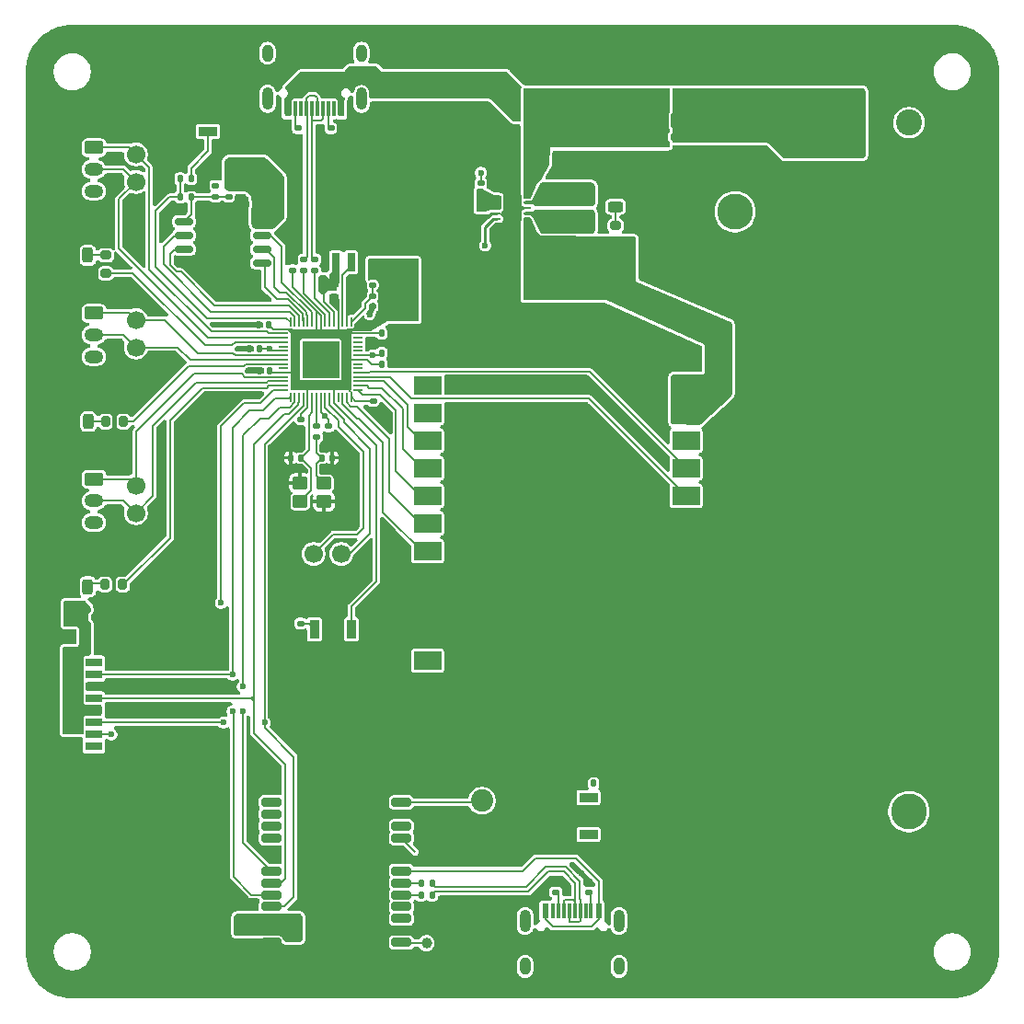
<source format=gtl>
%TF.GenerationSoftware,KiCad,Pcbnew,9.0.2*%
%TF.CreationDate,2025-12-08T13:50:51-08:00*%
%TF.ProjectId,BLV_PCB,424c565f-5043-4422-9e6b-696361645f70,rev?*%
%TF.SameCoordinates,Original*%
%TF.FileFunction,Copper,L1,Top*%
%TF.FilePolarity,Positive*%
%FSLAX46Y46*%
G04 Gerber Fmt 4.6, Leading zero omitted, Abs format (unit mm)*
G04 Created by KiCad (PCBNEW 9.0.2) date 2025-12-08 13:50:51*
%MOMM*%
%LPD*%
G01*
G04 APERTURE LIST*
G04 Aperture macros list*
%AMRoundRect*
0 Rectangle with rounded corners*
0 $1 Rounding radius*
0 $2 $3 $4 $5 $6 $7 $8 $9 X,Y pos of 4 corners*
0 Add a 4 corners polygon primitive as box body*
4,1,4,$2,$3,$4,$5,$6,$7,$8,$9,$2,$3,0*
0 Add four circle primitives for the rounded corners*
1,1,$1+$1,$2,$3*
1,1,$1+$1,$4,$5*
1,1,$1+$1,$6,$7*
1,1,$1+$1,$8,$9*
0 Add four rect primitives between the rounded corners*
20,1,$1+$1,$2,$3,$4,$5,0*
20,1,$1+$1,$4,$5,$6,$7,0*
20,1,$1+$1,$6,$7,$8,$9,0*
20,1,$1+$1,$8,$9,$2,$3,0*%
%AMFreePoly0*
4,1,21,-0.125000,1.200000,0.125000,1.200000,0.125000,1.700000,0.375000,1.700000,0.375000,1.200000,0.825000,1.200000,0.825000,-1.200000,0.375000,-1.200000,0.375000,-1.700000,0.125000,-1.700000,0.125000,-1.200000,-0.125000,-1.200000,-0.125000,-1.700000,-0.375000,-1.700000,-0.375000,-1.200000,-0.825000,-1.200000,-0.825000,1.200000,-0.375000,1.200000,-0.375000,1.700000,-0.125000,1.700000,
-0.125000,1.200000,-0.125000,1.200000,$1*%
G04 Aperture macros list end*
%TA.AperFunction,SMDPad,CuDef*%
%ADD10R,4.000000X1.300000*%
%TD*%
%TA.AperFunction,SMDPad,CuDef*%
%ADD11RoundRect,0.200000X0.700000X0.200000X-0.700000X0.200000X-0.700000X-0.200000X0.700000X-0.200000X0*%
%TD*%
%TA.AperFunction,SMDPad,CuDef*%
%ADD12RoundRect,0.200000X0.275000X-0.200000X0.275000X0.200000X-0.275000X0.200000X-0.275000X-0.200000X0*%
%TD*%
%TA.AperFunction,SMDPad,CuDef*%
%ADD13RoundRect,0.140000X-0.140000X-0.170000X0.140000X-0.170000X0.140000X0.170000X-0.140000X0.170000X0*%
%TD*%
%TA.AperFunction,SMDPad,CuDef*%
%ADD14RoundRect,0.225000X-0.225000X-0.250000X0.225000X-0.250000X0.225000X0.250000X-0.225000X0.250000X0*%
%TD*%
%TA.AperFunction,SMDPad,CuDef*%
%ADD15RoundRect,0.140000X0.140000X0.170000X-0.140000X0.170000X-0.140000X-0.170000X0.140000X-0.170000X0*%
%TD*%
%TA.AperFunction,SMDPad,CuDef*%
%ADD16RoundRect,0.140000X-0.170000X0.140000X-0.170000X-0.140000X0.170000X-0.140000X0.170000X0.140000X0*%
%TD*%
%TA.AperFunction,SMDPad,CuDef*%
%ADD17R,1.700000X0.900000*%
%TD*%
%TA.AperFunction,SMDPad,CuDef*%
%ADD18R,1.500000X0.800000*%
%TD*%
%TA.AperFunction,SMDPad,CuDef*%
%ADD19R,2.000000X1.450000*%
%TD*%
%TA.AperFunction,ComponentPad*%
%ADD20RoundRect,0.250000X-0.625000X0.350000X-0.625000X-0.350000X0.625000X-0.350000X0.625000X0.350000X0*%
%TD*%
%TA.AperFunction,ComponentPad*%
%ADD21O,1.750000X1.200000*%
%TD*%
%TA.AperFunction,SMDPad,CuDef*%
%ADD22RoundRect,0.225000X0.225000X0.250000X-0.225000X0.250000X-0.225000X-0.250000X0.225000X-0.250000X0*%
%TD*%
%TA.AperFunction,SMDPad,CuDef*%
%ADD23RoundRect,0.135000X0.135000X0.185000X-0.135000X0.185000X-0.135000X-0.185000X0.135000X-0.185000X0*%
%TD*%
%TA.AperFunction,SMDPad,CuDef*%
%ADD24RoundRect,0.243750X-0.243750X-0.456250X0.243750X-0.456250X0.243750X0.456250X-0.243750X0.456250X0*%
%TD*%
%TA.AperFunction,SMDPad,CuDef*%
%ADD25R,0.900000X1.700000*%
%TD*%
%TA.AperFunction,SMDPad,CuDef*%
%ADD26R,2.500000X1.700000*%
%TD*%
%TA.AperFunction,SMDPad,CuDef*%
%ADD27R,1.700000X2.500000*%
%TD*%
%TA.AperFunction,SMDPad,CuDef*%
%ADD28RoundRect,0.135000X-0.135000X-0.185000X0.135000X-0.185000X0.135000X0.185000X-0.135000X0.185000X0*%
%TD*%
%TA.AperFunction,ComponentPad*%
%ADD29R,1.700000X1.700000*%
%TD*%
%TA.AperFunction,ComponentPad*%
%ADD30C,1.700000*%
%TD*%
%TA.AperFunction,SMDPad,CuDef*%
%ADD31RoundRect,0.135000X-0.185000X0.135000X-0.185000X-0.135000X0.185000X-0.135000X0.185000X0.135000X0*%
%TD*%
%TA.AperFunction,SMDPad,CuDef*%
%ADD32RoundRect,0.135000X0.185000X-0.135000X0.185000X0.135000X-0.185000X0.135000X-0.185000X-0.135000X0*%
%TD*%
%TA.AperFunction,SMDPad,CuDef*%
%ADD33RoundRect,0.140000X0.170000X-0.140000X0.170000X0.140000X-0.170000X0.140000X-0.170000X-0.140000X0*%
%TD*%
%TA.AperFunction,SMDPad,CuDef*%
%ADD34RoundRect,0.150000X0.150000X-0.587500X0.150000X0.587500X-0.150000X0.587500X-0.150000X-0.587500X0*%
%TD*%
%TA.AperFunction,SMDPad,CuDef*%
%ADD35C,1.000000*%
%TD*%
%TA.AperFunction,SMDPad,CuDef*%
%ADD36RoundRect,0.200000X0.200000X0.275000X-0.200000X0.275000X-0.200000X-0.275000X0.200000X-0.275000X0*%
%TD*%
%TA.AperFunction,SMDPad,CuDef*%
%ADD37RoundRect,0.050000X-0.350000X-0.050000X0.350000X-0.050000X0.350000X0.050000X-0.350000X0.050000X0*%
%TD*%
%TA.AperFunction,SMDPad,CuDef*%
%ADD38RoundRect,0.050000X-0.050000X-0.350000X0.050000X-0.350000X0.050000X0.350000X-0.050000X0.350000X0*%
%TD*%
%TA.AperFunction,HeatsinkPad*%
%ADD39R,3.400000X3.400000*%
%TD*%
%TA.AperFunction,SMDPad,CuDef*%
%ADD40R,0.600000X1.450000*%
%TD*%
%TA.AperFunction,SMDPad,CuDef*%
%ADD41R,0.300000X1.450000*%
%TD*%
%TA.AperFunction,HeatsinkPad*%
%ADD42O,1.000000X2.100000*%
%TD*%
%TA.AperFunction,HeatsinkPad*%
%ADD43O,1.000000X1.600000*%
%TD*%
%TA.AperFunction,SMDPad,CuDef*%
%ADD44RoundRect,0.162500X-0.650000X-0.162500X0.650000X-0.162500X0.650000X0.162500X-0.650000X0.162500X0*%
%TD*%
%TA.AperFunction,SMDPad,CuDef*%
%ADD45RoundRect,0.150000X-0.150000X0.587500X-0.150000X-0.587500X0.150000X-0.587500X0.150000X0.587500X0*%
%TD*%
%TA.AperFunction,ComponentPad*%
%ADD46C,3.300000*%
%TD*%
%TA.AperFunction,ComponentPad*%
%ADD47C,2.400000*%
%TD*%
%TA.AperFunction,ComponentPad*%
%ADD48O,3.500000X2.500000*%
%TD*%
%TA.AperFunction,SMDPad,CuDef*%
%ADD49R,0.700000X1.700000*%
%TD*%
%TA.AperFunction,SMDPad,CuDef*%
%ADD50RoundRect,0.250000X-0.450000X-0.350000X0.450000X-0.350000X0.450000X0.350000X-0.450000X0.350000X0*%
%TD*%
%TA.AperFunction,SMDPad,CuDef*%
%ADD51RoundRect,0.060000X0.240000X0.060000X-0.240000X0.060000X-0.240000X-0.060000X0.240000X-0.060000X0*%
%TD*%
%TA.AperFunction,SMDPad,CuDef*%
%ADD52FreePoly0,180.000000*%
%TD*%
%TA.AperFunction,SMDPad,CuDef*%
%ADD53RoundRect,0.250000X0.250000X0.475000X-0.250000X0.475000X-0.250000X-0.475000X0.250000X-0.475000X0*%
%TD*%
%TA.AperFunction,SMDPad,CuDef*%
%ADD54RoundRect,0.243750X-0.456250X0.243750X-0.456250X-0.243750X0.456250X-0.243750X0.456250X0.243750X0*%
%TD*%
%TA.AperFunction,ComponentPad*%
%ADD55C,2.050000*%
%TD*%
%TA.AperFunction,ComponentPad*%
%ADD56C,2.250000*%
%TD*%
%TA.AperFunction,ViaPad*%
%ADD57C,0.700000*%
%TD*%
%TA.AperFunction,ViaPad*%
%ADD58C,0.600000*%
%TD*%
%TA.AperFunction,Conductor*%
%ADD59C,0.150000*%
%TD*%
%TA.AperFunction,Conductor*%
%ADD60C,0.200000*%
%TD*%
%TA.AperFunction,Conductor*%
%ADD61C,0.250000*%
%TD*%
G04 APERTURE END LIST*
D10*
%TO.P,L2,1,1*%
%TO.N,/Power/L1*%
X179900000Y-55700000D03*
%TO.P,L2,2,2*%
%TO.N,/Power/L2*%
X179900000Y-58400000D03*
%TD*%
D11*
%TO.P,U6,1,~{SAFEBOOT}*%
%TO.N,Net-(U6-~{SAFEBOOT})*%
X164800000Y-124650000D03*
%TO.P,U6,2,D_SEL*%
%TO.N,GND*%
X164800000Y-123550000D03*
%TO.P,U6,3,TIMEPULSE*%
%TO.N,unconnected-(U6-TIMEPULSE-Pad3)*%
X164800000Y-122450000D03*
%TO.P,U6,4,EXTINT*%
%TO.N,unconnected-(U6-EXTINT-Pad4)*%
X164800000Y-121350000D03*
%TO.P,U6,5,USB_DM*%
%TO.N,/GNSS & MicroSD/USB2_DM*%
X164800000Y-120250000D03*
%TO.P,U6,6,USB_DP*%
%TO.N,/GNSS & MicroSD/USB2_DP*%
X164800000Y-119150000D03*
%TO.P,U6,7,VDD_USB*%
%TO.N,/GNSS & MicroSD/VDD_USB*%
X164800000Y-118050000D03*
%TO.P,U6,8,~{RESET}*%
%TO.N,/GNSS & MicroSD/GNSS_RST*%
X164800000Y-115050000D03*
%TO.P,U6,9,VCC_RF*%
%TO.N,unconnected-(U6-VCC_RF-Pad9)*%
X164800000Y-113950000D03*
%TO.P,U6,10,GND*%
%TO.N,GND*%
X164800000Y-112850000D03*
%TO.P,U6,11,RF_IN*%
%TO.N,/GNSS & MicroSD/GNSS_ANT*%
X164800000Y-111750000D03*
%TO.P,U6,12,GND*%
%TO.N,GND*%
X164800000Y-110650000D03*
%TO.P,U6,13,GND*%
X152800000Y-110650000D03*
%TO.P,U6,14,LNA_EN*%
%TO.N,unconnected-(U6-LNA_EN-Pad14)*%
X152800000Y-111750000D03*
%TO.P,U6,15,RESERVED*%
%TO.N,unconnected-(U6-RESERVED-Pad15)*%
X152800000Y-112850000D03*
%TO.P,U6,16,RESERVED*%
%TO.N,unconnected-(U6-RESERVED-Pad16)*%
X152800000Y-113950000D03*
%TO.P,U6,17,RESERVED*%
%TO.N,unconnected-(U6-RESERVED-Pad17)*%
X152800000Y-115050000D03*
%TO.P,U6,18,SDA/~{SPI_CS}*%
%TO.N,/GNSS & MicroSD/SPI_CS0*%
X152800000Y-118050000D03*
%TO.P,U6,19,SCL/SPI_CLK*%
%TO.N,/GNSS & MicroSD/SPI_SCK*%
X152800000Y-119150000D03*
%TO.P,U6,20,TXD/SPI_MISO*%
%TO.N,/GNSS & MicroSD/SPI_MISO*%
X152800000Y-120250000D03*
%TO.P,U6,21,RXD/SPI_MOSI*%
%TO.N,/GNSS & MicroSD/SPI_MOSI*%
X152800000Y-121350000D03*
%TO.P,U6,22,V_BCKP*%
%TO.N,+3V3*%
X152800000Y-122450000D03*
%TO.P,U6,23,VCC*%
X152800000Y-123550000D03*
%TO.P,U6,24,GND*%
%TO.N,GND*%
X152800000Y-124650000D03*
%TD*%
D12*
%TO.P,R11,1*%
%TO.N,+3V3*%
X184500000Y-60325000D03*
%TO.P,R11,2*%
%TO.N,/Power/3V3_LED*%
X184500000Y-58675000D03*
%TD*%
D13*
%TO.P,C1,1*%
%TO.N,GND*%
X154595000Y-80050000D03*
%TO.P,C1,2*%
%TO.N,/MCU/XIN*%
X155555000Y-80050000D03*
%TD*%
D14*
%TO.P,C5,1*%
%TO.N,+1V1*%
X158625000Y-63940000D03*
%TO.P,C5,2*%
%TO.N,GND*%
X160175000Y-63940000D03*
%TD*%
D13*
%TO.P,C14,1*%
%TO.N,+3V3*%
X162995000Y-71400000D03*
%TO.P,C14,2*%
%TO.N,GND*%
X163955000Y-71400000D03*
%TD*%
D15*
%TO.P,C6,1*%
%TO.N,+1V1*%
X151755000Y-70000000D03*
%TO.P,C6,2*%
%TO.N,GND*%
X150795000Y-70000000D03*
%TD*%
D16*
%TO.P,C12,1*%
%TO.N,+3V3*%
X155575000Y-76520000D03*
%TO.P,C12,2*%
%TO.N,GND*%
X155575000Y-77480000D03*
%TD*%
%TO.P,C20,1*%
%TO.N,/Power/3V3_EN*%
X172100000Y-56900000D03*
%TO.P,C20,2*%
%TO.N,GND*%
X172100000Y-57860000D03*
%TD*%
D17*
%TO.P,SW1,1,1*%
%TO.N,GND*%
X147000000Y-46600000D03*
%TO.P,SW1,2,2*%
%TO.N,/MCU/~{USB_BOOT}*%
X147000000Y-50000000D03*
%TD*%
D18*
%TO.P,J11,1,DAT2*%
%TO.N,unconnected-(J11-DAT2-Pad1)*%
X136500000Y-106575000D03*
%TO.P,J11,2,DAT3/CD*%
%TO.N,/GNSS & MicroSD/SPI_CS1*%
X136500000Y-105475000D03*
%TO.P,J11,3,CMD*%
%TO.N,/GNSS & MicroSD/SPI_MOSI*%
X136500000Y-104375000D03*
%TO.P,J11,4,VDD*%
%TO.N,+3V3*%
X136500000Y-103275000D03*
%TO.P,J11,5,CLK*%
%TO.N,/GNSS & MicroSD/SPI_SCK*%
X136500000Y-102175000D03*
%TO.P,J11,6,VSS*%
%TO.N,GND*%
X136500000Y-101075000D03*
%TO.P,J11,7,DAT0*%
%TO.N,/GNSS & MicroSD/SPI_MISO*%
X136500000Y-99975000D03*
%TO.P,J11,8,DAT1*%
%TO.N,unconnected-(J11-DAT1-Pad8)*%
X136500000Y-98875000D03*
D19*
%TO.P,J11,9,SHIELD*%
%TO.N,GND*%
X133900000Y-110250000D03*
X142200000Y-110250000D03*
X133900000Y-96500000D03*
X142200000Y-96500000D03*
%TD*%
D20*
%TO.P,J3,1,Pin_1*%
%TO.N,/Cube2_UART_TX*%
X136500000Y-82000000D03*
D21*
%TO.P,J3,2,Pin_2*%
%TO.N,/Cube2_UART_RX*%
X136500000Y-84000000D03*
%TO.P,J3,3,Pin_3*%
%TO.N,unconnected-(J3-Pin_3-Pad3)*%
X136500000Y-86000000D03*
%TO.P,J3,4,Pin_4*%
%TO.N,GND*%
X136500000Y-88000000D03*
%TD*%
D20*
%TO.P,J2,1,Pin_1*%
%TO.N,/Cube1_UART_TX*%
X136500000Y-66740000D03*
D21*
%TO.P,J2,2,Pin_2*%
%TO.N,/Cube1_UART_RX*%
X136500000Y-68740000D03*
%TO.P,J2,3,Pin_3*%
%TO.N,unconnected-(J2-Pin_3-Pad3)*%
X136500000Y-70740000D03*
%TO.P,J2,4,Pin_4*%
%TO.N,GND*%
X136500000Y-72740000D03*
%TD*%
D22*
%TO.P,C19,1*%
%TO.N,/Power/Vin*%
X176675000Y-53050000D03*
%TO.P,C19,2*%
%TO.N,GND*%
X175125000Y-53050000D03*
%TD*%
D16*
%TO.P,C7,1*%
%TO.N,+1V1*%
X158075000Y-77140000D03*
%TO.P,C7,2*%
%TO.N,GND*%
X158075000Y-78100000D03*
%TD*%
D23*
%TO.P,R23,1*%
%TO.N,GND*%
X183510000Y-110000000D03*
%TO.P,R23,2*%
%TO.N,/GNSS & MicroSD/GNSS_RST_R*%
X182490000Y-110000000D03*
%TD*%
D24*
%TO.P,D2,1,K*%
%TO.N,GND*%
X134125000Y-76700000D03*
%TO.P,D2,2,A*%
%TO.N,/MCU/Cube1_LED_R*%
X136000000Y-76700000D03*
%TD*%
D25*
%TO.P,SW2,1,1*%
%TO.N,/MCU/SW_RUN_R*%
X156800000Y-95800000D03*
%TO.P,SW2,2,2*%
%TO.N,+3V3*%
X160200000Y-95800000D03*
%TD*%
D26*
%TO.P,U5,1,GND*%
%TO.N,GND*%
X191008225Y-101264000D03*
%TO.P,U5,2,GND*%
X191008225Y-98724000D03*
%TO.P,U5,3,GND*%
X191008225Y-96184000D03*
%TO.P,U5,4,GND*%
X191008225Y-88614000D03*
%TO.P,U5,5,GND*%
X191008225Y-86074000D03*
%TO.P,U5,6,RXEN*%
%TO.N,/MCU/RF_RXEN*%
X191008225Y-83534000D03*
%TO.P,U5,7,TXEN*%
%TO.N,/MCU/RF_TXEN*%
X191008225Y-80994000D03*
%TO.P,U5,8,DI02*%
%TO.N,unconnected-(U5-DI02-Pad8)*%
X191008225Y-78454000D03*
%TO.P,U5,9,VCC*%
%TO.N,+3V3*%
X191008225Y-75914000D03*
%TO.P,U5,10,VCC*%
X191008225Y-73374000D03*
%TO.P,U5,11,GND*%
%TO.N,GND*%
X191008225Y-70834000D03*
D27*
%TO.P,U5,12,GND*%
X185458225Y-68324000D03*
%TO.P,U5,13,NC*%
X182918225Y-68324000D03*
%TO.P,U5,14,DIO3*%
X180378225Y-68324000D03*
%TO.P,U5,15,DIO4*%
X177838225Y-68324000D03*
%TO.P,U5,16,DIO5*%
X175298225Y-68324000D03*
%TO.P,U5,17,GND*%
X172758225Y-68324000D03*
D26*
%TO.P,U5,18,GND*%
X167208225Y-70834000D03*
%TO.P,U5,19,DIO1*%
%TO.N,unconnected-(U5-DIO1-Pad19)*%
X167208225Y-73374000D03*
%TO.P,U5,20,DIO0*%
%TO.N,unconnected-(U5-DIO0-Pad20)*%
X167208225Y-75914000D03*
%TO.P,U5,21,NRST*%
%TO.N,/MCU/RF_RST*%
X167208225Y-78454000D03*
%TO.P,U5,22,MISO*%
%TO.N,/MCU/RF_SPI_MISO*%
X167208225Y-80994000D03*
%TO.P,U5,23,MOSI*%
%TO.N,/MCU/RF_SPI_MOSI*%
X167208225Y-83534000D03*
%TO.P,U5,24,SCLK*%
%TO.N,/MCU/RF_SPI_SCK*%
X167208225Y-86074000D03*
%TO.P,U5,25,NSS*%
%TO.N,/MCU/RF_SPI_CS*%
X167208225Y-88614000D03*
%TO.P,U5,26,GND*%
%TO.N,GND*%
X167208225Y-96184000D03*
%TO.P,U5,27,ANT*%
%TO.N,unconnected-(U5-ANT-Pad27)*%
X167208225Y-98724000D03*
%TO.P,U5,28,GND*%
%TO.N,GND*%
X167208225Y-101264000D03*
%TD*%
D23*
%TO.P,R7,1*%
%TO.N,/MCU/~{USB_BOOT}*%
X145441668Y-54353894D03*
%TO.P,R7,2*%
%TO.N,/MCU/QSPI_SS*%
X144421668Y-54353894D03*
%TD*%
D28*
%TO.P,R2,1*%
%TO.N,/MCU/QSPI_SS*%
X144431668Y-56053894D03*
%TO.P,R2,2*%
%TO.N,/MCU/FLASH_SS*%
X145451668Y-56053894D03*
%TD*%
D15*
%TO.P,C11,1*%
%TO.N,+3V3*%
X152675000Y-72000000D03*
%TO.P,C11,2*%
%TO.N,GND*%
X151715000Y-72000000D03*
%TD*%
D29*
%TO.P,J6,1,Pin_1*%
%TO.N,GND*%
X140350000Y-87660000D03*
D30*
%TO.P,J6,2,Pin_2*%
%TO.N,/Cube2_UART_RX*%
X140350000Y-85120000D03*
%TO.P,J6,3,Pin_3*%
%TO.N,/Cube2_UART_TX*%
X140350000Y-82580000D03*
%TD*%
D31*
%TO.P,R8,1*%
%TO.N,USB_D+*%
X155825000Y-61790000D03*
%TO.P,R8,2*%
%TO.N,/MCU/MCU_USB_DP*%
X155825000Y-62810000D03*
%TD*%
D32*
%TO.P,R17,1*%
%TO.N,/Power/Vin*%
X177700000Y-46410000D03*
%TO.P,R17,2*%
%TO.N,GND*%
X177700000Y-45390000D03*
%TD*%
%TO.P,R18,1*%
%TO.N,/Power/Vin*%
X187500000Y-46510000D03*
%TO.P,R18,2*%
%TO.N,GND*%
X187500000Y-45490000D03*
%TD*%
D33*
%TO.P,C16,1*%
%TO.N,+3V3*%
X154775000Y-62780000D03*
%TO.P,C16,2*%
%TO.N,GND*%
X154775000Y-61820000D03*
%TD*%
D15*
%TO.P,C18,1*%
%TO.N,+BATT*%
X189830000Y-50500000D03*
%TO.P,C18,2*%
%TO.N,/Power/Vin*%
X188870000Y-50500000D03*
%TD*%
D34*
%TO.P,Q2,1,G*%
%TO.N,/Power/Vin*%
X188000000Y-49000000D03*
%TO.P,Q2,2,S*%
%TO.N,+BATT*%
X189900000Y-49000000D03*
%TO.P,Q2,3,D*%
%TO.N,/Power/Vin*%
X188950000Y-47125000D03*
%TD*%
D15*
%TO.P,C3,1*%
%TO.N,+3V3*%
X151460000Y-56700000D03*
%TO.P,C3,2*%
%TO.N,GND*%
X150500000Y-56700000D03*
%TD*%
D16*
%TO.P,C8,1*%
%TO.N,/MCU/VREG_AVDD*%
X162175000Y-65160000D03*
%TO.P,C8,2*%
%TO.N,GND*%
X162175000Y-66120000D03*
%TD*%
D32*
%TO.P,R5,1*%
%TO.N,GND*%
X155500000Y-96300000D03*
%TO.P,R5,2*%
%TO.N,/MCU/SW_RUN_R*%
X155500000Y-95280000D03*
%TD*%
D35*
%TO.P,TP1,1,1*%
%TO.N,Net-(U6-~{SAFEBOOT})*%
X167100000Y-124700000D03*
%TD*%
D31*
%TO.P,R3,1*%
%TO.N,+3V3*%
X148900000Y-54990000D03*
%TO.P,R3,2*%
%TO.N,/MCU/FLASH_SS*%
X148900000Y-56010000D03*
%TD*%
D36*
%TO.P,R13,1*%
%TO.N,/MCU/Cube1_LED*%
X139225000Y-76700000D03*
%TO.P,R13,2*%
%TO.N,/MCU/Cube1_LED_R*%
X137575000Y-76700000D03*
%TD*%
%TO.P,R14,1*%
%TO.N,/MCU/Cube2_LED*%
X139150000Y-91700000D03*
%TO.P,R14,2*%
%TO.N,/MCU/Cube2_LED_R*%
X137500000Y-91700000D03*
%TD*%
D37*
%TO.P,U2,1,IOVDD*%
%TO.N,+3V3*%
X153925000Y-68200000D03*
%TO.P,U2,2,GPIO0*%
%TO.N,/Cube0_UART_TX*%
X153925000Y-68600000D03*
%TO.P,U2,3,GPIO1*%
%TO.N,/Cube0_UART_RX*%
X153925000Y-69000000D03*
%TO.P,U2,4,GPIO2*%
%TO.N,/MCU/Cube0_LED*%
X153925000Y-69400000D03*
%TO.P,U2,5,GPIO3*%
%TO.N,unconnected-(U2-GPIO3-Pad5)*%
X153925000Y-69800000D03*
%TO.P,U2,6,DVDD*%
%TO.N,+1V1*%
X153925000Y-70200000D03*
%TO.P,U2,7,GPIO4*%
%TO.N,/Cube1_UART_TX*%
X153925000Y-70600000D03*
%TO.P,U2,8,GPIO5*%
%TO.N,/Cube1_UART_RX*%
X153925000Y-71000000D03*
%TO.P,U2,9,GPIO6*%
%TO.N,/MCU/Cube1_LED*%
X153925000Y-71400000D03*
%TO.P,U2,10,GPIO7*%
%TO.N,unconnected-(U2-GPIO7-Pad10)*%
X153925000Y-71800000D03*
%TO.P,U2,11,IOVDD*%
%TO.N,+3V3*%
X153925000Y-72200000D03*
%TO.P,U2,12,GPIO8*%
%TO.N,/Cube2_UART_TX*%
X153925000Y-72600000D03*
%TO.P,U2,13,GPIO9*%
%TO.N,/Cube2_UART_RX*%
X153925000Y-73000000D03*
%TO.P,U2,14,GPIO10*%
%TO.N,/MCU/Cube2_LED*%
X153925000Y-73400000D03*
%TO.P,U2,15,GPIO11*%
%TO.N,/GNSS & MicroSD/SPI_CS1*%
X153925000Y-73800000D03*
D38*
%TO.P,U2,16,GPIO12*%
%TO.N,/GNSS & MicroSD/SPI_MISO*%
X154575000Y-74450000D03*
%TO.P,U2,17,GPIO13*%
%TO.N,/GNSS & MicroSD/SPI_CS0*%
X154975000Y-74450000D03*
%TO.P,U2,18,GPIO14*%
%TO.N,/GNSS & MicroSD/SPI_SCK*%
X155375000Y-74450000D03*
%TO.P,U2,19,GPIO15*%
%TO.N,/GNSS & MicroSD/SPI_MOSI*%
X155775000Y-74450000D03*
%TO.P,U2,20,IOVDD*%
%TO.N,+3V3*%
X156175000Y-74450000D03*
%TO.P,U2,21,XIN*%
%TO.N,/MCU/XIN*%
X156575000Y-74450000D03*
%TO.P,U2,22,XOUT*%
%TO.N,/MCU/XOUT*%
X156975000Y-74450000D03*
%TO.P,U2,23,DVDD*%
%TO.N,+1V1*%
X157375000Y-74450000D03*
%TO.P,U2,24,SWCLK*%
%TO.N,/MCU/SWCLK*%
X157775000Y-74450000D03*
%TO.P,U2,25,SWD*%
%TO.N,/MCU/SWD*%
X158175000Y-74450000D03*
%TO.P,U2,26,RUN*%
%TO.N,+3V3*%
X158575000Y-74450000D03*
%TO.P,U2,27,GPIO16*%
%TO.N,unconnected-(U2-GPIO16-Pad27)*%
X158975000Y-74450000D03*
%TO.P,U2,28,GPIO17*%
%TO.N,/MCU/RF_SPI_CS*%
X159375000Y-74450000D03*
%TO.P,U2,29,GPIO18*%
%TO.N,/MCU/RF_SPI_SCK*%
X159775000Y-74450000D03*
%TO.P,U2,30,IOVDD*%
%TO.N,+3V3*%
X160175000Y-74450000D03*
D37*
%TO.P,U2,31,GPIO19*%
%TO.N,/MCU/RF_SPI_MOSI*%
X160825000Y-73800000D03*
%TO.P,U2,32,GPIO20*%
%TO.N,/MCU/RF_SPI_MISO*%
X160825000Y-73400000D03*
%TO.P,U2,33,GPIO21*%
%TO.N,/MCU/RF_RST*%
X160825000Y-73000000D03*
%TO.P,U2,34,GPIO22*%
%TO.N,/MCU/RF_RXEN*%
X160825000Y-72600000D03*
%TO.P,U2,35,GPIO23*%
%TO.N,/MCU/RF_TXEN*%
X160825000Y-72200000D03*
%TO.P,U2,36,GPIO24*%
%TO.N,unconnected-(U2-GPIO24-Pad36)*%
X160825000Y-71800000D03*
%TO.P,U2,37,GPIO25*%
%TO.N,unconnected-(U2-GPIO25-Pad37)*%
X160825000Y-71400000D03*
%TO.P,U2,38,IOVDD*%
%TO.N,+3V3*%
X160825000Y-71000000D03*
%TO.P,U2,39,DVDD*%
%TO.N,+1V1*%
X160825000Y-70600000D03*
%TO.P,U2,40,GPIO26_ADC0*%
%TO.N,unconnected-(U2-GPIO26_ADC0-Pad40)*%
X160825000Y-70200000D03*
%TO.P,U2,41,GPIO27_ADC1*%
%TO.N,unconnected-(U2-GPIO27_ADC1-Pad41)*%
X160825000Y-69800000D03*
%TO.P,U2,42,GPIO28_ADC2*%
%TO.N,unconnected-(U2-GPIO28_ADC2-Pad42)*%
X160825000Y-69400000D03*
%TO.P,U2,43,GPIO29_ADC3*%
%TO.N,unconnected-(U2-GPIO29_ADC3-Pad43)*%
X160825000Y-69000000D03*
%TO.P,U2,44,ADC_AVDD*%
%TO.N,+3V3*%
X160825000Y-68600000D03*
%TO.P,U2,45,IOVDD*%
X160825000Y-68200000D03*
D38*
%TO.P,U2,46,VREG_AVDD*%
%TO.N,/MCU/VREG_AVDD*%
X160175000Y-67550000D03*
%TO.P,U2,47,VREG_PGND*%
%TO.N,GND*%
X159775000Y-67550000D03*
%TO.P,U2,48,VREG_LX*%
%TO.N,/MCU/VREG_LX*%
X159375000Y-67550000D03*
%TO.P,U2,49,VREG_VIN*%
%TO.N,+3V3*%
X158975000Y-67550000D03*
%TO.P,U2,50,VREG_FB*%
%TO.N,+1V1*%
X158575000Y-67550000D03*
%TO.P,U2,51,USB_DM*%
%TO.N,/MCU/MCU_USB_DM*%
X158175000Y-67550000D03*
%TO.P,U2,52,USB_DP*%
%TO.N,/MCU/MCU_USB_DP*%
X157775000Y-67550000D03*
%TO.P,U2,53,USB_OTP_VDD*%
%TO.N,+3V3*%
X157375000Y-67550000D03*
%TO.P,U2,54,QSPI_IOVDD*%
X156975000Y-67550000D03*
%TO.P,U2,55,QSPI_SD3*%
%TO.N,/MCU/QSPI_SD3*%
X156575000Y-67550000D03*
%TO.P,U2,56,QSPI_SCLK*%
%TO.N,/MCU/QSPI_SCLK*%
X156175000Y-67550000D03*
%TO.P,U2,57,QSPI_SD0*%
%TO.N,/MCU/QSPI_SD0*%
X155775000Y-67550000D03*
%TO.P,U2,58,QSPI_SD2*%
%TO.N,/MCU/QSPI_SD2*%
X155375000Y-67550000D03*
%TO.P,U2,59,QSPI_SD1*%
%TO.N,/MCU/QSPI_SD1*%
X154975000Y-67550000D03*
%TO.P,U2,60,QSPI_SS*%
%TO.N,/MCU/QSPI_SS*%
X154575000Y-67550000D03*
D39*
%TO.P,U2,61,GND*%
%TO.N,GND*%
X157375000Y-71000000D03*
%TD*%
D40*
%TO.P,J10,A1,GND*%
%TO.N,GND*%
X177250000Y-121755000D03*
%TO.P,J10,A4,VBUS*%
%TO.N,/GNSS & MicroSD/VDD_USB*%
X178050000Y-121755000D03*
D41*
%TO.P,J10,A5,CC1*%
%TO.N,/GNSS & MicroSD/USB2_CC1*%
X179250000Y-121755000D03*
%TO.P,J10,A6,D+*%
%TO.N,/GNSS & MicroSD/USB2_D+*%
X180250000Y-121755000D03*
%TO.P,J10,A7,D-*%
%TO.N,/GNSS & MicroSD/USB2_D-*%
X180750000Y-121755000D03*
%TO.P,J10,A8,SBU1*%
%TO.N,unconnected-(J10-SBU1-PadA8)*%
X181750000Y-121755000D03*
D40*
%TO.P,J10,A9,VBUS*%
%TO.N,/GNSS & MicroSD/VDD_USB*%
X182950000Y-121755000D03*
%TO.P,J10,A12,GND*%
%TO.N,GND*%
X183750000Y-121755000D03*
%TO.P,J10,B1,GND*%
X183750000Y-121755000D03*
%TO.P,J10,B4,VBUS*%
%TO.N,/GNSS & MicroSD/VDD_USB*%
X182950000Y-121755000D03*
D41*
%TO.P,J10,B5,CC2*%
%TO.N,/GNSS & MicroSD/USB2_CC2*%
X182250000Y-121755000D03*
%TO.P,J10,B6,D+*%
%TO.N,/GNSS & MicroSD/USB2_D+*%
X181250000Y-121755000D03*
%TO.P,J10,B7,D-*%
%TO.N,/GNSS & MicroSD/USB2_D-*%
X179750000Y-121755000D03*
%TO.P,J10,B8,SBU2*%
%TO.N,unconnected-(J10-SBU2-PadB8)*%
X178750000Y-121755000D03*
D40*
%TO.P,J10,B9,VBUS*%
%TO.N,/GNSS & MicroSD/VDD_USB*%
X178050000Y-121755000D03*
%TO.P,J10,B12,GND*%
%TO.N,GND*%
X177250000Y-121755000D03*
D42*
%TO.P,J10,S1,SHIELD*%
%TO.N,unconnected-(J10-SHIELD-PadS1)_1*%
X176180000Y-122670000D03*
D43*
%TO.N,unconnected-(J10-SHIELD-PadS1)_3*%
X176180000Y-126850000D03*
D42*
%TO.N,unconnected-(J10-SHIELD-PadS1)_2*%
X184820000Y-122670000D03*
D43*
%TO.N,unconnected-(J10-SHIELD-PadS1)*%
X184820000Y-126850000D03*
%TD*%
D22*
%TO.P,C22,1*%
%TO.N,+3V3*%
X176675000Y-63550000D03*
%TO.P,C22,2*%
%TO.N,GND*%
X175125000Y-63550000D03*
%TD*%
D24*
%TO.P,D3,1,K*%
%TO.N,GND*%
X134062500Y-91900000D03*
%TO.P,D3,2,A*%
%TO.N,/MCU/Cube2_LED_R*%
X135937500Y-91900000D03*
%TD*%
D44*
%TO.P,U1,1,~{CS}*%
%TO.N,/MCU/FLASH_SS*%
X144787500Y-58295000D03*
%TO.P,U1,2,DO(IO1)*%
%TO.N,/MCU/QSPI_SD1*%
X144787500Y-59565000D03*
%TO.P,U1,3,IO2*%
%TO.N,/MCU/QSPI_SD2*%
X144787500Y-60835000D03*
%TO.P,U1,4,GND*%
%TO.N,GND*%
X144787500Y-62105000D03*
%TO.P,U1,5,DI(IO0)*%
%TO.N,/MCU/QSPI_SD0*%
X151962500Y-62105000D03*
%TO.P,U1,6,CLK*%
%TO.N,/MCU/QSPI_SCLK*%
X151962500Y-60835000D03*
%TO.P,U1,7,IO3*%
%TO.N,/MCU/QSPI_SD3*%
X151962500Y-59565000D03*
%TO.P,U1,8,VCC*%
%TO.N,+3V3*%
X151962500Y-58295000D03*
%TD*%
D23*
%TO.P,R27,1*%
%TO.N,/GNSS & MicroSD/USB2_D+*%
X167620000Y-119200000D03*
%TO.P,R27,2*%
%TO.N,/GNSS & MicroSD/USB2_DP*%
X166600000Y-119200000D03*
%TD*%
D16*
%TO.P,C29,1*%
%TO.N,+3V3*%
X149900000Y-123600000D03*
%TO.P,C29,2*%
%TO.N,GND*%
X149900000Y-124560000D03*
%TD*%
D45*
%TO.P,Q1,1,G*%
%TO.N,/Power/Vin*%
X177350000Y-48262500D03*
%TO.P,Q1,2,S*%
%TO.N,VBUS*%
X175450000Y-48262500D03*
%TO.P,Q1,3,D*%
%TO.N,/Power/Vin*%
X176400000Y-50137500D03*
%TD*%
D46*
%TO.P,U4,*%
%TO.N,*%
X211500000Y-112600000D03*
X195500000Y-57400000D03*
D47*
X211500000Y-49200000D03*
D48*
%TO.P,U4,1,1*%
%TO.N,GND*%
X203500000Y-120720000D03*
%TO.P,U4,2,2*%
%TO.N,+BATT*%
X203500000Y-49280000D03*
%TD*%
D49*
%TO.P,L1,1,1*%
%TO.N,+1V1*%
X158765000Y-62040000D03*
%TO.P,L1,2,2*%
%TO.N,/MCU/VREG_LX*%
X160165000Y-62040000D03*
%TD*%
D29*
%TO.P,J5,1,Pin_1*%
%TO.N,GND*%
X140350000Y-72420000D03*
D30*
%TO.P,J5,2,Pin_2*%
%TO.N,/Cube1_UART_RX*%
X140350000Y-69880000D03*
%TO.P,J5,3,Pin_3*%
%TO.N,/Cube1_UART_TX*%
X140350000Y-67340000D03*
%TD*%
D13*
%TO.P,C15,1*%
%TO.N,+3V3*%
X162995000Y-68600000D03*
%TO.P,C15,2*%
%TO.N,GND*%
X163955000Y-68600000D03*
%TD*%
D50*
%TO.P,Y1,1,1*%
%TO.N,/MCU/XIN*%
X155475000Y-84065000D03*
%TO.P,Y1,2,2*%
%TO.N,GND*%
X157675000Y-84065000D03*
%TO.P,Y1,3,3*%
%TO.N,/MCU/XOUT_R*%
X157675000Y-82365000D03*
%TO.P,Y1,4,4*%
%TO.N,GND*%
X155475000Y-82365000D03*
%TD*%
D17*
%TO.P,SW3,1,1*%
%TO.N,/GNSS & MicroSD/GNSS_RST_R*%
X182000000Y-111300000D03*
%TO.P,SW3,2,2*%
%TO.N,/GNSS & MicroSD/GNSS_RST*%
X182000000Y-114700000D03*
%TD*%
D15*
%TO.P,C10,1*%
%TO.N,+3V3*%
X152580000Y-67800000D03*
%TO.P,C10,2*%
%TO.N,GND*%
X151620000Y-67800000D03*
%TD*%
D14*
%TO.P,C4,1*%
%TO.N,+3V3*%
X158625000Y-65440000D03*
%TO.P,C4,2*%
%TO.N,GND*%
X160175000Y-65440000D03*
%TD*%
D40*
%TO.P,J8,A1,GND*%
%TO.N,GND*%
X160050000Y-47905000D03*
%TO.P,J8,A4,VBUS*%
%TO.N,VBUS*%
X159250000Y-47905000D03*
D41*
%TO.P,J8,A5,CC1*%
%TO.N,/Power/USB1_CC1*%
X158050000Y-47905000D03*
%TO.P,J8,A6,D+*%
%TO.N,USB_D+*%
X157050000Y-47905000D03*
%TO.P,J8,A7,D-*%
%TO.N,USB_D-*%
X156550000Y-47905000D03*
%TO.P,J8,A8,SBU1*%
%TO.N,unconnected-(J8-SBU1-PadA8)*%
X155550000Y-47905000D03*
D40*
%TO.P,J8,A9,VBUS*%
%TO.N,VBUS*%
X154350000Y-47905000D03*
%TO.P,J8,A12,GND*%
%TO.N,GND*%
X153550000Y-47905000D03*
%TO.P,J8,B1,GND*%
X153550000Y-47905000D03*
%TO.P,J8,B4,VBUS*%
%TO.N,VBUS*%
X154350000Y-47905000D03*
D41*
%TO.P,J8,B5,CC2*%
%TO.N,/Power/USB1_CC2*%
X155050000Y-47905000D03*
%TO.P,J8,B6,D+*%
%TO.N,USB_D+*%
X156050000Y-47905000D03*
%TO.P,J8,B7,D-*%
%TO.N,USB_D-*%
X157550000Y-47905000D03*
%TO.P,J8,B8,SBU2*%
%TO.N,unconnected-(J8-SBU2-PadB8)*%
X158550000Y-47905000D03*
D40*
%TO.P,J8,B9,VBUS*%
%TO.N,VBUS*%
X159250000Y-47905000D03*
%TO.P,J8,B12,GND*%
%TO.N,GND*%
X160050000Y-47905000D03*
D42*
%TO.P,J8,S1,SHIELD*%
%TO.N,unconnected-(J8-SHIELD-PadS1)*%
X161120000Y-46990000D03*
D43*
%TO.N,unconnected-(J8-SHIELD-PadS1)_3*%
X161120000Y-42810000D03*
D42*
%TO.N,unconnected-(J8-SHIELD-PadS1)_1*%
X152480000Y-46990000D03*
D43*
%TO.N,unconnected-(J8-SHIELD-PadS1)_2*%
X152480000Y-42810000D03*
%TD*%
D22*
%TO.P,C21,1*%
%TO.N,+3V3*%
X176675000Y-61500000D03*
%TO.P,C21,2*%
%TO.N,GND*%
X175125000Y-61500000D03*
%TD*%
D32*
%TO.P,R24,1*%
%TO.N,/GNSS & MicroSD/USB2_CC2*%
X182000000Y-120010000D03*
%TO.P,R24,2*%
%TO.N,GND*%
X182000000Y-118990000D03*
%TD*%
D16*
%TO.P,C30,1*%
%TO.N,+3V3*%
X151000000Y-123600000D03*
%TO.P,C30,2*%
%TO.N,GND*%
X151000000Y-124560000D03*
%TD*%
D51*
%TO.P,U3,1,VOUT*%
%TO.N,+3V3*%
X176400000Y-58050000D03*
%TO.P,U3,2,L2*%
%TO.N,/Power/L2*%
X176400000Y-57550000D03*
%TO.P,U3,3,PGND*%
%TO.N,GND*%
X176400000Y-57050000D03*
%TO.P,U3,4,L1*%
%TO.N,/Power/L1*%
X176400000Y-56550000D03*
%TO.P,U3,5,VIN*%
%TO.N,/Power/Vin*%
X176400000Y-56050000D03*
%TO.P,U3,6,EN*%
%TO.N,/Power/3V3_EN*%
X173600000Y-56050000D03*
%TO.P,U3,7,PS/SYNC*%
X173600000Y-56550000D03*
%TO.P,U3,8,VINA*%
X173600000Y-57050000D03*
%TO.P,U3,9,GND*%
%TO.N,GND*%
X173600000Y-57550000D03*
%TO.P,U3,10,FB*%
%TO.N,+3V3*%
X173600000Y-58050000D03*
D52*
%TO.P,U3,11,PGND*%
%TO.N,GND*%
X175000000Y-57050000D03*
%TD*%
D32*
%TO.P,R4,1*%
%TO.N,/MCU/XOUT_R*%
X156975000Y-78130000D03*
%TO.P,R4,2*%
%TO.N,/MCU/XOUT*%
X156975000Y-77110000D03*
%TD*%
D24*
%TO.P,D1,1,K*%
%TO.N,GND*%
X134062500Y-61400000D03*
%TO.P,D1,2,A*%
%TO.N,/MCU/Cube0_LED_R*%
X135937500Y-61400000D03*
%TD*%
D31*
%TO.P,R10,1*%
%TO.N,/Power/Vin*%
X172100000Y-54790000D03*
%TO.P,R10,2*%
%TO.N,/Power/3V3_EN*%
X172100000Y-55810000D03*
%TD*%
%TO.P,R16,1*%
%TO.N,/Power/USB1_CC1*%
X158300000Y-49720000D03*
%TO.P,R16,2*%
%TO.N,GND*%
X158300000Y-50740000D03*
%TD*%
D29*
%TO.P,J7,1,Pin_1*%
%TO.N,GND*%
X154160000Y-88900000D03*
D30*
%TO.P,J7,2,Pin_2*%
%TO.N,/MCU/SWCLK*%
X156700000Y-88900000D03*
%TO.P,J7,3,Pin_3*%
%TO.N,/MCU/SWD*%
X159240000Y-88900000D03*
%TD*%
D29*
%TO.P,J4,1,Pin_1*%
%TO.N,GND*%
X140350000Y-57180000D03*
D30*
%TO.P,J4,2,Pin_2*%
%TO.N,/Cube0_UART_RX*%
X140350000Y-54640000D03*
%TO.P,J4,3,Pin_3*%
%TO.N,/Cube0_UART_TX*%
X140350000Y-52100000D03*
%TD*%
D15*
%TO.P,C2,1*%
%TO.N,GND*%
X158435000Y-80050000D03*
%TO.P,C2,2*%
%TO.N,/MCU/XOUT_R*%
X157475000Y-80050000D03*
%TD*%
D31*
%TO.P,R1,1*%
%TO.N,unconnected-(R1-Pad1)*%
X147700000Y-54990000D03*
%TO.P,R1,2*%
%TO.N,/MCU/FLASH_SS*%
X147700000Y-56010000D03*
%TD*%
D12*
%TO.P,R12,1*%
%TO.N,/MCU/Cube0_LED*%
X137600000Y-63050000D03*
%TO.P,R12,2*%
%TO.N,/MCU/Cube0_LED_R*%
X137600000Y-61400000D03*
%TD*%
D53*
%TO.P,C26,1*%
%TO.N,+3V3*%
X134200000Y-94200000D03*
%TO.P,C26,2*%
%TO.N,GND*%
X132300000Y-94200000D03*
%TD*%
D31*
%TO.P,R15,1*%
%TO.N,/Power/USB1_CC2*%
X155300000Y-49710000D03*
%TO.P,R15,2*%
%TO.N,GND*%
X155300000Y-50730000D03*
%TD*%
D13*
%TO.P,C27,1*%
%TO.N,+3V3*%
X135520000Y-94700000D03*
%TO.P,C27,2*%
%TO.N,GND*%
X136480000Y-94700000D03*
%TD*%
D31*
%TO.P,R9,1*%
%TO.N,USB_D-*%
X156825000Y-61790000D03*
%TO.P,R9,2*%
%TO.N,/MCU/MCU_USB_DM*%
X156825000Y-62810000D03*
%TD*%
D54*
%TO.P,D4,1,K*%
%TO.N,GND*%
X184500000Y-55062500D03*
%TO.P,D4,2,A*%
%TO.N,/Power/3V3_LED*%
X184500000Y-56937500D03*
%TD*%
D31*
%TO.P,R6,1*%
%TO.N,+3V3*%
X162175000Y-63120000D03*
%TO.P,R6,2*%
%TO.N,/MCU/VREG_AVDD*%
X162175000Y-64140000D03*
%TD*%
D13*
%TO.P,C9,1*%
%TO.N,+1V1*%
X162995000Y-70400000D03*
%TO.P,C9,2*%
%TO.N,GND*%
X163955000Y-70400000D03*
%TD*%
D20*
%TO.P,J1,1,Pin_1*%
%TO.N,/Cube0_UART_TX*%
X136500000Y-51500000D03*
D21*
%TO.P,J1,2,Pin_2*%
%TO.N,/Cube0_UART_RX*%
X136500000Y-53500000D03*
%TO.P,J1,3,Pin_3*%
%TO.N,unconnected-(J1-Pin_3-Pad3)*%
X136500000Y-55500000D03*
%TO.P,J1,4,Pin_4*%
%TO.N,GND*%
X136500000Y-57500000D03*
%TD*%
D32*
%TO.P,R25,1*%
%TO.N,/GNSS & MicroSD/USB2_CC1*%
X179000000Y-120010000D03*
%TO.P,R25,2*%
%TO.N,GND*%
X179000000Y-118990000D03*
%TD*%
D23*
%TO.P,R26,1*%
%TO.N,/GNSS & MicroSD/USB2_D-*%
X167610000Y-120300000D03*
%TO.P,R26,2*%
%TO.N,/GNSS & MicroSD/USB2_DM*%
X166590000Y-120300000D03*
%TD*%
D16*
%TO.P,C13,1*%
%TO.N,+3V3*%
X162200000Y-74820000D03*
%TO.P,C13,2*%
%TO.N,GND*%
X162200000Y-75780000D03*
%TD*%
D55*
%TO.P,J12,1,In*%
%TO.N,/GNSS & MicroSD/GNSS_ANT*%
X172200000Y-111600000D03*
D56*
%TO.P,J12,2,Ext*%
%TO.N,GND*%
X169660000Y-109060000D03*
X169660000Y-114140000D03*
X174740000Y-109060000D03*
X174740000Y-114140000D03*
%TD*%
D13*
%TO.P,C17,1*%
%TO.N,VBUS*%
X175520000Y-46600000D03*
%TO.P,C17,2*%
%TO.N,/Power/Vin*%
X176480000Y-46600000D03*
%TD*%
D33*
%TO.P,C28,1*%
%TO.N,+3V3*%
X151000000Y-122380000D03*
%TO.P,C28,2*%
%TO.N,GND*%
X151000000Y-121420000D03*
%TD*%
D57*
%TO.N,+3V3*%
X155200000Y-124100000D03*
D58*
X135100000Y-98400000D03*
X182000000Y-64500000D03*
D57*
X150000000Y-54800000D03*
D58*
X134100000Y-103600000D03*
D57*
X165493670Y-66482022D03*
D58*
X134100000Y-99700000D03*
D57*
X151500000Y-54800000D03*
D58*
X134100000Y-98400000D03*
D57*
X153000000Y-56300000D03*
D58*
X180000000Y-62500000D03*
X178000000Y-60400000D03*
X135600000Y-93700000D03*
X184000000Y-62500000D03*
D57*
X150000000Y-122500000D03*
D58*
X182000000Y-60400000D03*
D57*
X153000000Y-54800000D03*
D58*
X172500000Y-60500000D03*
X134100000Y-102300000D03*
X134000000Y-105000000D03*
X184000000Y-64500000D03*
D57*
X150000000Y-53300000D03*
D58*
X180000000Y-64500000D03*
D57*
X155200000Y-122500000D03*
X154400000Y-123300000D03*
D58*
X135100000Y-99700000D03*
D57*
X165500000Y-64500000D03*
X154400000Y-124100000D03*
X155200000Y-123300000D03*
D58*
X135100000Y-101000000D03*
X178000000Y-62500000D03*
D57*
X151500000Y-53300000D03*
D58*
X178000000Y-64500000D03*
X135100000Y-103600000D03*
X135100000Y-102300000D03*
D57*
X154400000Y-122500000D03*
X165500000Y-62500000D03*
D58*
X180000000Y-60400000D03*
X182000000Y-62500000D03*
X135600000Y-97300000D03*
D57*
X163500000Y-66500000D03*
X163500000Y-64500000D03*
D58*
X135600000Y-96000000D03*
X135000000Y-105000000D03*
D57*
X163500000Y-62500000D03*
D58*
X134100000Y-101000000D03*
%TO.N,+1V1*%
X162175000Y-70600000D03*
X157475000Y-64440000D03*
X157768413Y-76206587D03*
X152675000Y-70000000D03*
X157475000Y-63600000D03*
%TO.N,+BATT*%
X201000000Y-51500000D03*
X206000000Y-49000000D03*
X206000000Y-47000000D03*
X196000000Y-47500000D03*
X206000000Y-51500000D03*
X203500000Y-47000000D03*
X198500000Y-47500000D03*
X203500000Y-51500000D03*
X196000000Y-49500000D03*
X201000000Y-47000000D03*
X191000000Y-49500000D03*
X193500000Y-49500000D03*
X198500000Y-49500000D03*
X201000000Y-49000000D03*
X191000000Y-47500000D03*
X193500000Y-47500000D03*
%TO.N,GND*%
X196000000Y-53500000D03*
X133500000Y-112000000D03*
X131000000Y-71000000D03*
X141000000Y-41000000D03*
X186000000Y-98500000D03*
X206000000Y-86000000D03*
X203500000Y-86000000D03*
X173500000Y-106000000D03*
X188500000Y-58500000D03*
X216000000Y-86000000D03*
X193500000Y-66000000D03*
X156000000Y-101000000D03*
X186000000Y-101000000D03*
X208500000Y-98500000D03*
X211000000Y-53500000D03*
X193500000Y-61000000D03*
X138400000Y-52500000D03*
X142700000Y-81000000D03*
X188500000Y-103500000D03*
X168500000Y-128500000D03*
X163500000Y-56000000D03*
X131000000Y-61000000D03*
X191000000Y-126000000D03*
X206000000Y-113500000D03*
X141000000Y-46000000D03*
X206000000Y-78500000D03*
X211000000Y-128500000D03*
X208500000Y-111000000D03*
X158500000Y-128500000D03*
X201000000Y-41500000D03*
X198500000Y-44000000D03*
X158500000Y-94000000D03*
X206000000Y-56000000D03*
X146000000Y-123500000D03*
X216000000Y-61000000D03*
X193500000Y-108500000D03*
X198500000Y-83500000D03*
X213500000Y-63500000D03*
D57*
X151200000Y-111800000D03*
D58*
X201000000Y-101000000D03*
X142700000Y-78500000D03*
X213500000Y-121000000D03*
X211000000Y-47000000D03*
X179900000Y-119400000D03*
X183500000Y-86000000D03*
X162000000Y-111000000D03*
X216000000Y-106000000D03*
X138500000Y-128500000D03*
X176000000Y-93500000D03*
X164775000Y-70400000D03*
X156000000Y-126000000D03*
D57*
X161175000Y-64740000D03*
D58*
X183500000Y-91000000D03*
X188500000Y-108500000D03*
X201000000Y-103500000D03*
X208500000Y-53500000D03*
X173500000Y-43500000D03*
X158750000Y-69650000D03*
X188500000Y-113500000D03*
X141000000Y-43500000D03*
X188500000Y-41500000D03*
X151000000Y-43500000D03*
X143500000Y-48500000D03*
X206000000Y-111000000D03*
X208500000Y-71000000D03*
X183500000Y-98500000D03*
X206000000Y-103500000D03*
X181000000Y-101000000D03*
X201000000Y-83500000D03*
X173500000Y-103500000D03*
X176000000Y-103500000D03*
X191000000Y-123500000D03*
X176000000Y-41000000D03*
X208500000Y-66000000D03*
X188500000Y-56000000D03*
D57*
X147200000Y-63300000D03*
D58*
X206000000Y-106000000D03*
X181000000Y-96000000D03*
X188500000Y-123500000D03*
X188500000Y-128500000D03*
X161000000Y-128500000D03*
X183500000Y-96000000D03*
X196000000Y-71000000D03*
X203500000Y-113500000D03*
X178500000Y-103500000D03*
X171000000Y-81000000D03*
X138500000Y-41000000D03*
X181000000Y-78500000D03*
X208500000Y-116000000D03*
X133500000Y-88500000D03*
X171000000Y-86000000D03*
X173500000Y-78500000D03*
X213500000Y-111000000D03*
X193500000Y-106000000D03*
X156000000Y-108500000D03*
X183500000Y-101000000D03*
X211000000Y-93500000D03*
X131000000Y-81000000D03*
X168500000Y-41000000D03*
X186000000Y-83500000D03*
X206000000Y-58500000D03*
X141000000Y-93500000D03*
X167000000Y-114000000D03*
X206000000Y-96000000D03*
X149900000Y-70000000D03*
X178500000Y-101000000D03*
X151000000Y-126000000D03*
X186000000Y-44000000D03*
X198500000Y-98500000D03*
X133500000Y-86000000D03*
X216000000Y-71000000D03*
X161000000Y-99000000D03*
X133500000Y-73500000D03*
X186000000Y-103500000D03*
X208500000Y-41500000D03*
X211000000Y-96000000D03*
X193500000Y-41500000D03*
X211000000Y-121000000D03*
X198500000Y-126000000D03*
X206000000Y-93500000D03*
X216000000Y-91000000D03*
X166000000Y-43500000D03*
X148500000Y-128500000D03*
X168500000Y-106000000D03*
X181000000Y-98500000D03*
X181350905Y-118249095D03*
X208500000Y-73500000D03*
X196000000Y-103500000D03*
X178500000Y-96000000D03*
X203500000Y-53500000D03*
X201000000Y-108500000D03*
X201000000Y-78500000D03*
X188500000Y-121000000D03*
X213500000Y-96000000D03*
X139000000Y-78500000D03*
X211000000Y-41500000D03*
X193500000Y-126000000D03*
X188500000Y-53500000D03*
X191000000Y-63500000D03*
X203500000Y-41500000D03*
X178500000Y-128500000D03*
X131000000Y-103500000D03*
X173500000Y-63500000D03*
D57*
X149200000Y-61000000D03*
D58*
X168500000Y-123500000D03*
X156000000Y-106000000D03*
X161000000Y-126000000D03*
X136000000Y-63500000D03*
X206000000Y-41500000D03*
X146000000Y-78500000D03*
X196000000Y-116000000D03*
X131000000Y-66000000D03*
X183500000Y-93500000D03*
X159500000Y-121000000D03*
X203500000Y-68500000D03*
X206000000Y-91000000D03*
X173500000Y-51000000D03*
X161000000Y-56000000D03*
X159500000Y-116000000D03*
D57*
X147200000Y-61000000D03*
D58*
X143500000Y-41000000D03*
D57*
X160000000Y-86000000D03*
D58*
X216000000Y-101000000D03*
X146000000Y-76000000D03*
X203500000Y-63500000D03*
X178500000Y-76000000D03*
X168500000Y-58500000D03*
X176000000Y-73500000D03*
X211000000Y-106000000D03*
X186000000Y-73500000D03*
D57*
X154000000Y-78500000D03*
D58*
X201000000Y-116000000D03*
X183500000Y-116000000D03*
D57*
X153500000Y-84000000D03*
D58*
X203500000Y-106000000D03*
X211000000Y-66000000D03*
X131000000Y-76000000D03*
X162000000Y-116000000D03*
X198500000Y-108500000D03*
X171000000Y-78500000D03*
X133500000Y-78500000D03*
X158500000Y-58500000D03*
X203500000Y-58500000D03*
X206000000Y-68500000D03*
X211000000Y-44000000D03*
X156000000Y-43500000D03*
X216000000Y-76000000D03*
X131000000Y-48500000D03*
X198500000Y-116000000D03*
D57*
X149200000Y-59000000D03*
D58*
X216000000Y-111000000D03*
X138500000Y-43500000D03*
X178500000Y-126000000D03*
X168500000Y-63500000D03*
X216000000Y-88500000D03*
X203500000Y-44000000D03*
X196000000Y-44000000D03*
X156000000Y-99000000D03*
X216000000Y-96000000D03*
X213500000Y-86000000D03*
X166000000Y-93500000D03*
X211000000Y-73500000D03*
X161000000Y-106000000D03*
X201000000Y-63500000D03*
X151000000Y-128500000D03*
X183500000Y-108500000D03*
X131000000Y-91000000D03*
X178500000Y-44000000D03*
X133500000Y-51000000D03*
X143500000Y-51000000D03*
X167000000Y-109000000D03*
X206000000Y-108500000D03*
X181000000Y-93500000D03*
X153500000Y-99000000D03*
X153500000Y-103500000D03*
X176000000Y-78500000D03*
X163500000Y-93500000D03*
X166000000Y-53500000D03*
X206000000Y-76000000D03*
X183500000Y-41500000D03*
X203500000Y-103500000D03*
X208500000Y-44000000D03*
X159500000Y-111000000D03*
X175000000Y-111500000D03*
X186000000Y-86000000D03*
X168500000Y-66000000D03*
X181000000Y-88500000D03*
X198500000Y-68500000D03*
X183500000Y-78500000D03*
X171000000Y-61000000D03*
X208500000Y-81000000D03*
X198500000Y-73500000D03*
X176000000Y-101000000D03*
X198500000Y-53500000D03*
D57*
X153500000Y-80000000D03*
D58*
X143500000Y-43500000D03*
X181000000Y-81000000D03*
X176000000Y-43500000D03*
X166000000Y-48500000D03*
X146000000Y-81000000D03*
X168500000Y-53500000D03*
X176000000Y-81000000D03*
X198500000Y-93500000D03*
X176000000Y-71000000D03*
X213500000Y-113500000D03*
X159500000Y-113500000D03*
X201000000Y-106000000D03*
X196000000Y-113500000D03*
X208500000Y-128500000D03*
X211000000Y-88500000D03*
X186000000Y-53500000D03*
X206000000Y-116000000D03*
X171000000Y-41000000D03*
X163500000Y-48500000D03*
X208500000Y-96000000D03*
X211000000Y-103500000D03*
X176000000Y-96000000D03*
X178500000Y-111000000D03*
X213500000Y-66000000D03*
X171000000Y-96000000D03*
X206000000Y-126000000D03*
X213500000Y-78500000D03*
D57*
X158000000Y-86000000D03*
D58*
X186000000Y-91000000D03*
X216000000Y-48500000D03*
X178500000Y-78500000D03*
X166000000Y-61000000D03*
X188500000Y-86000000D03*
X148500000Y-101500000D03*
X206000000Y-73500000D03*
X211000000Y-91000000D03*
X166000000Y-56000000D03*
X196000000Y-61000000D03*
D57*
X149000000Y-64900000D03*
D58*
X131000000Y-96000000D03*
X196000000Y-73500000D03*
X153500000Y-41000000D03*
X191000000Y-128500000D03*
X131000000Y-83500000D03*
X216000000Y-83500000D03*
X201000000Y-98500000D03*
X213500000Y-58500000D03*
X208500000Y-88500000D03*
X196000000Y-126000000D03*
X186000000Y-93500000D03*
X186000000Y-56000000D03*
X161000000Y-91500000D03*
X163500000Y-91000000D03*
X157000000Y-111000000D03*
X173500000Y-76000000D03*
X196000000Y-68500000D03*
X141000000Y-48500000D03*
X208500000Y-93500000D03*
X146000000Y-112000000D03*
X191000000Y-103500000D03*
X196000000Y-108500000D03*
X188500000Y-98500000D03*
X153500000Y-91500000D03*
X138500000Y-123500000D03*
X213500000Y-118500000D03*
X131000000Y-73500000D03*
X131000000Y-63500000D03*
X146000000Y-93500000D03*
X196000000Y-101000000D03*
D57*
X149200000Y-57000000D03*
D58*
X201000000Y-93500000D03*
X216000000Y-78500000D03*
X216000000Y-66000000D03*
X208500000Y-101000000D03*
X159500000Y-118500000D03*
X166000000Y-128500000D03*
X208500000Y-113500000D03*
X181000000Y-128500000D03*
X201000000Y-44000000D03*
X193500000Y-63500000D03*
X146000000Y-96000000D03*
X151000000Y-46000000D03*
X211000000Y-51000000D03*
X196000000Y-123500000D03*
X198500000Y-96000000D03*
X168500000Y-68500000D03*
X206000000Y-44000000D03*
X213500000Y-81000000D03*
X161000000Y-101000000D03*
X216000000Y-53500000D03*
X183500000Y-103500000D03*
X178500000Y-71000000D03*
X211000000Y-98500000D03*
X196000000Y-81000000D03*
X181000000Y-126000000D03*
D57*
X147200000Y-59000000D03*
D58*
X211000000Y-71000000D03*
X193500000Y-83500000D03*
X166000000Y-126000000D03*
X188500000Y-96000000D03*
X158500000Y-91500000D03*
X201000000Y-58500000D03*
X156000000Y-71000000D03*
X198500000Y-118500000D03*
X216000000Y-121000000D03*
D57*
X151000000Y-64900000D03*
D58*
X216000000Y-56000000D03*
X208500000Y-76000000D03*
X211000000Y-76000000D03*
X216000000Y-58500000D03*
X147000000Y-45300000D03*
X208500000Y-103500000D03*
X146000000Y-88500000D03*
X181000000Y-108500000D03*
X186000000Y-41500000D03*
X161000000Y-51000000D03*
X131000000Y-86000000D03*
X203500000Y-98500000D03*
X216000000Y-93500000D03*
X143500000Y-128500000D03*
X133500000Y-81000000D03*
X193500000Y-91000000D03*
X196000000Y-88500000D03*
X163100000Y-75800000D03*
X196000000Y-121000000D03*
X158500000Y-108500000D03*
X133500000Y-48500000D03*
X168500000Y-43500000D03*
X186000000Y-126000000D03*
X213500000Y-103500000D03*
X206000000Y-88500000D03*
X166000000Y-91000000D03*
X138400000Y-54700000D03*
X193500000Y-81000000D03*
X157000000Y-123500000D03*
X188500000Y-116000000D03*
X201000000Y-56000000D03*
X169000000Y-91000000D03*
X131000000Y-51000000D03*
X161000000Y-103500000D03*
X206000000Y-53500000D03*
X198500000Y-58500000D03*
X208500000Y-121000000D03*
X193500000Y-128500000D03*
X193500000Y-123500000D03*
X163500000Y-108500000D03*
X216000000Y-108500000D03*
X203500000Y-108500000D03*
X201000000Y-123500000D03*
X206000000Y-61000000D03*
X203500000Y-56000000D03*
X171000000Y-71000000D03*
X191000000Y-44000000D03*
X198500000Y-101000000D03*
X156000000Y-41000000D03*
X162000000Y-121000000D03*
X206000000Y-101000000D03*
X196000000Y-78500000D03*
X213500000Y-51000000D03*
X191000000Y-58500000D03*
X203500000Y-96000000D03*
X201000000Y-81000000D03*
X156000000Y-72350000D03*
X203500000Y-76000000D03*
X193500000Y-101000000D03*
X169500000Y-117000000D03*
X140200000Y-60800000D03*
X208500000Y-78500000D03*
X193500000Y-56000000D03*
X198500000Y-123500000D03*
X173500000Y-98500000D03*
X158500000Y-103500000D03*
X183500000Y-128500000D03*
X153500000Y-51000000D03*
X208500000Y-91000000D03*
X162000000Y-118500000D03*
X191000000Y-116000000D03*
X198500000Y-41500000D03*
X138500000Y-103500000D03*
X157000000Y-121000000D03*
X198500000Y-61000000D03*
X173500000Y-61000000D03*
X131000000Y-111000000D03*
X156000000Y-128500000D03*
X206000000Y-81000000D03*
X163500000Y-126000000D03*
X188500000Y-106000000D03*
X201000000Y-53500000D03*
D57*
X151200000Y-107200000D03*
D58*
X143500000Y-126000000D03*
X198500000Y-86000000D03*
X188500000Y-93500000D03*
D57*
X147200000Y-57000000D03*
D58*
X188500000Y-91000000D03*
X153500000Y-94000000D03*
X186000000Y-128500000D03*
D57*
X161175000Y-63940000D03*
D58*
X163500000Y-101000000D03*
X211000000Y-126000000D03*
X178500000Y-73500000D03*
X198500000Y-71000000D03*
X211000000Y-58500000D03*
X146000000Y-91000000D03*
X163500000Y-53500000D03*
X176000000Y-106000000D03*
X208500000Y-58500000D03*
X196000000Y-111000000D03*
X181000000Y-53500000D03*
X203500000Y-91000000D03*
X198500000Y-88500000D03*
X176000000Y-83500000D03*
X213500000Y-116000000D03*
X141000000Y-123500000D03*
X163500000Y-51000000D03*
X216000000Y-118500000D03*
X138500000Y-98500000D03*
X208500000Y-83500000D03*
X188500000Y-63500000D03*
X173500000Y-71000000D03*
X162000000Y-113500000D03*
X198500000Y-56000000D03*
X151000000Y-48500000D03*
X143500000Y-46000000D03*
X173500000Y-48500000D03*
X206000000Y-118500000D03*
X175000000Y-117000000D03*
X179000000Y-53500000D03*
X203500000Y-123500000D03*
X203500000Y-101000000D03*
X176000000Y-128500000D03*
X158500000Y-101000000D03*
X143500000Y-109000000D03*
X133500000Y-56000000D03*
X206000000Y-128500000D03*
X198500000Y-78500000D03*
X178500000Y-98500000D03*
X154700000Y-60900000D03*
X213500000Y-101000000D03*
X213500000Y-56000000D03*
D57*
X151200000Y-115200000D03*
D58*
X173500000Y-81000000D03*
X196000000Y-128500000D03*
X163500000Y-128500000D03*
X171000000Y-66000000D03*
X203500000Y-93500000D03*
X203500000Y-61000000D03*
X150600000Y-67800000D03*
X163500000Y-41000000D03*
X206000000Y-121000000D03*
X188500000Y-73500000D03*
X196000000Y-63500000D03*
X164775000Y-68600000D03*
X176000000Y-98500000D03*
X138500000Y-48500000D03*
X178500000Y-91000000D03*
X193500000Y-103500000D03*
D57*
X149200000Y-63300000D03*
D58*
X155000000Y-53500000D03*
X211000000Y-101000000D03*
X161875000Y-66890000D03*
X137000000Y-75000000D03*
X211000000Y-61000000D03*
X193500000Y-113500000D03*
X188500000Y-118500000D03*
X208500000Y-106000000D03*
X188500000Y-88500000D03*
X216000000Y-113500000D03*
X211000000Y-78500000D03*
D57*
X152800000Y-116600000D03*
D58*
X191000000Y-106000000D03*
X211000000Y-83500000D03*
X153500000Y-128500000D03*
X203500000Y-81000000D03*
X178500000Y-113500000D03*
X138500000Y-96000000D03*
X198500000Y-121000000D03*
X178500000Y-81000000D03*
X196000000Y-98500000D03*
X158800000Y-78800000D03*
X173500000Y-88500000D03*
X186000000Y-71000000D03*
X188500000Y-83500000D03*
X201000000Y-96000000D03*
X159500000Y-123500000D03*
X131000000Y-58500000D03*
X158500000Y-41000000D03*
X166000000Y-58500000D03*
X153500000Y-43500000D03*
X131000000Y-93500000D03*
X172100000Y-108900000D03*
X201000000Y-86000000D03*
X193500000Y-86000000D03*
X164775000Y-71400000D03*
X158500000Y-106000000D03*
X148500000Y-126000000D03*
X201000000Y-61000000D03*
X143500000Y-112000000D03*
X181000000Y-91000000D03*
X168500000Y-103500000D03*
X198500000Y-91000000D03*
X158750000Y-72350000D03*
X131000000Y-78500000D03*
D57*
X152800000Y-108600000D03*
D58*
X181000000Y-41500000D03*
X161000000Y-58500000D03*
X211000000Y-68500000D03*
X193500000Y-44000000D03*
X193500000Y-121000000D03*
X143500000Y-88500000D03*
X211000000Y-81000000D03*
X208500000Y-49000000D03*
X216000000Y-98500000D03*
X191000000Y-118500000D03*
X133500000Y-53500000D03*
X213500000Y-91000000D03*
X213500000Y-76000000D03*
X196000000Y-76000000D03*
X148500000Y-41000000D03*
X173500000Y-121000000D03*
X173500000Y-83500000D03*
X193500000Y-53500000D03*
X213500000Y-106000000D03*
X198500000Y-106000000D03*
X178500000Y-116000000D03*
X196000000Y-96000000D03*
X181000000Y-106000000D03*
X208500000Y-118500000D03*
X166000000Y-41000000D03*
X181000000Y-73500000D03*
X208500000Y-68500000D03*
X140000000Y-65000000D03*
X198500000Y-103500000D03*
X208500000Y-61000000D03*
X186000000Y-106000000D03*
X178500000Y-83500000D03*
X163500000Y-43500000D03*
X196000000Y-86000000D03*
X216000000Y-116000000D03*
X188500000Y-111000000D03*
X208500000Y-47000000D03*
X171000000Y-88500000D03*
X148500000Y-43500000D03*
X213500000Y-93500000D03*
X216000000Y-68500000D03*
X198500000Y-111000000D03*
X138500000Y-46000000D03*
X157375000Y-71000000D03*
X174500000Y-57100000D03*
X191000000Y-41500000D03*
X173500000Y-73500000D03*
X156000000Y-69650000D03*
X193500000Y-116000000D03*
X143000000Y-58000000D03*
X178500000Y-93500000D03*
D57*
X160000000Y-84000000D03*
D58*
X203500000Y-66000000D03*
X133500000Y-83500000D03*
X163500000Y-58500000D03*
X201000000Y-71000000D03*
X198500000Y-128500000D03*
X146000000Y-83500000D03*
X203500000Y-111000000D03*
X201000000Y-73500000D03*
X143500000Y-91000000D03*
X146000000Y-86000000D03*
X131000000Y-98500000D03*
X146000000Y-128500000D03*
X211000000Y-116000000D03*
X193500000Y-93500000D03*
X188500000Y-71000000D03*
X166000000Y-51000000D03*
X158500000Y-53500000D03*
X186000000Y-123500000D03*
X208500000Y-51000000D03*
X136500000Y-78500000D03*
X183500000Y-126000000D03*
X131000000Y-108500000D03*
X171000000Y-51000000D03*
X193500000Y-58500000D03*
X153500000Y-126000000D03*
X213500000Y-73500000D03*
X171000000Y-76000000D03*
X201000000Y-91000000D03*
X171000000Y-103500000D03*
X203500000Y-88500000D03*
D57*
X153500000Y-82000000D03*
D58*
X198500000Y-66000000D03*
X146000000Y-41000000D03*
X157000000Y-116000000D03*
X171000000Y-98500000D03*
X206000000Y-63500000D03*
X208500000Y-108500000D03*
X206000000Y-66000000D03*
X143500000Y-93500000D03*
X163500000Y-88500000D03*
X131000000Y-53500000D03*
X175500000Y-57100000D03*
X173500000Y-86000000D03*
X191000000Y-111000000D03*
X211000000Y-86000000D03*
X171000000Y-48500000D03*
X201000000Y-68500000D03*
X156000000Y-103500000D03*
X181000000Y-71000000D03*
D57*
X160000000Y-82000000D03*
D58*
X161000000Y-41000000D03*
X155575000Y-78300000D03*
X181000000Y-44000000D03*
X198500000Y-81000000D03*
D57*
X154000000Y-86000000D03*
D58*
X186000000Y-96000000D03*
X168500000Y-126000000D03*
X171000000Y-101000000D03*
X131000000Y-68500000D03*
X178500000Y-106000000D03*
X216000000Y-73500000D03*
X181000000Y-103500000D03*
X151000000Y-41000000D03*
X146000000Y-43500000D03*
X216000000Y-51000000D03*
X193500000Y-118500000D03*
X131000000Y-88500000D03*
X203500000Y-128500000D03*
X158500000Y-126000000D03*
X188500000Y-61000000D03*
X211000000Y-63500000D03*
X133500000Y-68500000D03*
X136000000Y-112000000D03*
X193500000Y-96000000D03*
X139500000Y-75000000D03*
X206000000Y-71000000D03*
X191000000Y-108500000D03*
X203500000Y-116000000D03*
X184000000Y-118500000D03*
X201000000Y-126000000D03*
X171000000Y-43500000D03*
X183500000Y-106000000D03*
X141000000Y-101000000D03*
X143500000Y-98500000D03*
X141000000Y-128500000D03*
X176000000Y-86000000D03*
X203500000Y-78500000D03*
X216000000Y-103500000D03*
X163500000Y-99000000D03*
X178500000Y-108500000D03*
X168500000Y-51000000D03*
X213500000Y-98500000D03*
X173500000Y-123500000D03*
X196000000Y-66000000D03*
X216000000Y-63500000D03*
D57*
X151200000Y-113400000D03*
D58*
X173500000Y-101000000D03*
X211000000Y-108500000D03*
X146000000Y-109000000D03*
X198500000Y-113500000D03*
X175000000Y-57900000D03*
X193500000Y-98500000D03*
X203500000Y-126000000D03*
X157375000Y-69650000D03*
X201000000Y-121000000D03*
X158750000Y-71000000D03*
X168500000Y-48500000D03*
X151000000Y-51000000D03*
X196000000Y-106000000D03*
X133500000Y-71000000D03*
X168500000Y-61000000D03*
X213500000Y-61000000D03*
X201000000Y-113500000D03*
X183500000Y-53500000D03*
X181000000Y-76000000D03*
X201000000Y-66000000D03*
X157375000Y-72350000D03*
X138500000Y-101000000D03*
X173500000Y-96000000D03*
X141000000Y-91000000D03*
X171000000Y-121000000D03*
X183500000Y-71000000D03*
X146000000Y-126000000D03*
X171000000Y-73500000D03*
X141000000Y-126000000D03*
X211000000Y-123500000D03*
X157000000Y-118500000D03*
X186000000Y-58500000D03*
X161000000Y-53500000D03*
X193500000Y-88500000D03*
X203500000Y-118500000D03*
X143500000Y-107000000D03*
X201000000Y-111000000D03*
X143500000Y-123500000D03*
X138500000Y-126000000D03*
X191000000Y-56000000D03*
X173500000Y-66000000D03*
X201000000Y-88500000D03*
X186000000Y-116000000D03*
X148500000Y-123500000D03*
D57*
X160000000Y-80000000D03*
D58*
X206000000Y-98500000D03*
X146000000Y-106000000D03*
X171000000Y-68500000D03*
X171000000Y-63500000D03*
X171000000Y-123500000D03*
X158500000Y-56000000D03*
X201000000Y-118500000D03*
X172200000Y-114200000D03*
X203500000Y-71000000D03*
X186000000Y-88500000D03*
X213500000Y-108500000D03*
X183500000Y-44000000D03*
X211000000Y-56000000D03*
X208500000Y-123500000D03*
X188500000Y-101000000D03*
X181000000Y-116000000D03*
X213500000Y-71000000D03*
X188500000Y-126000000D03*
X133500000Y-63500000D03*
X186000000Y-108500000D03*
X208500000Y-63500000D03*
X198500000Y-76000000D03*
X176000000Y-76000000D03*
X131000000Y-101000000D03*
X186000000Y-118500000D03*
X191000000Y-113500000D03*
X141000000Y-98500000D03*
X153500000Y-101000000D03*
X168500000Y-56000000D03*
X206000000Y-123500000D03*
X213500000Y-83500000D03*
X193500000Y-111000000D03*
X186000000Y-121000000D03*
X213500000Y-53500000D03*
X208500000Y-126000000D03*
X188500000Y-44000000D03*
X137500000Y-65000000D03*
D57*
X151200000Y-110200000D03*
D58*
X191000000Y-121000000D03*
X178500000Y-41500000D03*
X162000000Y-123500000D03*
X183500000Y-88500000D03*
X148000000Y-75000000D03*
X150700000Y-72000000D03*
X213500000Y-68500000D03*
X171000000Y-83500000D03*
X211000000Y-118500000D03*
X201000000Y-76000000D03*
X173500000Y-41000000D03*
X157000000Y-113500000D03*
X158500000Y-43500000D03*
X206000000Y-83500000D03*
X141000000Y-109000000D03*
X163500000Y-61000000D03*
X131000000Y-56000000D03*
X203500000Y-83500000D03*
X171000000Y-106000000D03*
X191000000Y-61000000D03*
X133500000Y-58500000D03*
X208500000Y-86000000D03*
X201000000Y-128500000D03*
X216000000Y-81000000D03*
X203500000Y-73500000D03*
X208500000Y-56000000D03*
X196000000Y-118500000D03*
X175000000Y-56200000D03*
X196000000Y-93500000D03*
D57*
X156000000Y-86000000D03*
X151200000Y-108600000D03*
D58*
X193500000Y-78500000D03*
X196000000Y-91000000D03*
X161000000Y-108500000D03*
X198500000Y-63500000D03*
X196000000Y-83500000D03*
X191000000Y-53500000D03*
X131000000Y-106000000D03*
X133500000Y-66000000D03*
X196000000Y-41500000D03*
X213500000Y-88500000D03*
X143000000Y-59000000D03*
X156000000Y-94000000D03*
X140200000Y-59100000D03*
%TO.N,/GNSS & MicroSD/SPI_CS1*%
X138100000Y-105500000D03*
X148200000Y-93400000D03*
%TO.N,/GNSS & MicroSD/SPI_MOSI*%
X148400000Y-104400000D03*
X152200000Y-104400000D03*
%TO.N,/GNSS & MicroSD/SPI_MISO*%
X149250000Y-100000000D03*
X149250000Y-103400000D03*
%TO.N,/Power/Vin*%
X176700000Y-51800000D03*
X172100000Y-53800000D03*
%TO.N,/GNSS & MicroSD/SPI_CS0*%
X150200000Y-101100000D03*
X150200000Y-103400000D03*
%TD*%
D59*
%TO.N,/MCU/XIN*%
X155555000Y-80050000D02*
X155575000Y-80050000D01*
X155555000Y-80050000D02*
X156275000Y-79330000D01*
X156575000Y-75850000D02*
X156575000Y-74437500D01*
X156475000Y-80970000D02*
X155555000Y-80050000D01*
X155475000Y-84065000D02*
X156475000Y-83065000D01*
X156475000Y-83065000D02*
X156475000Y-80970000D01*
X156275000Y-76150000D02*
X156575000Y-75850000D01*
X156275000Y-79330000D02*
X156275000Y-76150000D01*
%TO.N,+3V3*%
X153925000Y-68200000D02*
X154386006Y-68200000D01*
X156975000Y-67562500D02*
X156975000Y-66534974D01*
D60*
X162075000Y-71400000D02*
X161675000Y-71000000D01*
X162975000Y-71400000D02*
X162075000Y-71400000D01*
X158975000Y-67562500D02*
X158975000Y-68300000D01*
X158975000Y-67262500D02*
X158975000Y-65790000D01*
D59*
X158575000Y-74975000D02*
X158575000Y-74437500D01*
D60*
X153937500Y-72200000D02*
X154675000Y-72200000D01*
X156175000Y-74437500D02*
X156175000Y-73700000D01*
X156175000Y-74437500D02*
X156175000Y-75400000D01*
X152980000Y-68200000D02*
X152580000Y-67800000D01*
D59*
X157375000Y-66934974D02*
X157375000Y-67562500D01*
X156877513Y-66437487D02*
X157375000Y-66934974D01*
D60*
X152750000Y-123500000D02*
X152800000Y-123550000D01*
X160175000Y-74437500D02*
X160557500Y-74820000D01*
D59*
X158575000Y-74437500D02*
X158599000Y-74437500D01*
D60*
X160812500Y-71000000D02*
X161675000Y-71000000D01*
D59*
X160812500Y-68600000D02*
X162995000Y-68600000D01*
X156975000Y-66534974D02*
X156877513Y-66437487D01*
X154386006Y-68200000D02*
X154468003Y-68281997D01*
D60*
X152675000Y-72200000D02*
X153937500Y-72200000D01*
D59*
X154775000Y-64334974D02*
X154775000Y-62780000D01*
D60*
X160812500Y-68600000D02*
X160075000Y-68600000D01*
X157375000Y-67562500D02*
X157375000Y-68300000D01*
D61*
X172500000Y-58800000D02*
X173250000Y-58050000D01*
D59*
X160175000Y-73988994D02*
X160050000Y-73863994D01*
D60*
X155575000Y-76000000D02*
X155575000Y-76520000D01*
X156975000Y-67562500D02*
X156975000Y-68300000D01*
X160812500Y-71000000D02*
X160075000Y-71000000D01*
D59*
X160050000Y-73863994D02*
X160050000Y-73700000D01*
X158575000Y-74437500D02*
X158575000Y-73700000D01*
X160175000Y-74450000D02*
X160175000Y-73988994D01*
D61*
X172500000Y-60500000D02*
X172500000Y-58800000D01*
D59*
X160200000Y-93700000D02*
X162500000Y-91400000D01*
X154468003Y-68281997D02*
X154486006Y-68300000D01*
X162500000Y-91400000D02*
X162500000Y-78900000D01*
D60*
X152800000Y-122450000D02*
X152750000Y-122400000D01*
D61*
X173250000Y-58050000D02*
X173600000Y-58050000D01*
D60*
X153937500Y-68200000D02*
X152980000Y-68200000D01*
D59*
X162500000Y-78900000D02*
X158575000Y-74975000D01*
X154486006Y-68300000D02*
X154600000Y-68300000D01*
X160200000Y-95800000D02*
X160200000Y-93700000D01*
D60*
X158975000Y-65790000D02*
X158625000Y-65440000D01*
D59*
X156877513Y-66437487D02*
X154775000Y-64334974D01*
D60*
X160557500Y-74820000D02*
X162200000Y-74820000D01*
X156175000Y-75400000D02*
X155575000Y-76000000D01*
D59*
%TO.N,+1V1*%
X158625000Y-63940000D02*
X157675000Y-64890000D01*
X158575000Y-66590000D02*
X158575000Y-67562500D01*
D60*
X158075000Y-76513174D02*
X158075000Y-77140000D01*
X163115000Y-70600000D02*
X162175000Y-70600000D01*
X162175000Y-70600000D02*
X160812500Y-70600000D01*
X152675000Y-70000000D02*
X151755000Y-70000000D01*
X157768413Y-76206587D02*
X158075000Y-76513174D01*
X157375000Y-74437500D02*
X157375000Y-75813174D01*
D59*
X157675000Y-65690000D02*
X158575000Y-66590000D01*
D60*
X152875000Y-70200000D02*
X152675000Y-70000000D01*
D59*
X157675000Y-64890000D02*
X157675000Y-65690000D01*
D60*
X157375000Y-75813174D02*
X157768413Y-76206587D01*
X153937500Y-70200000D02*
X152875000Y-70200000D01*
%TO.N,/MCU/VREG_AVDD*%
X160175000Y-67460000D02*
X160175000Y-67562500D01*
X161475000Y-66262500D02*
X160175000Y-67562500D01*
X162175000Y-65160000D02*
X161475000Y-65860000D01*
X162175000Y-64140000D02*
X162175000Y-65160000D01*
X161475000Y-65860000D02*
X161475000Y-66262500D01*
%TO.N,USB_D-*%
X156550000Y-61515000D02*
X156550000Y-49000000D01*
D59*
X157550000Y-47905000D02*
X157550000Y-48832000D01*
X157550000Y-48832000D02*
X157382000Y-49000000D01*
X157050000Y-61565000D02*
X156825000Y-61790000D01*
D60*
X156550000Y-49000000D02*
X156550000Y-47905000D01*
D59*
X156764000Y-61729000D02*
X156825000Y-61790000D01*
D60*
X156825000Y-61790000D02*
X156550000Y-61515000D01*
D59*
X157382000Y-49000000D02*
X156550000Y-49000000D01*
D60*
%TO.N,USB_D+*%
X157050000Y-46928000D02*
X157050000Y-47905000D01*
X156099999Y-61515001D02*
X156099999Y-47954999D01*
X156099999Y-47954999D02*
X156050000Y-47905000D01*
X156050000Y-46950000D02*
X156300000Y-46700000D01*
X156822000Y-46700000D02*
X157050000Y-46928000D01*
X156050000Y-47905000D02*
X156050000Y-46950000D01*
X156300000Y-46700000D02*
X156822000Y-46700000D01*
X155825000Y-61790000D02*
X156099999Y-61515001D01*
%TO.N,/MCU/FLASH_SS*%
X148900000Y-56010000D02*
X145495562Y-56010000D01*
X145451668Y-56053894D02*
X145451668Y-57630832D01*
D59*
X144520000Y-58027500D02*
X144787500Y-58295000D01*
D60*
X145451668Y-57630832D02*
X144787500Y-58295000D01*
X145495562Y-56010000D02*
X145451668Y-56053894D01*
D59*
%TO.N,/MCU/QSPI_SS*%
X142200000Y-57300000D02*
X143446106Y-56053894D01*
X144431668Y-55853894D02*
X144421668Y-55843894D01*
X154212500Y-67200000D02*
X146900000Y-67200000D01*
X154575000Y-67562500D02*
X154212500Y-67200000D01*
X146900000Y-67200000D02*
X142200000Y-62500000D01*
X142200000Y-62500000D02*
X142200000Y-57300000D01*
X143446106Y-56053894D02*
X144431668Y-56053894D01*
X144421668Y-55843894D02*
X144421668Y-54353894D01*
X144431668Y-56053894D02*
X144431668Y-55853894D01*
%TO.N,/MCU/XOUT*%
X156975000Y-74437500D02*
X156975000Y-77110000D01*
D60*
%TO.N,/MCU/~{USB_BOOT}*%
X147000000Y-51810000D02*
X145441668Y-53368332D01*
X145441668Y-53368332D02*
X145441668Y-54353894D01*
X147000000Y-50000000D02*
X147000000Y-51810000D01*
D59*
%TO.N,/MCU/QSPI_SD3*%
X152774999Y-59565000D02*
X151962500Y-59565000D01*
X153800000Y-60590001D02*
X152774999Y-59565000D01*
X156575000Y-67562500D02*
X156575000Y-66640000D01*
X153800000Y-63865000D02*
X153800000Y-60590001D01*
X156575000Y-66640000D02*
X153800000Y-63865000D01*
%TO.N,/MCU/QSPI_SCLK*%
X156151000Y-67051000D02*
X156151000Y-67038580D01*
X152335000Y-60835000D02*
X151962500Y-60835000D01*
X156102000Y-66989580D02*
X156102000Y-66893191D01*
X156151000Y-67038580D02*
X156102000Y-66989580D01*
X156077000Y-66868192D02*
X156077000Y-66653098D01*
X156175000Y-67075000D02*
X156151000Y-67051000D01*
X153100000Y-61600000D02*
X152335000Y-60835000D01*
X153100000Y-64300000D02*
X153100000Y-61600000D01*
X154223902Y-64800000D02*
X153600000Y-64800000D01*
X156077000Y-66653098D02*
X154223902Y-64800000D01*
X156102000Y-66893191D02*
X156077000Y-66868192D01*
X153600000Y-64800000D02*
X153100000Y-64300000D01*
X156175000Y-67562500D02*
X156175000Y-67075000D01*
%TO.N,/MCU/QSPI_SD0*%
X155775000Y-67375000D02*
X155751000Y-67351000D01*
X155751000Y-67351000D02*
X155751000Y-67038580D01*
X155775000Y-67562500D02*
X155775000Y-67375000D01*
X153300000Y-65400000D02*
X152200000Y-64300000D01*
X152200000Y-62342500D02*
X151962500Y-62105000D01*
X155726000Y-67013580D02*
X155726000Y-66798486D01*
X152200000Y-64300000D02*
X152200000Y-62342500D01*
X155751000Y-67038580D02*
X155726000Y-67013580D01*
X154327514Y-65400000D02*
X153300000Y-65400000D01*
X155726000Y-66798486D02*
X154327514Y-65400000D01*
%TO.N,/MCU/QSPI_SD2*%
X143975001Y-60835000D02*
X143500000Y-61310001D01*
X144787500Y-60835000D02*
X143975001Y-60835000D01*
X154431125Y-66000000D02*
X155375000Y-66943875D01*
X155375000Y-66943875D02*
X155375000Y-67562500D01*
X143500000Y-61310001D02*
X143500000Y-62254636D01*
X144500000Y-62900000D02*
X147600000Y-66000000D01*
X147600000Y-66000000D02*
X154431125Y-66000000D01*
X143500000Y-62254636D02*
X144145364Y-62900000D01*
X144145364Y-62900000D02*
X144500000Y-62900000D01*
%TO.N,/MCU/QSPI_SD1*%
X142900000Y-60600000D02*
X143935000Y-59565000D01*
X154975000Y-67562500D02*
X154975000Y-67075000D01*
X154500000Y-66600000D02*
X147250000Y-66600000D01*
X154975000Y-67075000D02*
X154500000Y-66600000D01*
X147250000Y-66600000D02*
X142900000Y-62250000D01*
X142900000Y-62250000D02*
X142900000Y-60600000D01*
X143935000Y-59565000D02*
X144787500Y-59565000D01*
D60*
%TO.N,/MCU/VREG_LX*%
X160165000Y-62401000D02*
X160165000Y-62040000D01*
X159375000Y-63191000D02*
X160165000Y-62401000D01*
X159375000Y-67262500D02*
X159375000Y-63191000D01*
D59*
%TO.N,GND*%
X151715000Y-72000000D02*
X150700000Y-72000000D01*
X179490000Y-118990000D02*
X179900000Y-119400000D01*
X158800000Y-78800000D02*
X158775000Y-78800000D01*
X179000000Y-118990000D02*
X179490000Y-118990000D01*
X150795000Y-70000000D02*
X149900000Y-70000000D01*
X162200000Y-75780000D02*
X163080000Y-75780000D01*
D60*
X167060000Y-101130000D02*
X167100000Y-101170000D01*
X183750000Y-121755000D02*
X183916000Y-121921000D01*
X147000000Y-46600000D02*
X147000000Y-45300000D01*
D61*
X173050000Y-57550000D02*
X172740000Y-57860000D01*
D60*
X159775000Y-67262500D02*
X159775000Y-65840000D01*
D59*
X155105000Y-81845000D02*
X155475000Y-82215000D01*
D61*
X172740000Y-57860000D02*
X172100000Y-57860000D01*
D60*
X163955000Y-70400000D02*
X164775000Y-70400000D01*
X154775000Y-61820000D02*
X154775000Y-60975000D01*
D59*
X151620000Y-67800000D02*
X150600000Y-67800000D01*
X155575000Y-77480000D02*
X155575000Y-78300000D01*
X163080000Y-75780000D02*
X163100000Y-75800000D01*
X158775000Y-78800000D02*
X158075000Y-78100000D01*
D60*
X159775000Y-65840000D02*
X160175000Y-65440000D01*
X154775000Y-60975000D02*
X154700000Y-60900000D01*
D59*
X182000000Y-118898190D02*
X181350905Y-118249095D01*
D60*
X162175000Y-66590000D02*
X161875000Y-66890000D01*
X163935000Y-71400000D02*
X164775000Y-71400000D01*
X162175000Y-66120000D02*
X162175000Y-66590000D01*
X164775000Y-68600000D02*
X163955000Y-68600000D01*
D59*
X182000000Y-118990000D02*
X182000000Y-118898190D01*
D61*
X173600000Y-57550000D02*
X173050000Y-57550000D01*
D60*
%TO.N,/Power/3V3_LED*%
X184500000Y-56937500D02*
X184500000Y-58675000D01*
D59*
%TO.N,/Cube0_UART_RX*%
X138800000Y-56190000D02*
X140350000Y-54640000D01*
X138800000Y-60800000D02*
X138800000Y-56190000D01*
D60*
X136500000Y-53500000D02*
X139210000Y-53500000D01*
D59*
X153937500Y-69000000D02*
X147000000Y-69000000D01*
D60*
X139210000Y-53500000D02*
X140350000Y-54640000D01*
D59*
X147000000Y-69000000D02*
X138800000Y-60800000D01*
%TO.N,/Cube0_UART_TX*%
X140350000Y-52100000D02*
X141600000Y-53350000D01*
X152400001Y-68408195D02*
X152591806Y-68600000D01*
X141600000Y-62700000D02*
X147308195Y-68408195D01*
X152591806Y-68600000D02*
X153937500Y-68600000D01*
X147308195Y-68408195D02*
X152400001Y-68408195D01*
X141600000Y-53350000D02*
X141600000Y-62700000D01*
D60*
X136500000Y-51500000D02*
X139750000Y-51500000D01*
X139750000Y-51500000D02*
X140350000Y-52100000D01*
D59*
%TO.N,/Cube1_UART_RX*%
X145350000Y-71000000D02*
X144230000Y-69880000D01*
D60*
X139210000Y-68740000D02*
X140350000Y-69880000D01*
D59*
X153937500Y-71000000D02*
X145350000Y-71000000D01*
D60*
X136500000Y-68740000D02*
X139210000Y-68740000D01*
D59*
X144230000Y-69880000D02*
X140350000Y-69880000D01*
%TO.N,/Cube1_UART_TX*%
X146100000Y-70400000D02*
X149300000Y-70400000D01*
X149300000Y-70400000D02*
X149500000Y-70600000D01*
D60*
X139750000Y-66740000D02*
X140350000Y-67340000D01*
X136500000Y-66740000D02*
X139750000Y-66740000D01*
D59*
X143040000Y-67340000D02*
X146100000Y-70400000D01*
X140350000Y-67340000D02*
X143040000Y-67340000D01*
X149500000Y-70600000D02*
X153937500Y-70600000D01*
%TO.N,/Cube2_UART_RX*%
X141900000Y-77100000D02*
X145900000Y-73100000D01*
X152500000Y-73000000D02*
X153937500Y-73000000D01*
D60*
X139230000Y-84000000D02*
X140350000Y-85120000D01*
D59*
X140350000Y-85120000D02*
X141900000Y-83570000D01*
D60*
X136500000Y-84000000D02*
X139230000Y-84000000D01*
D59*
X152400000Y-73100000D02*
X152500000Y-73000000D01*
X145900000Y-73100000D02*
X152400000Y-73100000D01*
X141900000Y-83570000D02*
X141900000Y-77100000D01*
%TO.N,/Cube2_UART_TX*%
X140350000Y-77650000D02*
X145700000Y-72300000D01*
X150100000Y-72300000D02*
X150400000Y-72600000D01*
X145700000Y-72300000D02*
X150100000Y-72300000D01*
X150400000Y-72600000D02*
X153937500Y-72600000D01*
X140350000Y-82580000D02*
X140350000Y-77650000D01*
D60*
X139770000Y-82000000D02*
X140350000Y-82580000D01*
X136500000Y-82000000D02*
X139770000Y-82000000D01*
D59*
%TO.N,/MCU/SWCLK*%
X157775000Y-75400000D02*
X157775000Y-74437500D01*
X160700000Y-87100000D02*
X161300000Y-86500000D01*
X161300000Y-86500000D02*
X161300000Y-79500000D01*
X158500000Y-87100000D02*
X160700000Y-87100000D01*
X159000000Y-77200000D02*
X159000000Y-76625000D01*
X156700000Y-88900000D02*
X158500000Y-87100000D01*
X161300000Y-79500000D02*
X159000000Y-77200000D01*
X159000000Y-76625000D02*
X157775000Y-75400000D01*
%TO.N,/MCU/SWD*%
X159500000Y-76800000D02*
X159500000Y-76500000D01*
X161900000Y-79200000D02*
X159500000Y-76800000D01*
X158175000Y-75175000D02*
X158175000Y-74437500D01*
X159240000Y-88900000D02*
X160000000Y-88900000D01*
X161900000Y-87000000D02*
X161900000Y-79200000D01*
X159500000Y-76500000D02*
X158175000Y-75175000D01*
X160000000Y-88900000D02*
X161900000Y-87000000D01*
D60*
%TO.N,/GNSS & MicroSD/VDD_USB*%
X180850340Y-116900000D02*
X177100000Y-116900000D01*
X175950000Y-118050000D02*
X164800000Y-118050000D01*
X178050000Y-122532000D02*
X178700000Y-123182000D01*
X177100000Y-116900000D02*
X175950000Y-118050000D01*
X178050000Y-121755000D02*
X178050000Y-122532000D01*
X182300000Y-123182000D02*
X182950000Y-122532000D01*
X182950000Y-121755000D02*
X182950000Y-118999660D01*
X182950000Y-122532000D02*
X182950000Y-121755000D01*
X178700000Y-123182000D02*
X182300000Y-123182000D01*
X182950000Y-118999660D02*
X180850340Y-116900000D01*
%TO.N,/GNSS & MicroSD/USB2_D+*%
X176243607Y-119519999D02*
X178088606Y-117675000D01*
X181250000Y-120667499D02*
X181250000Y-121755000D01*
X181225000Y-118988606D02*
X181225000Y-120642499D01*
X178088606Y-117675000D02*
X179911394Y-117675000D01*
X181250000Y-121755000D02*
X181225000Y-121730000D01*
X180250000Y-121755000D02*
X180250000Y-122732000D01*
X181250000Y-122649000D02*
X181250000Y-121755000D01*
X181225000Y-121730000D02*
X181225000Y-121300000D01*
X179911394Y-117675000D02*
X181225000Y-118988606D01*
X167620000Y-119200000D02*
X167939999Y-119519999D01*
X167939999Y-119519999D02*
X176243607Y-119519999D01*
X180250000Y-122732000D02*
X180299000Y-122781000D01*
X181118000Y-122781000D02*
X181250000Y-122649000D01*
X181225000Y-120642499D02*
X181250000Y-120667499D01*
X180299000Y-122781000D02*
X181118000Y-122781000D01*
%TO.N,/GNSS & MicroSD/USB2_D-*%
X180775000Y-120642499D02*
X180750000Y-120667499D01*
X178275000Y-118125000D02*
X179725000Y-118125000D01*
X180750000Y-120667499D02*
X180750000Y-121755000D01*
X179750000Y-120778000D02*
X179799000Y-120729000D01*
X167610000Y-120300000D02*
X167939999Y-119970001D01*
X180750000Y-121755000D02*
X180775000Y-121730000D01*
X179799000Y-120729000D02*
X180600000Y-120729000D01*
X167939999Y-119970001D02*
X176429999Y-119970001D01*
X180775000Y-121730000D02*
X180775000Y-121300000D01*
X179750000Y-121755000D02*
X179750000Y-120778000D01*
X180600000Y-120729000D02*
X180750000Y-120879000D01*
X179725000Y-118125000D02*
X180775000Y-119175000D01*
X176429999Y-119970001D02*
X178275000Y-118125000D01*
X180750000Y-120879000D02*
X180750000Y-121755000D01*
X180775000Y-119175000D02*
X180775000Y-120642499D01*
%TO.N,/GNSS & MicroSD/USB2_CC1*%
X179250000Y-120260000D02*
X179250000Y-121755000D01*
X179000000Y-120010000D02*
X179250000Y-120260000D01*
%TO.N,/GNSS & MicroSD/USB2_CC2*%
X182250000Y-121755000D02*
X182250000Y-120260000D01*
X182250000Y-120260000D02*
X182000000Y-120010000D01*
D59*
%TO.N,/GNSS & MicroSD/SPI_CS1*%
X151800000Y-75000000D02*
X153000000Y-73800000D01*
X150300000Y-75000000D02*
X151800000Y-75000000D01*
X153000000Y-73800000D02*
X153937500Y-73800000D01*
X136500000Y-105500000D02*
X138100000Y-105500000D01*
X148200000Y-93400000D02*
X148200000Y-77100000D01*
X148200000Y-77100000D02*
X150300000Y-75000000D01*
%TO.N,/MCU/RF_SPI_CS*%
X160900000Y-76400000D02*
X163100000Y-78600000D01*
X163100000Y-78600000D02*
X163100000Y-85031549D01*
X159375000Y-75075000D02*
X160700000Y-76400000D01*
X160700000Y-76400000D02*
X160900000Y-76400000D01*
X159375000Y-74437500D02*
X159375000Y-75075000D01*
X163100000Y-85031549D02*
X167200000Y-89131549D01*
%TO.N,/MCU/RF_SPI_MOSI*%
X160812500Y-73800000D02*
X161212500Y-74200000D01*
X167088000Y-84051549D02*
X167200000Y-84051549D01*
X161212500Y-74200000D02*
X162800000Y-74200000D01*
X164300000Y-75700000D02*
X164300000Y-81263549D01*
X164300000Y-81263549D02*
X167088000Y-84051549D01*
X162800000Y-74200000D02*
X164300000Y-75700000D01*
%TO.N,/MCU/RF_SPI_SCK*%
X167088000Y-86591549D02*
X167200000Y-86591549D01*
X159775000Y-74450000D02*
X159775000Y-74927513D01*
X160147487Y-75300000D02*
X160700000Y-75300000D01*
X163700000Y-83203549D02*
X167088000Y-86591549D01*
X160700000Y-75300000D02*
X163700000Y-78300000D01*
X163700000Y-78300000D02*
X163700000Y-83203549D01*
X159775000Y-74927513D02*
X160147487Y-75300000D01*
%TO.N,/MCU/RF_RXEN*%
X182074225Y-74600000D02*
X165725774Y-74600000D01*
X163725774Y-72600000D02*
X160812500Y-72600000D01*
X165725774Y-74600000D02*
X163725774Y-72600000D01*
X191008225Y-83534000D02*
X182074225Y-74600000D01*
%TO.N,/MCU/RF_SPI_MISO*%
X161600000Y-73400000D02*
X160812500Y-73400000D01*
X161800000Y-73600000D02*
X161600000Y-73400000D01*
X164900000Y-79211549D02*
X164900000Y-75500000D01*
X164900000Y-75500000D02*
X163000000Y-73600000D01*
X167200000Y-81511549D02*
X164900000Y-79211549D01*
X163000000Y-73600000D02*
X161800000Y-73600000D01*
%TO.N,/MCU/RF_RST*%
X163196389Y-73000000D02*
X160812500Y-73000000D01*
X165400000Y-77171549D02*
X165400000Y-75203611D01*
X165400000Y-75203611D02*
X163196389Y-73000000D01*
X167200000Y-78971549D02*
X165400000Y-77171549D01*
%TO.N,/Power/USB1_CC1*%
X158050000Y-49470000D02*
X158300000Y-49720000D01*
X158050000Y-47905000D02*
X158050000Y-49470000D01*
%TO.N,/Power/USB1_CC2*%
X155050000Y-49460000D02*
X155300000Y-49710000D01*
X155050000Y-47905000D02*
X155050000Y-49460000D01*
D60*
%TO.N,/GNSS & MicroSD/SPI_MOSI*%
X136500000Y-104375000D02*
X148375000Y-104375000D01*
D59*
X155775000Y-75225000D02*
X152200000Y-78800000D01*
X155775000Y-74437500D02*
X155775000Y-75225000D01*
X154900000Y-120450000D02*
X154000000Y-121350000D01*
X154900000Y-107550000D02*
X154900000Y-120450000D01*
D60*
X148375000Y-104375000D02*
X148400000Y-104400000D01*
D59*
X152200000Y-104850000D02*
X154900000Y-107550000D01*
X152200000Y-78800000D02*
X152200000Y-104850000D01*
X154000000Y-121350000D02*
X152800000Y-121350000D01*
%TO.N,/GNSS & MicroSD/SPI_MISO*%
X154412500Y-74600000D02*
X153200000Y-74600000D01*
X152100000Y-75700000D02*
X150800000Y-75700000D01*
X150800000Y-75700000D02*
X149250000Y-77250000D01*
X149325000Y-103475000D02*
X149250000Y-103400000D01*
X136500000Y-100000000D02*
X149250000Y-100000000D01*
X151000000Y-120250000D02*
X152800000Y-120250000D01*
X149325000Y-118575000D02*
X151000000Y-120250000D01*
X153200000Y-74600000D02*
X152100000Y-75700000D01*
X149325000Y-118575000D02*
X149325000Y-103475000D01*
X154575000Y-74437500D02*
X154412500Y-74600000D01*
X149250000Y-77250000D02*
X149250000Y-100000000D01*
%TO.N,/MCU/XOUT_R*%
X157475000Y-80050000D02*
X156975000Y-79550000D01*
X158045000Y-81845000D02*
X157675000Y-82215000D01*
X156975000Y-79550000D02*
X156975000Y-78130000D01*
X157675000Y-82365000D02*
X156975000Y-81665000D01*
X156975000Y-81665000D02*
X156975000Y-80550000D01*
X156975000Y-80550000D02*
X157475000Y-80050000D01*
%TO.N,/GNSS & MicroSD/SPI_SCK*%
X151200000Y-102200000D02*
X151200000Y-101800000D01*
X153700000Y-119150000D02*
X154100000Y-118750000D01*
X155351000Y-74936420D02*
X155326000Y-74961420D01*
X151200000Y-78800000D02*
X151200000Y-101800000D01*
X155375000Y-74625000D02*
X155351000Y-74649000D01*
X151000000Y-102200000D02*
X151200000Y-102000000D01*
X155326000Y-75127711D02*
X154453711Y-76000000D01*
X151000000Y-102200000D02*
X151200000Y-102400000D01*
X154453711Y-76000000D02*
X154000000Y-76000000D01*
X151000000Y-102200000D02*
X151200000Y-102200000D01*
X154100000Y-108250000D02*
X151200000Y-105350000D01*
X151200000Y-102200000D02*
X136500000Y-102200000D01*
X151200000Y-102400000D02*
X151200000Y-102500000D01*
X154100000Y-118750000D02*
X154100000Y-108250000D01*
X151200000Y-102500000D02*
X151200000Y-102200000D01*
X151200000Y-105350000D02*
X151200000Y-102500000D01*
X155375000Y-74437500D02*
X155375000Y-74625000D01*
X155326000Y-74961420D02*
X155326000Y-75127711D01*
X155351000Y-74649000D02*
X155351000Y-74936420D01*
X152800000Y-119150000D02*
X153700000Y-119150000D01*
X151200000Y-102000000D02*
X151200000Y-101800000D01*
X154000000Y-76000000D02*
X151200000Y-78800000D01*
%TO.N,/GNSS & MicroSD/GNSS_ANT*%
X164800000Y-111750000D02*
X171750000Y-111750000D01*
D60*
%TO.N,/GNSS & MicroSD/USB2_DM*%
X166590000Y-120300000D02*
X164710000Y-120300000D01*
%TO.N,/GNSS & MicroSD/USB2_DP*%
X164710000Y-119200000D02*
X166600000Y-119200000D01*
%TO.N,/GNSS & MicroSD/GNSS_RST*%
X166050000Y-116300000D02*
X164800000Y-115050000D01*
D59*
%TO.N,/MCU/MCU_USB_DP*%
X155825000Y-64890000D02*
X155825000Y-62850000D01*
X157775000Y-67562500D02*
X157775000Y-66840000D01*
X157775000Y-66840000D02*
X155825000Y-64890000D01*
%TO.N,/MCU/RF_TXEN*%
X161800000Y-72200000D02*
X160812500Y-72200000D01*
X191008225Y-80994000D02*
X182096676Y-72082451D01*
X182096676Y-72082451D02*
X161917549Y-72082451D01*
X161917549Y-72082451D02*
X161800000Y-72200000D01*
D60*
%TO.N,/Power/Vin*%
X172100000Y-53800000D02*
X172100000Y-54790000D01*
X176675000Y-51825000D02*
X176700000Y-51800000D01*
D59*
%TO.N,/MCU/MCU_USB_DM*%
X158175000Y-67562500D02*
X158175000Y-66690000D01*
X156825000Y-65340000D02*
X156825000Y-62850000D01*
X158175000Y-66690000D02*
X156825000Y-65340000D01*
%TO.N,/MCU/Cube0_LED_R*%
X135937500Y-61400000D02*
X137600000Y-61400000D01*
%TO.N,/MCU/Cube1_LED_R*%
X136250000Y-76450000D02*
X136000000Y-76700000D01*
X136000000Y-76700000D02*
X137575000Y-76700000D01*
%TO.N,/MCU/Cube2_LED_R*%
X136262500Y-91575000D02*
X135937500Y-91900000D01*
X137600000Y-91575000D02*
X136262500Y-91575000D01*
%TO.N,/MCU/Cube0_LED*%
X137600000Y-63050000D02*
X140050000Y-63050000D01*
X146700000Y-69700000D02*
X140200000Y-63200000D01*
X153937500Y-69400000D02*
X149500000Y-69400000D01*
X149500000Y-69400000D02*
X149200000Y-69700000D01*
X140050000Y-63050000D02*
X140200000Y-63200000D01*
X149200000Y-69700000D02*
X146700000Y-69700000D01*
%TO.N,/MCU/Cube1_LED*%
X153937500Y-71400000D02*
X150485412Y-71400000D01*
X145200000Y-71600000D02*
X140100000Y-76700000D01*
X150485412Y-71400000D02*
X150285412Y-71600000D01*
X140100000Y-76700000D02*
X139225000Y-76700000D01*
X150285412Y-71600000D02*
X145200000Y-71600000D01*
%TO.N,/MCU/Cube2_LED*%
X153937500Y-73400000D02*
X152596388Y-73400000D01*
D60*
X139150000Y-91700000D02*
X139200000Y-91700000D01*
D59*
X146500000Y-73600000D02*
X143500000Y-76600000D01*
D60*
X139200000Y-91700000D02*
X143500000Y-87400000D01*
D59*
X152396388Y-73600000D02*
X146500000Y-73600000D01*
X152596388Y-73400000D02*
X152396388Y-73600000D01*
X143500000Y-76600000D02*
X143500000Y-87400000D01*
%TO.N,/MCU/SW_RUN_R*%
X155500000Y-95280000D02*
X156280000Y-95280000D01*
X156280000Y-95280000D02*
X156800000Y-95800000D01*
%TO.N,/GNSS & MicroSD/SPI_CS0*%
X154975000Y-74936034D02*
X154511034Y-75400000D01*
X153600000Y-75400000D02*
X152600000Y-76400000D01*
X152800000Y-118050000D02*
X150200000Y-115450000D01*
X150200000Y-103400000D02*
X150200000Y-115450000D01*
X150200000Y-78000000D02*
X150200000Y-101100000D01*
X154511034Y-75400000D02*
X153600000Y-75400000D01*
X152600000Y-76400000D02*
X151800000Y-76400000D01*
X151800000Y-76400000D02*
X150200000Y-78000000D01*
X154975000Y-74437500D02*
X154975000Y-74936034D01*
D60*
%TO.N,Net-(U6-~{SAFEBOOT})*%
X164850000Y-124700000D02*
X164800000Y-124650000D01*
X167100000Y-124700000D02*
X164850000Y-124700000D01*
%TD*%
%TA.AperFunction,Conductor*%
%TO.N,GND*%
G36*
X155999500Y-79164522D02*
G01*
X155979815Y-79231561D01*
X155963181Y-79252203D01*
X155712202Y-79503181D01*
X155650879Y-79536666D01*
X155624521Y-79539500D01*
X155375105Y-79539500D01*
X155364380Y-79540912D01*
X155325513Y-79546028D01*
X155325511Y-79546029D01*
X155325509Y-79546029D01*
X155206852Y-79601361D01*
X155205722Y-79598939D01*
X155154692Y-79616142D01*
X155086927Y-79599123D01*
X155056463Y-79571677D01*
X155056212Y-79571929D01*
X155051378Y-79567095D01*
X155050016Y-79565868D01*
X155049639Y-79565357D01*
X154942919Y-79486594D01*
X154817732Y-79442788D01*
X154817720Y-79442786D01*
X154788007Y-79440000D01*
X154745000Y-79440000D01*
X154745000Y-80659999D01*
X154788000Y-80659999D01*
X154817720Y-80657213D01*
X154942922Y-80613403D01*
X155049638Y-80534643D01*
X155050012Y-80534137D01*
X155050569Y-80533713D01*
X155056212Y-80528071D01*
X155056983Y-80528842D01*
X155105655Y-80491880D01*
X155175310Y-80486415D01*
X155206289Y-80499845D01*
X155206852Y-80498639D01*
X155216683Y-80503223D01*
X155216684Y-80503224D01*
X155325513Y-80553972D01*
X155375099Y-80560500D01*
X155624521Y-80560499D01*
X155691560Y-80580183D01*
X155712202Y-80596818D01*
X156163181Y-81047796D01*
X156177884Y-81074723D01*
X156194477Y-81100542D01*
X156195368Y-81106742D01*
X156196666Y-81109119D01*
X156199500Y-81135477D01*
X156199500Y-81353010D01*
X156179815Y-81420049D01*
X156127011Y-81465804D01*
X156060717Y-81476126D01*
X155968055Y-81465000D01*
X155625000Y-81465000D01*
X155625000Y-82241000D01*
X155622449Y-82249685D01*
X155623738Y-82258647D01*
X155612759Y-82282687D01*
X155605315Y-82308039D01*
X155598474Y-82313966D01*
X155594713Y-82322203D01*
X155572478Y-82336492D01*
X155552511Y-82353794D01*
X155541996Y-82356081D01*
X155535935Y-82359977D01*
X155501000Y-82365000D01*
X155475000Y-82365000D01*
X155475000Y-82391000D01*
X155455315Y-82458039D01*
X155402511Y-82503794D01*
X155351000Y-82515000D01*
X154475000Y-82515000D01*
X154475000Y-82758053D01*
X154485613Y-82846443D01*
X154541079Y-82987095D01*
X154632436Y-83107566D01*
X154725749Y-83178328D01*
X154767273Y-83234521D01*
X154771824Y-83304242D01*
X154737959Y-83365356D01*
X154724460Y-83376900D01*
X154702851Y-83392848D01*
X154622207Y-83502117D01*
X154622206Y-83502119D01*
X154577353Y-83630298D01*
X154577353Y-83630300D01*
X154574500Y-83660730D01*
X154574500Y-84469269D01*
X154577353Y-84499699D01*
X154577353Y-84499701D01*
X154622206Y-84627880D01*
X154622207Y-84627882D01*
X154702850Y-84737150D01*
X154812118Y-84817793D01*
X154854845Y-84832744D01*
X154940299Y-84862646D01*
X154970730Y-84865500D01*
X154970734Y-84865500D01*
X155979270Y-84865500D01*
X156009699Y-84862646D01*
X156009701Y-84862646D01*
X156073790Y-84840219D01*
X156137882Y-84817793D01*
X156247150Y-84737150D01*
X156327793Y-84627882D01*
X156356290Y-84546443D01*
X156372646Y-84499701D01*
X156372646Y-84499699D01*
X156375500Y-84469269D01*
X156375500Y-84458053D01*
X156675000Y-84458053D01*
X156685613Y-84546443D01*
X156741079Y-84687095D01*
X156832435Y-84807564D01*
X156952904Y-84898920D01*
X157093556Y-84954386D01*
X157181946Y-84965000D01*
X157525000Y-84965000D01*
X157825000Y-84965000D01*
X158168054Y-84965000D01*
X158256443Y-84954386D01*
X158397095Y-84898920D01*
X158517564Y-84807564D01*
X158608920Y-84687095D01*
X158664386Y-84546443D01*
X158675000Y-84458053D01*
X158675000Y-84215000D01*
X157825000Y-84215000D01*
X157825000Y-84965000D01*
X157525000Y-84965000D01*
X157525000Y-84215000D01*
X156675000Y-84215000D01*
X156675000Y-84458053D01*
X156375500Y-84458053D01*
X156375500Y-83660730D01*
X156371942Y-83622788D01*
X156372908Y-83622697D01*
X156371423Y-83618716D01*
X156377028Y-83592946D01*
X156378886Y-83566643D01*
X156384731Y-83557537D01*
X156386275Y-83550443D01*
X156407426Y-83522189D01*
X156484758Y-83444857D01*
X156546081Y-83411372D01*
X156615773Y-83416356D01*
X156671706Y-83458228D01*
X156696123Y-83523692D01*
X156687794Y-83578027D01*
X156685614Y-83583555D01*
X156675000Y-83671946D01*
X156675000Y-83915000D01*
X158675000Y-83915000D01*
X158675000Y-83671946D01*
X158664386Y-83583556D01*
X158608920Y-83442904D01*
X158517564Y-83322435D01*
X158424249Y-83251671D01*
X158382726Y-83195478D01*
X158378175Y-83125757D01*
X158412040Y-83064643D01*
X158425537Y-83053100D01*
X158447150Y-83037150D01*
X158527793Y-82927882D01*
X158556290Y-82846443D01*
X158572646Y-82799701D01*
X158572646Y-82799699D01*
X158575500Y-82769269D01*
X158575500Y-81960730D01*
X158572646Y-81930300D01*
X158572646Y-81930298D01*
X158539006Y-81834163D01*
X158527793Y-81802118D01*
X158447150Y-81692850D01*
X158337882Y-81612207D01*
X158337880Y-81612206D01*
X158209700Y-81567353D01*
X158179270Y-81564500D01*
X158179266Y-81564500D01*
X157374500Y-81564500D01*
X157307461Y-81544815D01*
X157261706Y-81492011D01*
X157250500Y-81440500D01*
X157250500Y-80715477D01*
X157259144Y-80686036D01*
X157265668Y-80656050D01*
X157269422Y-80651034D01*
X157270185Y-80648438D01*
X157286819Y-80627796D01*
X157317797Y-80596818D01*
X157379120Y-80563333D01*
X157405478Y-80560499D01*
X157654895Y-80560499D01*
X157654900Y-80560499D01*
X157704487Y-80553972D01*
X157813316Y-80503224D01*
X157813316Y-80503223D01*
X157823148Y-80498639D01*
X157824278Y-80501063D01*
X157875277Y-80483858D01*
X157943046Y-80500861D01*
X157973535Y-80528323D01*
X157973788Y-80528071D01*
X157978621Y-80532904D01*
X157979981Y-80534129D01*
X157980359Y-80534641D01*
X158087080Y-80613405D01*
X158212267Y-80657211D01*
X158212279Y-80657213D01*
X158241977Y-80659998D01*
X158242006Y-80659999D01*
X158285000Y-80659999D01*
X158585000Y-80659999D01*
X158628000Y-80659999D01*
X158657720Y-80657213D01*
X158782922Y-80613403D01*
X158889641Y-80534641D01*
X158968405Y-80427919D01*
X159012211Y-80302732D01*
X159012213Y-80302720D01*
X159015000Y-80273007D01*
X159015000Y-80200000D01*
X158585000Y-80200000D01*
X158585000Y-80659999D01*
X158285000Y-80659999D01*
X158285000Y-79900000D01*
X158585000Y-79900000D01*
X159014999Y-79900000D01*
X159014999Y-79826999D01*
X159012213Y-79797279D01*
X158968403Y-79672077D01*
X158889641Y-79565358D01*
X158782919Y-79486594D01*
X158657732Y-79442788D01*
X158657720Y-79442786D01*
X158628007Y-79440000D01*
X158585000Y-79440000D01*
X158585000Y-79900000D01*
X158285000Y-79900000D01*
X158285000Y-79440000D01*
X158241999Y-79440000D01*
X158212279Y-79442786D01*
X158087077Y-79486596D01*
X157980358Y-79565358D01*
X157979977Y-79565876D01*
X157979412Y-79566304D01*
X157973788Y-79571929D01*
X157973018Y-79571159D01*
X157924328Y-79608125D01*
X157854672Y-79613581D01*
X157823709Y-79600155D01*
X157823148Y-79601361D01*
X157813316Y-79596776D01*
X157704487Y-79546028D01*
X157704485Y-79546027D01*
X157704486Y-79546027D01*
X157654902Y-79539500D01*
X157654901Y-79539500D01*
X157405478Y-79539500D01*
X157376037Y-79530855D01*
X157346051Y-79524332D01*
X157341035Y-79520577D01*
X157338439Y-79519815D01*
X157317797Y-79503181D01*
X157286819Y-79472203D01*
X157253334Y-79410880D01*
X157250500Y-79384522D01*
X157250500Y-78800000D01*
X160210385Y-78800000D01*
X160875000Y-79464615D01*
X160875000Y-86500000D01*
X152475500Y-86500000D01*
X152475500Y-81971946D01*
X154475000Y-81971946D01*
X154475000Y-82215000D01*
X155325000Y-82215000D01*
X155325000Y-81465000D01*
X154981946Y-81465000D01*
X154893556Y-81475613D01*
X154752904Y-81531079D01*
X154632435Y-81622435D01*
X154541079Y-81742904D01*
X154485613Y-81883556D01*
X154475000Y-81971946D01*
X152475500Y-81971946D01*
X152475500Y-80273000D01*
X154015001Y-80273000D01*
X154017786Y-80302720D01*
X154061596Y-80427922D01*
X154140358Y-80534641D01*
X154247080Y-80613405D01*
X154372267Y-80657211D01*
X154372279Y-80657213D01*
X154401977Y-80659998D01*
X154402006Y-80659999D01*
X154445000Y-80659999D01*
X154445000Y-80200000D01*
X154015001Y-80200000D01*
X154015001Y-80273000D01*
X152475500Y-80273000D01*
X152475500Y-79826992D01*
X154015000Y-79826992D01*
X154015000Y-79900000D01*
X154445000Y-79900000D01*
X154445000Y-79440000D01*
X154401999Y-79440000D01*
X154372279Y-79442786D01*
X154247077Y-79486596D01*
X154140358Y-79565358D01*
X154061594Y-79672080D01*
X154017788Y-79797267D01*
X154017786Y-79797279D01*
X154015000Y-79826992D01*
X152475500Y-79826992D01*
X152475500Y-78965477D01*
X152495185Y-78898438D01*
X152511819Y-78877796D01*
X152589615Y-78800000D01*
X155999500Y-78800000D01*
X155999500Y-79164522D01*
G37*
%TD.AperFunction*%
%TD*%
%TA.AperFunction,Conductor*%
%TO.N,/Power/L2*%
G36*
X182311971Y-57202381D02*
G01*
X182390618Y-57218024D01*
X182435308Y-57236535D01*
X182491626Y-57274166D01*
X182497519Y-57280059D01*
X182502251Y-57282119D01*
X182525832Y-57308371D01*
X182563462Y-57364688D01*
X182581976Y-57409387D01*
X182597617Y-57488019D01*
X182600000Y-57512210D01*
X182600000Y-59087789D01*
X182597617Y-59111980D01*
X182581976Y-59190612D01*
X182578786Y-59198313D01*
X182578694Y-59203473D01*
X182563462Y-59235311D01*
X182525836Y-59291623D01*
X182491623Y-59325836D01*
X182435311Y-59363462D01*
X182390612Y-59381976D01*
X182311980Y-59397617D01*
X182287789Y-59400000D01*
X177802104Y-59400000D01*
X177778870Y-59397804D01*
X177703179Y-59383365D01*
X177659973Y-59366259D01*
X177604991Y-59331367D01*
X177571117Y-59299558D01*
X177525825Y-59237221D01*
X177513946Y-59217135D01*
X176881064Y-57872262D01*
X176881064Y-57872261D01*
X176814980Y-57781307D01*
X176814978Y-57781305D01*
X176720056Y-57721067D01*
X176720055Y-57721066D01*
X176720054Y-57721066D01*
X176609618Y-57700000D01*
X176609614Y-57700000D01*
X176266325Y-57700000D01*
X176234232Y-57695775D01*
X176207091Y-57688502D01*
X176151505Y-57656409D01*
X176143590Y-57648494D01*
X176111496Y-57592905D01*
X176108598Y-57582088D01*
X176108598Y-57550742D01*
X176107587Y-57548032D01*
X176108598Y-57543384D01*
X176108598Y-57517913D01*
X176111495Y-57507099D01*
X176119512Y-57493211D01*
X176122439Y-57479759D01*
X176143587Y-57451508D01*
X176151507Y-57443588D01*
X176207092Y-57411496D01*
X176234236Y-57404223D01*
X176266325Y-57400000D01*
X176729182Y-57400000D01*
X176742200Y-57398484D01*
X176798105Y-57391975D01*
X176863344Y-57368328D01*
X177130240Y-57234879D01*
X177143394Y-57229229D01*
X177188329Y-57212941D01*
X177216233Y-57206355D01*
X177250544Y-57202360D01*
X177263675Y-57200832D01*
X177278015Y-57200000D01*
X182287789Y-57200000D01*
X182311971Y-57202381D01*
G37*
%TD.AperFunction*%
%TD*%
%TA.AperFunction,Conductor*%
%TO.N,+3V3*%
G36*
X137143039Y-102795185D02*
G01*
X137188794Y-102847989D01*
X137200000Y-102899500D01*
X137200000Y-103650500D01*
X137180315Y-103717539D01*
X137127511Y-103763294D01*
X137076000Y-103774500D01*
X136000000Y-103774500D01*
X136000000Y-102775500D01*
X137076000Y-102775500D01*
X137143039Y-102795185D01*
G37*
%TD.AperFunction*%
%TD*%
%TA.AperFunction,Conductor*%
%TO.N,+3V3*%
G36*
X176219138Y-57901061D02*
G01*
X176239503Y-57903742D01*
X176266325Y-57905500D01*
X176578475Y-57905500D01*
X176601706Y-57907696D01*
X176612785Y-57909809D01*
X176674949Y-57941704D01*
X176689865Y-57958719D01*
X176696509Y-57967863D01*
X176708383Y-57987939D01*
X177328006Y-59304636D01*
X177328009Y-59304642D01*
X177337065Y-59321746D01*
X177337075Y-59321765D01*
X177348936Y-59341820D01*
X177348943Y-59341830D01*
X177359561Y-59357996D01*
X177359563Y-59357998D01*
X177359574Y-59358014D01*
X177394288Y-59405792D01*
X177404873Y-59420360D01*
X177430438Y-59449356D01*
X177430456Y-59449376D01*
X177464309Y-59481164D01*
X177464315Y-59481170D01*
X177464318Y-59481172D01*
X177494880Y-59504877D01*
X177494885Y-59504880D01*
X177494893Y-59504886D01*
X177550517Y-59540185D01*
X177596273Y-59592082D01*
X177599999Y-59599999D01*
X177600000Y-59600000D01*
X177763552Y-59602771D01*
X177782767Y-59604588D01*
X177802104Y-59605500D01*
X177924521Y-59605500D01*
X178354364Y-59612785D01*
X183499988Y-59700000D01*
X183500000Y-59700000D01*
X183500000Y-65500000D01*
X178000000Y-65500000D01*
X176124000Y-65500000D01*
X176056961Y-65480315D01*
X176011206Y-65427511D01*
X176000000Y-65376000D01*
X176000000Y-58388539D01*
X176008106Y-58353027D01*
X176007040Y-58352784D01*
X176030499Y-58250004D01*
X176030500Y-58249999D01*
X176030500Y-58024000D01*
X176033050Y-58015314D01*
X176031762Y-58006353D01*
X176042740Y-57982312D01*
X176050185Y-57956961D01*
X176057025Y-57951033D01*
X176060787Y-57942797D01*
X176083021Y-57928507D01*
X176102989Y-57911206D01*
X176113503Y-57908918D01*
X176119565Y-57905023D01*
X176154500Y-57900000D01*
X176202953Y-57900000D01*
X176219138Y-57901061D01*
G37*
%TD.AperFunction*%
%TD*%
%TA.AperFunction,Conductor*%
%TO.N,/Power/L1*%
G36*
X182311971Y-54702381D02*
G01*
X182390618Y-54718024D01*
X182435308Y-54736535D01*
X182491626Y-54774166D01*
X182497519Y-54780059D01*
X182502251Y-54782119D01*
X182525832Y-54808371D01*
X182562185Y-54862777D01*
X182563462Y-54864688D01*
X182581976Y-54909387D01*
X182597617Y-54988019D01*
X182600000Y-55012210D01*
X182600000Y-56587789D01*
X182597617Y-56611980D01*
X182581976Y-56690612D01*
X182578786Y-56698313D01*
X182578694Y-56703473D01*
X182563462Y-56735311D01*
X182525836Y-56791623D01*
X182491623Y-56825836D01*
X182435311Y-56863462D01*
X182390612Y-56881976D01*
X182311980Y-56897617D01*
X182287789Y-56900000D01*
X177278015Y-56900000D01*
X177263675Y-56899168D01*
X177250353Y-56897617D01*
X177216234Y-56893644D01*
X177188321Y-56887055D01*
X177143409Y-56870775D01*
X177130220Y-56865110D01*
X176863354Y-56731677D01*
X176863344Y-56731672D01*
X176798105Y-56708025D01*
X176729182Y-56700000D01*
X176729180Y-56700000D01*
X176266325Y-56700000D01*
X176234232Y-56695775D01*
X176207091Y-56688502D01*
X176151505Y-56656409D01*
X176143590Y-56648494D01*
X176111496Y-56592905D01*
X176108598Y-56582088D01*
X176108598Y-56550742D01*
X176107587Y-56548032D01*
X176108598Y-56543384D01*
X176108598Y-56517913D01*
X176111495Y-56507099D01*
X176119512Y-56493211D01*
X176122439Y-56479759D01*
X176143587Y-56451508D01*
X176151507Y-56443588D01*
X176207092Y-56411496D01*
X176234236Y-56404223D01*
X176266325Y-56400000D01*
X176609614Y-56400000D01*
X176609618Y-56400000D01*
X176720054Y-56378934D01*
X176814980Y-56318693D01*
X176881064Y-56227739D01*
X177513947Y-54882861D01*
X177525822Y-54862782D01*
X177571119Y-54800438D01*
X177604987Y-54768635D01*
X177659977Y-54733738D01*
X177703178Y-54716634D01*
X177758627Y-54706057D01*
X177778871Y-54702196D01*
X177802104Y-54700000D01*
X182287789Y-54700000D01*
X182311971Y-54702381D01*
G37*
%TD.AperFunction*%
%TD*%
%TA.AperFunction,Conductor*%
%TO.N,+3V3*%
G36*
X160175000Y-68499999D02*
G01*
X160175000Y-73676000D01*
X160155315Y-73743039D01*
X160102511Y-73788794D01*
X160051000Y-73800000D01*
X154699000Y-73800000D01*
X154631961Y-73780315D01*
X154586206Y-73727511D01*
X154575000Y-73676000D01*
X154575000Y-69280247D01*
X155474500Y-69280247D01*
X155474500Y-72719752D01*
X155486131Y-72778229D01*
X155486132Y-72778230D01*
X155530447Y-72844552D01*
X155596769Y-72888867D01*
X155596770Y-72888868D01*
X155655247Y-72900499D01*
X155655250Y-72900500D01*
X155655252Y-72900500D01*
X159094750Y-72900500D01*
X159094751Y-72900499D01*
X159109568Y-72897552D01*
X159153229Y-72888868D01*
X159153229Y-72888867D01*
X159153231Y-72888867D01*
X159219552Y-72844552D01*
X159263867Y-72778231D01*
X159263867Y-72778229D01*
X159263868Y-72778229D01*
X159275499Y-72719752D01*
X159275500Y-72719750D01*
X159275500Y-69280249D01*
X159275499Y-69280247D01*
X159263868Y-69221770D01*
X159263867Y-69221769D01*
X159219552Y-69155447D01*
X159153230Y-69111132D01*
X159153229Y-69111131D01*
X159094752Y-69099500D01*
X159094748Y-69099500D01*
X155655252Y-69099500D01*
X155655247Y-69099500D01*
X155596770Y-69111131D01*
X155596769Y-69111132D01*
X155530447Y-69155447D01*
X155486132Y-69221769D01*
X155486131Y-69221770D01*
X155474500Y-69280247D01*
X154575000Y-69280247D01*
X154575000Y-68599999D01*
X154575000Y-68200000D01*
X160175000Y-68200000D01*
X160175000Y-68499999D01*
G37*
%TD.AperFunction*%
%TD*%
%TA.AperFunction,Conductor*%
%TO.N,VBUS*%
G36*
X162392539Y-44003343D02*
G01*
X162434632Y-44011715D01*
X162456594Y-44016083D01*
X162470769Y-44021954D01*
X162481889Y-44023135D01*
X162519313Y-44042061D01*
X162573620Y-44078348D01*
X162599983Y-44099984D01*
X162912132Y-44412132D01*
X163009459Y-44477164D01*
X163124264Y-44500000D01*
X174358596Y-44500000D01*
X174392539Y-44503343D01*
X174434632Y-44511715D01*
X174456594Y-44516083D01*
X174519316Y-44542062D01*
X174573620Y-44578348D01*
X174599984Y-44599984D01*
X175792754Y-45792754D01*
X175835838Y-45864025D01*
X175840867Y-45947155D01*
X175825537Y-45989736D01*
X175826296Y-45990055D01*
X175822507Y-45999069D01*
X175802828Y-46066089D01*
X175802826Y-46066097D01*
X175802825Y-46066102D01*
X175794500Y-46124000D01*
X175794500Y-46124004D01*
X175794500Y-46378407D01*
X175794610Y-46385172D01*
X175794906Y-46394187D01*
X175794999Y-46399882D01*
X175794999Y-46800144D01*
X175794906Y-46805827D01*
X175794875Y-46806758D01*
X175794875Y-46806769D01*
X175794610Y-46814878D01*
X175794500Y-46821590D01*
X175794500Y-46821623D01*
X175794500Y-48926000D01*
X175774569Y-49006862D01*
X175719343Y-49069199D01*
X175641473Y-49098731D01*
X175620500Y-49100000D01*
X175241404Y-49100000D01*
X175207459Y-49096657D01*
X175143404Y-49083916D01*
X175080681Y-49057935D01*
X175026380Y-49021652D01*
X175000015Y-49000015D01*
X174182860Y-48182860D01*
X173087868Y-47087868D01*
X173087864Y-47087865D01*
X173087863Y-47087864D01*
X173023131Y-47044612D01*
X172990541Y-47022836D01*
X172875736Y-47000000D01*
X172875733Y-47000000D01*
X161994500Y-47000000D01*
X161913638Y-46980069D01*
X161851301Y-46924843D01*
X161821769Y-46846973D01*
X161820500Y-46826000D01*
X161820500Y-46371010D01*
X161820500Y-46371007D01*
X161793580Y-46235672D01*
X161747324Y-46124000D01*
X161740776Y-46108191D01*
X161740774Y-46108187D01*
X161664117Y-45993462D01*
X161664116Y-45993461D01*
X161664114Y-45993458D01*
X161566542Y-45895886D01*
X161566538Y-45895883D01*
X161566537Y-45895882D01*
X161451812Y-45819225D01*
X161451808Y-45819223D01*
X161324329Y-45766420D01*
X161290494Y-45759690D01*
X161188993Y-45739500D01*
X161051007Y-45739500D01*
X160969806Y-45755652D01*
X160915670Y-45766420D01*
X160788191Y-45819223D01*
X160788187Y-45819225D01*
X160673462Y-45895882D01*
X160575882Y-45993462D01*
X160499225Y-46108187D01*
X160499223Y-46108191D01*
X160446420Y-46235670D01*
X160446418Y-46235677D01*
X160431796Y-46309185D01*
X160396472Y-46384604D01*
X160330145Y-46434969D01*
X160248010Y-46448741D01*
X160168883Y-46422765D01*
X160110890Y-46362993D01*
X160093071Y-46320277D01*
X160086503Y-46295763D01*
X160030485Y-46198737D01*
X159951263Y-46119515D01*
X159931646Y-46108189D01*
X159854240Y-46063498D01*
X159854237Y-46063497D01*
X159825241Y-46055727D01*
X159746020Y-46034500D01*
X159746018Y-46034500D01*
X159633982Y-46034500D01*
X159633979Y-46034500D01*
X159546988Y-46057809D01*
X159525763Y-46063497D01*
X159525762Y-46063497D01*
X159525760Y-46063498D01*
X159525759Y-46063498D01*
X159428743Y-46119511D01*
X159428738Y-46119514D01*
X159349514Y-46198738D01*
X159349511Y-46198743D01*
X159293498Y-46295759D01*
X159293498Y-46295760D01*
X159264500Y-46403979D01*
X159264500Y-46516020D01*
X159293498Y-46624239D01*
X159293498Y-46624240D01*
X159342746Y-46709538D01*
X159349515Y-46721263D01*
X159428737Y-46800485D01*
X159508659Y-46846628D01*
X159568720Y-46904317D01*
X159595094Y-46983313D01*
X159581735Y-47065516D01*
X159581414Y-47066264D01*
X159575133Y-47080816D01*
X159561133Y-47101769D01*
X159556894Y-47123074D01*
X159549589Y-47140003D01*
X159541668Y-47150441D01*
X159534512Y-47167718D01*
X159522837Y-47185191D01*
X159522836Y-47185194D01*
X159522836Y-47185195D01*
X159500000Y-47300000D01*
X159500000Y-47300003D01*
X159500000Y-48182860D01*
X159496657Y-48216805D01*
X159483916Y-48280859D01*
X159457932Y-48343587D01*
X159431357Y-48383357D01*
X159383357Y-48431357D01*
X159343587Y-48457932D01*
X159280859Y-48483916D01*
X159216805Y-48496657D01*
X159182860Y-48500000D01*
X159074500Y-48500000D01*
X158993638Y-48480069D01*
X158931301Y-48424843D01*
X158901769Y-48346973D01*
X158900500Y-48326000D01*
X158900500Y-47160255D01*
X158900500Y-47160252D01*
X158888867Y-47101769D01*
X158879578Y-47087868D01*
X158844554Y-47035451D01*
X158844552Y-47035448D01*
X158844548Y-47035445D01*
X158778232Y-46991133D01*
X158763610Y-46988224D01*
X158719748Y-46979500D01*
X158380252Y-46979500D01*
X158380251Y-46979500D01*
X158333944Y-46988711D01*
X158266056Y-46988711D01*
X158219748Y-46979500D01*
X157880252Y-46979500D01*
X157880251Y-46979500D01*
X157833944Y-46988711D01*
X157792515Y-46991893D01*
X157778462Y-46991287D01*
X157778231Y-46991133D01*
X157719748Y-46979500D01*
X157504669Y-46979500D01*
X157500930Y-46979339D01*
X157464444Y-46968662D01*
X157427553Y-46959569D01*
X157424683Y-46957026D01*
X157421001Y-46955949D01*
X157393660Y-46929542D01*
X157365216Y-46904343D01*
X157363318Y-46900237D01*
X157361097Y-46898092D01*
X157358002Y-46888736D01*
X157340344Y-46850535D01*
X157335917Y-46834013D01*
X157330022Y-46812012D01*
X157330021Y-46812011D01*
X157330021Y-46812009D01*
X157303162Y-46765489D01*
X157290460Y-46743489D01*
X157006511Y-46459540D01*
X156937989Y-46419979D01*
X156937990Y-46419979D01*
X156861562Y-46399500D01*
X156260438Y-46399500D01*
X156260437Y-46399500D01*
X156184009Y-46419979D01*
X156115490Y-46459539D01*
X156115484Y-46459544D01*
X155865489Y-46709538D01*
X155865490Y-46709539D01*
X155809539Y-46765490D01*
X155769979Y-46834010D01*
X155769978Y-46834013D01*
X155765550Y-46850538D01*
X155763039Y-46855096D01*
X155762630Y-46860287D01*
X155743072Y-46891345D01*
X155725368Y-46923486D01*
X155721025Y-46926356D01*
X155718252Y-46930760D01*
X155686511Y-46949166D01*
X155655889Y-46969404D01*
X155649450Y-46970657D01*
X155646207Y-46972538D01*
X155622069Y-46975986D01*
X155604816Y-46979345D01*
X155601143Y-46979500D01*
X155380252Y-46979500D01*
X155321769Y-46991133D01*
X155321518Y-46991300D01*
X155307336Y-46991899D01*
X155291567Y-46988711D01*
X155266056Y-46988711D01*
X155219748Y-46979500D01*
X154880252Y-46979500D01*
X154845162Y-46986479D01*
X154821767Y-46991133D01*
X154755451Y-47035445D01*
X154755445Y-47035451D01*
X154711133Y-47101767D01*
X154711133Y-47101769D01*
X154699500Y-47160252D01*
X154699500Y-47160255D01*
X154699500Y-48326000D01*
X154691980Y-48356507D01*
X154688193Y-48387701D01*
X154682125Y-48396491D01*
X154679569Y-48406862D01*
X154658733Y-48430380D01*
X154640883Y-48456241D01*
X154631425Y-48461204D01*
X154624343Y-48469199D01*
X154594966Y-48480339D01*
X154567141Y-48494944D01*
X154551427Y-48496851D01*
X154546473Y-48498731D01*
X154525500Y-48500000D01*
X154317140Y-48500000D01*
X154283195Y-48496657D01*
X154219140Y-48483916D01*
X154156412Y-48457932D01*
X154153881Y-48456241D01*
X154149994Y-48453643D01*
X154127827Y-48438831D01*
X154071667Y-48377333D01*
X154050520Y-48296781D01*
X154050500Y-48294158D01*
X154050500Y-47160255D01*
X154050500Y-47160252D01*
X154038867Y-47101769D01*
X154033666Y-47093986D01*
X154005313Y-47015684D01*
X154016597Y-46933170D01*
X154064934Y-46865351D01*
X154091338Y-46846629D01*
X154171263Y-46800485D01*
X154250485Y-46721263D01*
X154306503Y-46624237D01*
X154335500Y-46516018D01*
X154335500Y-46403982D01*
X154306503Y-46295763D01*
X154250485Y-46198737D01*
X154171263Y-46119515D01*
X154171260Y-46119513D01*
X154171258Y-46119511D01*
X154164141Y-46114050D01*
X154112122Y-46049012D01*
X154096287Y-45967250D01*
X154120262Y-45887494D01*
X154147025Y-45852974D01*
X155400020Y-44599979D01*
X155426373Y-44578351D01*
X155480685Y-44542061D01*
X155543405Y-44516083D01*
X155561892Y-44512406D01*
X155607462Y-44503343D01*
X155641404Y-44500000D01*
X159375732Y-44500000D01*
X159375736Y-44500000D01*
X159490541Y-44477164D01*
X159587868Y-44412132D01*
X159900020Y-44099979D01*
X159926373Y-44078351D01*
X159980685Y-44042061D01*
X160043405Y-44016083D01*
X160061892Y-44012406D01*
X160107462Y-44003343D01*
X160141404Y-44000000D01*
X162358596Y-44000000D01*
X162392539Y-44003343D01*
G37*
%TD.AperFunction*%
%TD*%
%TA.AperFunction,Conductor*%
%TO.N,+3V3*%
G36*
X166343039Y-61719685D02*
G01*
X166388794Y-61772489D01*
X166400000Y-61824000D01*
X166400000Y-67376000D01*
X166380315Y-67443039D01*
X166327511Y-67488794D01*
X166276000Y-67500000D01*
X163500000Y-67500000D01*
X162004161Y-68382790D01*
X161941138Y-68400000D01*
X160274999Y-68400000D01*
X160175000Y-68499999D01*
X160175000Y-68500000D01*
X160075000Y-68600000D01*
X159689290Y-68214290D01*
X159725336Y-68182060D01*
X159788432Y-68152051D01*
X159788936Y-68151972D01*
X159798404Y-68150500D01*
X159849674Y-68150500D01*
X159922740Y-68135966D01*
X159932093Y-68129715D01*
X159955951Y-68126007D01*
X159976450Y-68128715D01*
X159997008Y-68126504D01*
X160022461Y-68133977D01*
X160027256Y-68135963D01*
X160027260Y-68135966D01*
X160027264Y-68135966D01*
X160027267Y-68135968D01*
X160100321Y-68150499D01*
X160100324Y-68150500D01*
X160100326Y-68150500D01*
X160249676Y-68150500D01*
X160249677Y-68150499D01*
X160322740Y-68135966D01*
X160405601Y-68080601D01*
X160460966Y-67997740D01*
X160475500Y-67924674D01*
X160475500Y-67738332D01*
X160495185Y-67671293D01*
X160511815Y-67650655D01*
X161187147Y-66975322D01*
X161248468Y-66941839D01*
X161318159Y-66946823D01*
X161374093Y-66988694D01*
X161394600Y-67030909D01*
X161408608Y-67083186D01*
X161474500Y-67197314D01*
X161567686Y-67290500D01*
X161681814Y-67356392D01*
X161809108Y-67390500D01*
X161809110Y-67390500D01*
X161940890Y-67390500D01*
X161940892Y-67390500D01*
X162068186Y-67356392D01*
X162182314Y-67290500D01*
X162275500Y-67197314D01*
X162341392Y-67083186D01*
X162375500Y-66955892D01*
X162375500Y-66865832D01*
X162386963Y-66813760D01*
X162396222Y-66793747D01*
X162415460Y-66774511D01*
X162426891Y-66754712D01*
X162455021Y-66705989D01*
X162475500Y-66629562D01*
X162475500Y-66622413D01*
X162484526Y-66602907D01*
X162500796Y-66584318D01*
X162513653Y-66563225D01*
X162527070Y-66554298D01*
X162530543Y-66550332D01*
X162534938Y-66549065D01*
X162535657Y-66548586D01*
X162543313Y-66543225D01*
X162543316Y-66543224D01*
X162628224Y-66458316D01*
X162678972Y-66349487D01*
X162685500Y-66299901D01*
X162685499Y-65940100D01*
X162678972Y-65890513D01*
X162628224Y-65781684D01*
X162574221Y-65727681D01*
X162540736Y-65666358D01*
X162545720Y-65596666D01*
X162574221Y-65552319D01*
X162628224Y-65498316D01*
X162678972Y-65389487D01*
X162685500Y-65339901D01*
X162685499Y-64980100D01*
X162678972Y-64930513D01*
X162628224Y-64821684D01*
X162545324Y-64738784D01*
X162511839Y-64677461D01*
X162516823Y-64607769D01*
X162549763Y-64563766D01*
X162547733Y-64561736D01*
X162592221Y-64517248D01*
X162639065Y-64470404D01*
X162689068Y-64363173D01*
X162695500Y-64314316D01*
X162695500Y-63965684D01*
X162689068Y-63916827D01*
X162639065Y-63809596D01*
X162555404Y-63725935D01*
X162448173Y-63675932D01*
X162448171Y-63675931D01*
X162448172Y-63675931D01*
X162399317Y-63669500D01*
X162399316Y-63669500D01*
X161950684Y-63669500D01*
X161950683Y-63669500D01*
X161901828Y-63675931D01*
X161876403Y-63687787D01*
X161807325Y-63698278D01*
X161743541Y-63669757D01*
X161705303Y-63611279D01*
X161700000Y-63575404D01*
X161700000Y-61824000D01*
X161719685Y-61756961D01*
X161772489Y-61711206D01*
X161824000Y-61700000D01*
X166276000Y-61700000D01*
X166343039Y-61719685D01*
G37*
%TD.AperFunction*%
%TD*%
%TA.AperFunction,Conductor*%
%TO.N,GND*%
G36*
X150807809Y-103787127D02*
G01*
X150859171Y-103852685D01*
X150874500Y-103924097D01*
X150874500Y-105392850D01*
X150874501Y-105392860D01*
X150896680Y-105475637D01*
X150939532Y-105549858D01*
X150939533Y-105549859D01*
X150939535Y-105549862D01*
X153723538Y-108333865D01*
X153766621Y-108405134D01*
X153774500Y-108456900D01*
X153774500Y-110929072D01*
X153754569Y-111009934D01*
X153699343Y-111072271D01*
X153621473Y-111101803D01*
X153584254Y-111102312D01*
X153554268Y-111099500D01*
X153554266Y-111099500D01*
X152045734Y-111099500D01*
X152035589Y-111100451D01*
X152015299Y-111102354D01*
X151925593Y-111133744D01*
X151887118Y-111147207D01*
X151887117Y-111147207D01*
X151887116Y-111147208D01*
X151887115Y-111147208D01*
X151777855Y-111227845D01*
X151777845Y-111227855D01*
X151697208Y-111337115D01*
X151697208Y-111337116D01*
X151697207Y-111337118D01*
X151683947Y-111375014D01*
X151652354Y-111465299D01*
X151652354Y-111465301D01*
X151649500Y-111495734D01*
X151649500Y-112004266D01*
X151652354Y-112034699D01*
X151697207Y-112162882D01*
X151697208Y-112162883D01*
X151697208Y-112162884D01*
X151722148Y-112196677D01*
X151754129Y-112273574D01*
X151746710Y-112356525D01*
X151722148Y-112403323D01*
X151697208Y-112437115D01*
X151697208Y-112437116D01*
X151652354Y-112565299D01*
X151650451Y-112585589D01*
X151649500Y-112595734D01*
X151649500Y-113104266D01*
X151652354Y-113134699D01*
X151697207Y-113262882D01*
X151697208Y-113262883D01*
X151697208Y-113262884D01*
X151722148Y-113296677D01*
X151754129Y-113373574D01*
X151746710Y-113456525D01*
X151722148Y-113503323D01*
X151697208Y-113537115D01*
X151697208Y-113537116D01*
X151652354Y-113665299D01*
X151652354Y-113665301D01*
X151649500Y-113695734D01*
X151649500Y-114204266D01*
X151652354Y-114234699D01*
X151697207Y-114362882D01*
X151697208Y-114362883D01*
X151697208Y-114362884D01*
X151722148Y-114396677D01*
X151754129Y-114473574D01*
X151746710Y-114556525D01*
X151722148Y-114603323D01*
X151697208Y-114637115D01*
X151697208Y-114637116D01*
X151652354Y-114765299D01*
X151649500Y-114795735D01*
X151649500Y-115304264D01*
X151651969Y-115330599D01*
X151652354Y-115334699D01*
X151697207Y-115462882D01*
X151697208Y-115462883D01*
X151697208Y-115462884D01*
X151777845Y-115572144D01*
X151777847Y-115572146D01*
X151777850Y-115572150D01*
X151777853Y-115572152D01*
X151777855Y-115572154D01*
X151887115Y-115652791D01*
X151887118Y-115652793D01*
X152015301Y-115697646D01*
X152045734Y-115700500D01*
X152045735Y-115700500D01*
X153554272Y-115700500D01*
X153554272Y-115700499D01*
X153584249Y-115697688D01*
X153666619Y-115709979D01*
X153733842Y-115759141D01*
X153770517Y-115833913D01*
X153774500Y-115870927D01*
X153774500Y-117229072D01*
X153754569Y-117309934D01*
X153699343Y-117372271D01*
X153621473Y-117401803D01*
X153584254Y-117402312D01*
X153554268Y-117399500D01*
X153554266Y-117399500D01*
X152681901Y-117399500D01*
X152601039Y-117379569D01*
X152558864Y-117348537D01*
X150576463Y-115366136D01*
X150533379Y-115294865D01*
X150525500Y-115243099D01*
X150525500Y-103925097D01*
X150526786Y-103919879D01*
X150525817Y-103914591D01*
X150536689Y-103879701D01*
X150545431Y-103844235D01*
X150549438Y-103838788D01*
X150550594Y-103835080D01*
X150576459Y-103802064D01*
X150577465Y-103801058D01*
X150648734Y-103757976D01*
X150731864Y-103752947D01*
X150807809Y-103787127D01*
G37*
%TD.AperFunction*%
%TA.AperFunction,Conductor*%
G36*
X149083884Y-102530142D02*
G01*
X149103279Y-102529752D01*
X149123724Y-102539962D01*
X149145911Y-102545431D01*
X149160428Y-102558292D01*
X149177786Y-102566961D01*
X149191145Y-102585505D01*
X149208248Y-102600657D01*
X149215125Y-102618792D01*
X149226466Y-102634534D01*
X149229677Y-102657161D01*
X149237780Y-102678527D01*
X149235442Y-102697782D01*
X149238168Y-102716990D01*
X149230496Y-102738516D01*
X149227742Y-102761201D01*
X149216722Y-102777165D01*
X149210210Y-102795439D01*
X149193413Y-102810934D01*
X149180432Y-102829741D01*
X149162679Y-102839287D01*
X149148998Y-102851909D01*
X149110084Y-102867571D01*
X149037512Y-102887016D01*
X148911988Y-102959489D01*
X148911986Y-102959490D01*
X148809490Y-103061986D01*
X148809489Y-103061988D01*
X148737016Y-103187512D01*
X148699500Y-103327521D01*
X148699500Y-103472478D01*
X148737016Y-103612485D01*
X148737274Y-103612932D01*
X148737444Y-103613519D01*
X148741382Y-103623027D01*
X148740325Y-103623464D01*
X148760448Y-103692925D01*
X148743792Y-103774524D01*
X148691124Y-103839037D01*
X148614507Y-103871684D01*
X148541555Y-103868009D01*
X148472481Y-103849501D01*
X148472476Y-103849500D01*
X148472475Y-103849500D01*
X148327525Y-103849500D01*
X148327521Y-103849500D01*
X148187512Y-103887016D01*
X148061988Y-103959489D01*
X148061986Y-103959490D01*
X148061985Y-103959490D01*
X148061985Y-103959491D01*
X148047937Y-103973538D01*
X147976669Y-104016621D01*
X147924903Y-104024500D01*
X137658052Y-104024500D01*
X137644884Y-104021254D01*
X137631375Y-104022443D01*
X137604970Y-104011416D01*
X137577190Y-104004569D01*
X137567038Y-103995575D01*
X137554525Y-103990350D01*
X137536270Y-103968317D01*
X137514853Y-103949343D01*
X137508696Y-103935036D01*
X137501392Y-103926220D01*
X137489042Y-103889361D01*
X137487823Y-103886528D01*
X137487599Y-103885471D01*
X137485966Y-103877260D01*
X137485812Y-103877031D01*
X137482426Y-103861028D01*
X137483287Y-103835010D01*
X137479367Y-103809272D01*
X137484153Y-103789852D01*
X137482622Y-103789548D01*
X137485965Y-103772741D01*
X137485966Y-103772740D01*
X137500500Y-103699674D01*
X137500500Y-102850326D01*
X137485966Y-102777260D01*
X137485965Y-102777258D01*
X137482622Y-102760452D01*
X137487028Y-102759575D01*
X137479367Y-102709272D01*
X137484153Y-102689850D01*
X137482623Y-102689546D01*
X137487396Y-102665552D01*
X137522720Y-102590133D01*
X137589047Y-102539768D01*
X137658052Y-102525500D01*
X149065049Y-102525500D01*
X149083884Y-102530142D01*
G37*
%TD.AperFunction*%
%TA.AperFunction,Conductor*%
G36*
X148805765Y-100345431D02*
G01*
X148847936Y-100376460D01*
X148911985Y-100440509D01*
X148955361Y-100465552D01*
X149037512Y-100512983D01*
X149037514Y-100512983D01*
X149037515Y-100512984D01*
X149177525Y-100550500D01*
X149177527Y-100550500D01*
X149322473Y-100550500D01*
X149322475Y-100550500D01*
X149462485Y-100512984D01*
X149500142Y-100491243D01*
X149588013Y-100440510D01*
X149588012Y-100440510D01*
X149588015Y-100440509D01*
X149588017Y-100440506D01*
X149594572Y-100435477D01*
X149598682Y-100433676D01*
X149601657Y-100430319D01*
X149636609Y-100417063D01*
X149670857Y-100402062D01*
X149675332Y-100402377D01*
X149679527Y-100400787D01*
X149716639Y-100405293D01*
X149753932Y-100407925D01*
X149757747Y-100410284D01*
X149762201Y-100410825D01*
X149792970Y-100432064D01*
X149824766Y-100451724D01*
X149827047Y-100455585D01*
X149830741Y-100458135D01*
X149848117Y-100491243D01*
X149867133Y-100523424D01*
X149867960Y-100529050D01*
X149869444Y-100531877D01*
X149874500Y-100573518D01*
X149874500Y-100574903D01*
X149854569Y-100655765D01*
X149823539Y-100697936D01*
X149786902Y-100734574D01*
X149759490Y-100761986D01*
X149759489Y-100761988D01*
X149687016Y-100887512D01*
X149649500Y-101027521D01*
X149649500Y-101172478D01*
X149687016Y-101312487D01*
X149744173Y-101411484D01*
X149759491Y-101438015D01*
X149861985Y-101540509D01*
X149875719Y-101548438D01*
X149878098Y-101549812D01*
X149938161Y-101607504D01*
X149964533Y-101686500D01*
X149951173Y-101768703D01*
X149901142Y-101835282D01*
X149825900Y-101870984D01*
X149791097Y-101874500D01*
X137667998Y-101874500D01*
X137587136Y-101854569D01*
X137524799Y-101799343D01*
X137497342Y-101734447D01*
X137485966Y-101677262D01*
X137485966Y-101677261D01*
X137485966Y-101677260D01*
X137430601Y-101594399D01*
X137347740Y-101539034D01*
X137274674Y-101524500D01*
X137274670Y-101524500D01*
X135979000Y-101524500D01*
X135898138Y-101504569D01*
X135835801Y-101449343D01*
X135806269Y-101371473D01*
X135805000Y-101350500D01*
X135805000Y-100799500D01*
X135824931Y-100718638D01*
X135880157Y-100656301D01*
X135958027Y-100626769D01*
X135979000Y-100625500D01*
X137274670Y-100625500D01*
X137274674Y-100625500D01*
X137347740Y-100610966D01*
X137430601Y-100555601D01*
X137485966Y-100472740D01*
X137487396Y-100465552D01*
X137522720Y-100390133D01*
X137589047Y-100339768D01*
X137658052Y-100325500D01*
X148724903Y-100325500D01*
X148805765Y-100345431D01*
G37*
%TD.AperFunction*%
%TA.AperFunction,Conductor*%
G36*
X160923538Y-79583865D02*
G01*
X160966621Y-79655134D01*
X160974500Y-79706900D01*
X160974500Y-86293099D01*
X160954569Y-86373961D01*
X160923537Y-86416136D01*
X160875000Y-86464673D01*
X160875000Y-79535327D01*
X160923538Y-79583865D01*
G37*
%TD.AperFunction*%
%TA.AperFunction,Conductor*%
G36*
X181970637Y-72427882D02*
G01*
X182012812Y-72458914D01*
X189469419Y-79915521D01*
X189512503Y-79986792D01*
X189517532Y-80069922D01*
X189517042Y-80072483D01*
X189511219Y-80101764D01*
X189507725Y-80119327D01*
X189507725Y-81153099D01*
X189487794Y-81233961D01*
X189432568Y-81296298D01*
X189354698Y-81325830D01*
X189272024Y-81315792D01*
X189210688Y-81276136D01*
X185750642Y-77816090D01*
X182274087Y-74339535D01*
X182274084Y-74339533D01*
X182274083Y-74339532D01*
X182199862Y-74296680D01*
X182117085Y-74274501D01*
X182117079Y-74274500D01*
X182117078Y-74274500D01*
X182117075Y-74274500D01*
X168882725Y-74274500D01*
X168801863Y-74254569D01*
X168739526Y-74199343D01*
X168709994Y-74121473D01*
X168708725Y-74100500D01*
X168708725Y-72581951D01*
X168728656Y-72501089D01*
X168783882Y-72438752D01*
X168861752Y-72409220D01*
X168882725Y-72407951D01*
X181889775Y-72407951D01*
X181970637Y-72427882D01*
G37*
%TD.AperFunction*%
%TA.AperFunction,Conductor*%
G36*
X154972514Y-76704224D02*
G01*
X155023876Y-76769782D01*
X155027653Y-76779565D01*
X155028983Y-76782175D01*
X155085141Y-76892391D01*
X155172609Y-76979859D01*
X155282825Y-77036017D01*
X155374265Y-77050500D01*
X155775500Y-77050499D01*
X155856361Y-77070429D01*
X155918699Y-77125655D01*
X155948231Y-77203525D01*
X155949500Y-77224499D01*
X155949500Y-78800000D01*
X152660326Y-78800000D01*
X154742170Y-76718155D01*
X154813439Y-76675073D01*
X154896569Y-76670044D01*
X154972514Y-76704224D01*
G37*
%TD.AperFunction*%
%TA.AperFunction,Conductor*%
G36*
X158791286Y-77461060D02*
G01*
X158829769Y-77490096D01*
X160139673Y-78800000D01*
X157300500Y-78800000D01*
X157300500Y-78734029D01*
X157320431Y-78653167D01*
X157375657Y-78590830D01*
X157378897Y-78588934D01*
X157387098Y-78583077D01*
X157387102Y-78583076D01*
X157478076Y-78492102D01*
X157534582Y-78376518D01*
X157545500Y-78301582D01*
X157545500Y-77958418D01*
X157534582Y-77883482D01*
X157532888Y-77880018D01*
X157531435Y-77873299D01*
X157530593Y-77870573D01*
X157530829Y-77870499D01*
X157515282Y-77798620D01*
X157537520Y-77718362D01*
X157594509Y-77657631D01*
X157673192Y-77630341D01*
X157755545Y-77642743D01*
X157768184Y-77648557D01*
X157782825Y-77656017D01*
X157874265Y-77670500D01*
X158275734Y-77670499D01*
X158330912Y-77661760D01*
X158367170Y-77656018D01*
X158367171Y-77656017D01*
X158367175Y-77656017D01*
X158477391Y-77599859D01*
X158564859Y-77512391D01*
X158564864Y-77512379D01*
X158565960Y-77510873D01*
X158568623Y-77508625D01*
X158574542Y-77502707D01*
X158575043Y-77503208D01*
X158629609Y-77457165D01*
X158710928Y-77439187D01*
X158791286Y-77461060D01*
G37*
%TD.AperFunction*%
%TA.AperFunction,Conductor*%
G36*
X160160859Y-46690772D02*
G01*
X160171423Y-46692360D01*
X160190616Y-46697711D01*
X160211121Y-46698330D01*
X160221376Y-46699873D01*
X160250563Y-46711902D01*
X160280976Y-46720380D01*
X160288641Y-46727595D01*
X160298375Y-46731607D01*
X160318629Y-46755823D01*
X160341618Y-46777463D01*
X160345052Y-46787415D01*
X160351806Y-46795490D01*
X160359885Y-46830396D01*
X160368786Y-46856189D01*
X160367623Y-46863829D01*
X160369500Y-46871938D01*
X160369500Y-47613918D01*
X160392573Y-47729914D01*
X160398342Y-47758914D01*
X160454916Y-47895495D01*
X160454916Y-47895496D01*
X160537045Y-48018411D01*
X160537046Y-48018412D01*
X160537049Y-48018416D01*
X160641584Y-48122951D01*
X160764505Y-48205084D01*
X160901087Y-48261658D01*
X161046082Y-48290500D01*
X161046086Y-48290500D01*
X161193914Y-48290500D01*
X161193918Y-48290500D01*
X161338913Y-48261658D01*
X161475495Y-48205084D01*
X161598416Y-48122951D01*
X161702951Y-48018416D01*
X161785084Y-47895495D01*
X161841658Y-47758913D01*
X161870500Y-47613918D01*
X161870500Y-47429500D01*
X161890431Y-47348638D01*
X161945657Y-47286301D01*
X162023527Y-47256769D01*
X162044500Y-47255500D01*
X172822094Y-47255500D01*
X172902956Y-47275431D01*
X172945131Y-47306463D01*
X174819348Y-49180680D01*
X174837924Y-49197517D01*
X174837928Y-49197520D01*
X174864293Y-49219157D01*
X174884431Y-49234092D01*
X174938732Y-49270375D01*
X174982904Y-49293986D01*
X174982909Y-49293988D01*
X174982908Y-49293988D01*
X175045619Y-49319964D01*
X175045621Y-49319964D01*
X175045627Y-49319967D01*
X175093560Y-49334507D01*
X175157615Y-49347248D01*
X175157641Y-49347251D01*
X175157664Y-49347256D01*
X175178339Y-49350322D01*
X175182418Y-49350927D01*
X175201075Y-49352764D01*
X175216349Y-49354269D01*
X175216356Y-49354269D01*
X175216363Y-49354270D01*
X175241404Y-49355500D01*
X175241416Y-49355500D01*
X175570500Y-49355500D01*
X175651362Y-49375431D01*
X175713699Y-49430657D01*
X175743231Y-49508527D01*
X175744500Y-49529500D01*
X175744500Y-55723343D01*
X175750903Y-55780170D01*
X175750903Y-55780173D01*
X175750904Y-55780180D01*
X175750905Y-55780183D01*
X175763183Y-55833982D01*
X175763184Y-55833987D01*
X175763185Y-55833988D01*
X175765234Y-55839844D01*
X175775000Y-55897317D01*
X175775000Y-56076000D01*
X175780838Y-56130313D01*
X175792040Y-56181806D01*
X175792043Y-56181816D01*
X175792045Y-56181824D01*
X175798631Y-56205829D01*
X175799281Y-56208198D01*
X175799283Y-56208202D01*
X175838310Y-56276737D01*
X175861004Y-56356867D01*
X175855004Y-56408518D01*
X175852512Y-56417677D01*
X175849500Y-56443642D01*
X175849500Y-56656349D01*
X175849501Y-56656355D01*
X175852511Y-56682318D01*
X175899400Y-56788513D01*
X175981487Y-56870600D01*
X176027294Y-56890826D01*
X176093216Y-56941720D01*
X176127935Y-57017420D01*
X176123497Y-57100584D01*
X176080920Y-57172159D01*
X176027294Y-57209174D01*
X175981487Y-57229399D01*
X175899399Y-57311487D01*
X175852511Y-57417679D01*
X175849500Y-57443642D01*
X175849500Y-57656349D01*
X175849501Y-57656355D01*
X175852511Y-57682319D01*
X175854591Y-57689961D01*
X175856588Y-57773219D01*
X175840977Y-57816094D01*
X175835169Y-57827231D01*
X175828384Y-57836641D01*
X175824622Y-57844877D01*
X175825708Y-57845373D01*
X175813013Y-57869720D01*
X175812999Y-57869735D01*
X175812911Y-57869916D01*
X175805037Y-57884967D01*
X175803523Y-57888715D01*
X175800842Y-57896460D01*
X175799439Y-57899964D01*
X175784200Y-57943156D01*
X175783174Y-57962276D01*
X175781654Y-57977697D01*
X175775000Y-58023994D01*
X175775000Y-58201604D01*
X175770637Y-58240323D01*
X175758075Y-58295360D01*
X175757932Y-58295977D01*
X175757506Y-58299249D01*
X175754603Y-58315482D01*
X175750910Y-58331663D01*
X175750907Y-58331681D01*
X175744500Y-58388542D01*
X175744500Y-65376000D01*
X175750338Y-65430313D01*
X175761540Y-65481806D01*
X175761543Y-65481816D01*
X175768781Y-65508198D01*
X175768783Y-65508202D01*
X175818109Y-65594824D01*
X175818117Y-65594834D01*
X175863863Y-65647628D01*
X175863866Y-65647631D01*
X175863867Y-65647632D01*
X175896641Y-65679257D01*
X175984976Y-65725465D01*
X176052015Y-65745150D01*
X176124000Y-65755500D01*
X183408931Y-65755500D01*
X183479545Y-65770473D01*
X192349340Y-69709005D01*
X192415154Y-69760036D01*
X192449715Y-69835808D01*
X192452725Y-69868031D01*
X192452725Y-71952951D01*
X192432794Y-72033813D01*
X192377568Y-72096150D01*
X192299698Y-72125682D01*
X192278725Y-72126951D01*
X189820436Y-72126951D01*
X189808515Y-72127536D01*
X189795391Y-72128180D01*
X189795385Y-72128181D01*
X189771227Y-72130560D01*
X189771190Y-72130564D01*
X189746425Y-72134237D01*
X189732261Y-72137054D01*
X189706032Y-72142272D01*
X189706028Y-72142273D01*
X189706024Y-72142274D01*
X189658102Y-72156811D01*
X189658090Y-72156815D01*
X189613415Y-72175321D01*
X189613384Y-72175336D01*
X189569239Y-72198933D01*
X189545361Y-72214888D01*
X189506648Y-72246659D01*
X189472433Y-72280874D01*
X189440662Y-72319587D01*
X189424710Y-72343461D01*
X189401108Y-72387614D01*
X189382588Y-72432321D01*
X189368048Y-72480251D01*
X189368043Y-72480273D01*
X189360017Y-72520625D01*
X189356334Y-72545458D01*
X189353956Y-72569598D01*
X189353955Y-72569622D01*
X189353955Y-72569624D01*
X189352725Y-72594661D01*
X189352725Y-76764730D01*
X189354891Y-76797918D01*
X189354893Y-76797948D01*
X189359074Y-76829851D01*
X189359075Y-76829861D01*
X189359077Y-76829871D01*
X189365536Y-76862501D01*
X189369622Y-76877825D01*
X189379381Y-76914429D01*
X189391814Y-76944601D01*
X189404675Y-76975811D01*
X189436486Y-77031223D01*
X189466379Y-77070429D01*
X189476741Y-77084019D01*
X189476747Y-77084025D01*
X189502756Y-77110226D01*
X189502758Y-77110228D01*
X189555246Y-77150863D01*
X189555254Y-77150869D01*
X189555260Y-77150872D01*
X189556403Y-77151644D01*
X189556750Y-77152027D01*
X189559737Y-77154340D01*
X189559324Y-77154872D01*
X189612282Y-77213396D01*
X189633063Y-77294043D01*
X189613985Y-77375111D01*
X189582113Y-77418909D01*
X189577627Y-77423394D01*
X189552460Y-77461060D01*
X189522259Y-77506260D01*
X189507725Y-77579326D01*
X189507725Y-77579329D01*
X189507725Y-78613099D01*
X189487794Y-78693961D01*
X189432568Y-78756298D01*
X189354698Y-78785830D01*
X189272024Y-78775792D01*
X189210688Y-78736136D01*
X185754411Y-75279859D01*
X182296538Y-71821986D01*
X182296535Y-71821984D01*
X182296534Y-71821983D01*
X182222313Y-71779131D01*
X182139536Y-71756952D01*
X182139530Y-71756951D01*
X182139529Y-71756951D01*
X182139526Y-71756951D01*
X163699500Y-71756951D01*
X163618638Y-71737020D01*
X163556301Y-71681794D01*
X163526769Y-71603924D01*
X163525500Y-71582951D01*
X163525499Y-71199267D01*
X163511018Y-71107829D01*
X163511016Y-71107823D01*
X163448642Y-70985408D01*
X163450911Y-70984251D01*
X163426845Y-70925153D01*
X163434877Y-70842259D01*
X163449238Y-70814895D01*
X163448642Y-70814592D01*
X163454859Y-70802391D01*
X163511017Y-70692175D01*
X163525500Y-70600735D01*
X163525499Y-70199266D01*
X163519200Y-70159491D01*
X163511018Y-70107829D01*
X163511016Y-70107823D01*
X163469070Y-70025500D01*
X163454859Y-69997609D01*
X163367391Y-69910141D01*
X163257175Y-69853983D01*
X163165735Y-69839500D01*
X163165731Y-69839500D01*
X162824267Y-69839500D01*
X162732829Y-69853981D01*
X162732823Y-69853983D01*
X162622610Y-69910140D01*
X162535139Y-69997611D01*
X162527092Y-70008688D01*
X162523536Y-70006104D01*
X162486642Y-70048669D01*
X162409096Y-70079042D01*
X162341219Y-70074619D01*
X162247478Y-70049500D01*
X162247475Y-70049500D01*
X162102525Y-70049500D01*
X162102521Y-70049500D01*
X161962512Y-70087016D01*
X161836988Y-70159489D01*
X161836986Y-70159490D01*
X161836985Y-70159490D01*
X161836985Y-70159491D01*
X161797937Y-70198538D01*
X161793338Y-70201318D01*
X161790286Y-70205741D01*
X161757937Y-70222718D01*
X161726669Y-70241621D01*
X161719984Y-70242638D01*
X161716544Y-70244444D01*
X161674903Y-70249500D01*
X161647228Y-70249500D01*
X161566366Y-70229569D01*
X161504029Y-70174343D01*
X161474497Y-70096473D01*
X161474386Y-70095541D01*
X161473397Y-70087016D01*
X161472585Y-70080009D01*
X161468289Y-70070281D01*
X161453860Y-69988259D01*
X161468289Y-69929718D01*
X161472585Y-69919991D01*
X161475500Y-69894865D01*
X161475499Y-69705136D01*
X161472585Y-69680009D01*
X161468289Y-69670281D01*
X161453860Y-69588259D01*
X161468289Y-69529718D01*
X161472585Y-69519991D01*
X161475500Y-69494865D01*
X161475499Y-69305136D01*
X161472585Y-69280009D01*
X161468289Y-69270281D01*
X161453860Y-69188259D01*
X161457502Y-69162732D01*
X161461239Y-69145684D01*
X161472585Y-69119991D01*
X161475500Y-69094865D01*
X161475499Y-69080649D01*
X161479538Y-69062233D01*
X161489846Y-69041296D01*
X161495431Y-69018638D01*
X161507971Y-69004483D01*
X161516325Y-68987516D01*
X161535183Y-68973767D01*
X161550657Y-68956301D01*
X161568337Y-68949595D01*
X161583620Y-68938454D01*
X161606707Y-68935043D01*
X161628527Y-68926769D01*
X161649500Y-68925500D01*
X162390619Y-68925500D01*
X162471481Y-68945431D01*
X162531388Y-68997225D01*
X162535139Y-69002388D01*
X162535141Y-69002391D01*
X162622609Y-69089859D01*
X162732825Y-69146017D01*
X162824265Y-69160500D01*
X163165734Y-69160499D01*
X163220912Y-69151760D01*
X163257170Y-69146018D01*
X163257171Y-69146017D01*
X163257175Y-69146017D01*
X163367391Y-69089859D01*
X163454859Y-69002391D01*
X163511017Y-68892175D01*
X163525500Y-68800735D01*
X163525499Y-68399266D01*
X163519259Y-68359868D01*
X163511018Y-68307829D01*
X163511016Y-68307823D01*
X163497467Y-68281232D01*
X163454859Y-68197609D01*
X163378244Y-68120994D01*
X163372242Y-68111065D01*
X163363184Y-68103813D01*
X163350952Y-68075846D01*
X163335162Y-68049726D01*
X163334461Y-68038142D01*
X163329811Y-68027510D01*
X163331976Y-67997064D01*
X163330133Y-67966596D01*
X163334895Y-67956013D01*
X163335719Y-67944438D01*
X163351786Y-67918483D01*
X163364313Y-67890651D01*
X163374597Y-67881636D01*
X163379556Y-67873627D01*
X163412838Y-67848116D01*
X163528853Y-67779648D01*
X163608621Y-67755716D01*
X163617287Y-67755500D01*
X166276000Y-67755500D01*
X166330313Y-67749661D01*
X166381806Y-67738459D01*
X166381807Y-67738458D01*
X166381824Y-67738455D01*
X166408198Y-67731219D01*
X166494828Y-67681888D01*
X166547632Y-67636133D01*
X166579257Y-67603359D01*
X166625465Y-67515024D01*
X166645150Y-67447985D01*
X166655500Y-67376000D01*
X166655500Y-61824000D01*
X166649661Y-61769687D01*
X166645816Y-61752011D01*
X166638459Y-61718193D01*
X166638457Y-61718189D01*
X166638455Y-61718176D01*
X166631219Y-61691802D01*
X166581888Y-61605172D01*
X166546096Y-61563866D01*
X166536136Y-61552371D01*
X166536133Y-61552368D01*
X166503358Y-61520742D01*
X166415028Y-61474537D01*
X166415026Y-61474536D01*
X166415025Y-61474535D01*
X166415024Y-61474535D01*
X166347985Y-61454850D01*
X166347980Y-61454849D01*
X166347979Y-61454849D01*
X166330596Y-61452349D01*
X166276000Y-61444500D01*
X161824000Y-61444500D01*
X161769686Y-61450338D01*
X161718193Y-61461540D01*
X161718183Y-61461543D01*
X161691801Y-61468781D01*
X161691797Y-61468783D01*
X161605175Y-61518109D01*
X161605165Y-61518117D01*
X161552371Y-61563863D01*
X161552368Y-61563866D01*
X161520742Y-61596641D01*
X161520742Y-61596642D01*
X161474537Y-61684971D01*
X161474536Y-61684973D01*
X161474535Y-61684975D01*
X161474535Y-61684976D01*
X161454850Y-61752015D01*
X161446042Y-61813280D01*
X161444500Y-61824002D01*
X161444500Y-63575404D01*
X161447203Y-63612203D01*
X161275000Y-63440000D01*
X159975000Y-63440000D01*
X159975000Y-65640000D01*
X159725500Y-65889500D01*
X159725500Y-63408256D01*
X159726786Y-63403038D01*
X159725817Y-63397750D01*
X159736689Y-63362860D01*
X159745431Y-63327394D01*
X159749438Y-63321947D01*
X159750594Y-63318239D01*
X159776463Y-63285219D01*
X159870219Y-63191463D01*
X159941490Y-63148379D01*
X159993256Y-63140500D01*
X160539670Y-63140500D01*
X160539674Y-63140500D01*
X160612740Y-63125966D01*
X160695601Y-63070601D01*
X160750966Y-62987740D01*
X160765500Y-62914674D01*
X160765500Y-61165326D01*
X160750966Y-61092260D01*
X160695601Y-61009399D01*
X160612740Y-60954034D01*
X160539674Y-60939500D01*
X159790326Y-60939500D01*
X159717260Y-60954034D01*
X159634400Y-61009398D01*
X159634397Y-61009401D01*
X159609676Y-61046400D01*
X159548180Y-61102561D01*
X159467628Y-61123711D01*
X159386475Y-61105004D01*
X159323310Y-61050726D01*
X159320324Y-61046400D01*
X159297996Y-61012984D01*
X159295601Y-61009399D01*
X159212740Y-60954034D01*
X159139674Y-60939500D01*
X158390326Y-60939500D01*
X158317260Y-60954034D01*
X158234400Y-61009398D01*
X158234398Y-61009400D01*
X158200346Y-61060364D01*
X158179034Y-61092260D01*
X158164500Y-61165326D01*
X158164500Y-61165329D01*
X158164500Y-61194133D01*
X158157452Y-61243153D01*
X158154851Y-61252009D01*
X158154850Y-61252014D01*
X158154850Y-61252015D01*
X158150767Y-61280417D01*
X158144500Y-61324003D01*
X158144500Y-62722094D01*
X158143567Y-62725877D01*
X158144334Y-62729699D01*
X158133648Y-62766120D01*
X158124569Y-62802956D01*
X158121661Y-62806977D01*
X158120888Y-62809613D01*
X158102360Y-62833672D01*
X158095573Y-62843060D01*
X158094542Y-62844125D01*
X158055653Y-62883015D01*
X158039010Y-62901543D01*
X158036761Y-62903869D01*
X158004128Y-62924346D01*
X157972267Y-62946017D01*
X157969001Y-62946390D01*
X157966219Y-62948137D01*
X157927805Y-62951105D01*
X157889525Y-62955486D01*
X157884565Y-62954446D01*
X157883185Y-62954553D01*
X157881388Y-62953780D01*
X157862672Y-62949856D01*
X157845623Y-62944850D01*
X157845618Y-62944849D01*
X157845617Y-62944849D01*
X157828234Y-62942349D01*
X157773638Y-62934500D01*
X157569500Y-62934500D01*
X157488638Y-62914569D01*
X157426301Y-62859343D01*
X157396769Y-62781473D01*
X157395500Y-62760500D01*
X157395500Y-62638416D01*
X157395499Y-62638415D01*
X157384582Y-62563482D01*
X157328076Y-62447898D01*
X157303215Y-62423037D01*
X157260131Y-62351766D01*
X157255102Y-62268636D01*
X157289282Y-62192691D01*
X157303215Y-62176963D01*
X157309406Y-62170772D01*
X157328076Y-62152102D01*
X157384582Y-62036518D01*
X157395500Y-61961582D01*
X157395500Y-61618418D01*
X157391685Y-61592237D01*
X157385877Y-61552371D01*
X157384582Y-61543482D01*
X157384527Y-61543370D01*
X157372777Y-61511986D01*
X157362743Y-61474537D01*
X157353318Y-61439361D01*
X157310465Y-61365138D01*
X157249862Y-61304535D01*
X157249859Y-61304533D01*
X157249858Y-61304532D01*
X157175637Y-61261680D01*
X157092860Y-61239501D01*
X157092854Y-61239500D01*
X157092853Y-61239500D01*
X157074500Y-61239500D01*
X156993638Y-61219569D01*
X156931301Y-61164343D01*
X156901769Y-61086473D01*
X156900500Y-61065500D01*
X156900500Y-55424000D01*
X171444500Y-55424000D01*
X171444500Y-55446080D01*
X171444500Y-57263133D01*
X171454424Y-57333653D01*
X171454424Y-57333655D01*
X171473312Y-57399428D01*
X171473325Y-57399466D01*
X171489068Y-57440551D01*
X171489072Y-57440558D01*
X171491410Y-57443643D01*
X171549284Y-57520006D01*
X171601539Y-57566388D01*
X171638160Y-57593466D01*
X171731771Y-57627752D01*
X171800806Y-57638520D01*
X171873529Y-57639386D01*
X171895543Y-57636488D01*
X171918253Y-57635000D01*
X172258910Y-57635000D01*
X172274289Y-57638790D01*
X172274534Y-57636030D01*
X172333609Y-57641254D01*
X172333651Y-57641260D01*
X172337503Y-57641599D01*
X172337585Y-57641606D01*
X172346320Y-57642378D01*
X172346320Y-57642379D01*
X172351451Y-57642832D01*
X172358820Y-57643643D01*
X172382962Y-57646821D01*
X172392194Y-57646436D01*
X172409980Y-57648009D01*
X172482596Y-57644040D01*
X172721982Y-57596162D01*
X172805180Y-57599847D01*
X172877138Y-57641775D01*
X172921369Y-57712341D01*
X172927739Y-57795378D01*
X172894791Y-57871865D01*
X172879142Y-57889819D01*
X172269438Y-58499524D01*
X172199528Y-58569434D01*
X172199522Y-58569441D01*
X172150090Y-58655062D01*
X172150090Y-58655063D01*
X172126725Y-58742261D01*
X172126724Y-58742263D01*
X172124500Y-58750559D01*
X172124500Y-60024902D01*
X172104569Y-60105764D01*
X172073539Y-60147936D01*
X172059495Y-60161980D01*
X172059489Y-60161988D01*
X171987016Y-60287512D01*
X171949500Y-60427521D01*
X171949500Y-60572478D01*
X171987016Y-60712487D01*
X172035754Y-60796902D01*
X172059491Y-60838015D01*
X172161985Y-60940509D01*
X172198611Y-60961655D01*
X172287512Y-61012983D01*
X172287514Y-61012983D01*
X172287515Y-61012984D01*
X172427525Y-61050500D01*
X172427527Y-61050500D01*
X172572473Y-61050500D01*
X172572475Y-61050500D01*
X172712485Y-61012984D01*
X172718695Y-61009399D01*
X172746928Y-60993098D01*
X172838015Y-60940509D01*
X172940509Y-60838015D01*
X173012984Y-60712485D01*
X173050500Y-60572475D01*
X173050500Y-60427525D01*
X173012984Y-60287515D01*
X173012983Y-60287514D01*
X173012983Y-60287512D01*
X172960048Y-60195828D01*
X172940509Y-60161985D01*
X172940504Y-60161980D01*
X172926461Y-60147936D01*
X172883377Y-60076664D01*
X172875500Y-60024902D01*
X172875500Y-59027611D01*
X172895431Y-58946749D01*
X172926463Y-58904574D01*
X173354574Y-58476463D01*
X173357398Y-58474755D01*
X173359208Y-58471998D01*
X173392883Y-58453304D01*
X173425845Y-58433379D01*
X173430010Y-58432694D01*
X173432023Y-58431578D01*
X173457488Y-58428182D01*
X173473534Y-58425548D01*
X173475582Y-58425500D01*
X173649435Y-58425500D01*
X173666095Y-58421035D01*
X173686929Y-58420547D01*
X173688312Y-58420853D01*
X173691006Y-58420499D01*
X173886350Y-58420499D01*
X173886356Y-58420499D01*
X173912320Y-58417488D01*
X174018514Y-58370599D01*
X174100599Y-58288514D01*
X174147488Y-58182320D01*
X174150500Y-58156357D01*
X174150499Y-57943644D01*
X174147488Y-57917680D01*
X174100599Y-57811486D01*
X174018514Y-57729401D01*
X174018513Y-57729400D01*
X174016497Y-57728510D01*
X174010852Y-57724152D01*
X174005213Y-57720289D01*
X174005432Y-57719967D01*
X173950576Y-57677615D01*
X173915857Y-57601915D01*
X173920295Y-57518752D01*
X173962873Y-57447176D01*
X174000678Y-57418133D01*
X174064328Y-57381888D01*
X174117132Y-57336133D01*
X174148757Y-57303359D01*
X174194965Y-57215024D01*
X174214650Y-57147985D01*
X174225000Y-57076000D01*
X174225000Y-56024000D01*
X174219161Y-55969687D01*
X174219161Y-55969686D01*
X174207959Y-55918193D01*
X174207957Y-55918189D01*
X174207955Y-55918176D01*
X174200719Y-55891802D01*
X174183760Y-55862020D01*
X174151390Y-55805175D01*
X174151382Y-55805165D01*
X174105636Y-55752371D01*
X174105633Y-55752368D01*
X174072858Y-55720742D01*
X173984528Y-55674537D01*
X173984526Y-55674536D01*
X173984525Y-55674535D01*
X173984524Y-55674535D01*
X173917485Y-55654850D01*
X173917480Y-55654849D01*
X173917479Y-55654849D01*
X173900096Y-55652349D01*
X173845500Y-55644500D01*
X173845497Y-55644500D01*
X173418964Y-55644500D01*
X173338102Y-55624569D01*
X173329462Y-55619716D01*
X172727994Y-55258834D01*
X172668911Y-55200141D01*
X172643871Y-55120713D01*
X172656632Y-55049748D01*
X172655593Y-55049427D01*
X172658217Y-55040933D01*
X172658611Y-55038746D01*
X172659444Y-55036962D01*
X172659579Y-55036523D01*
X172659582Y-55036518D01*
X172670500Y-54961582D01*
X172670500Y-54618418D01*
X172659582Y-54543482D01*
X172603076Y-54427898D01*
X172549713Y-54374535D01*
X172506630Y-54303265D01*
X172501601Y-54220135D01*
X172534712Y-54145569D01*
X172540505Y-54138018D01*
X172540509Y-54138015D01*
X172612984Y-54012485D01*
X172650500Y-53872475D01*
X172650500Y-53727525D01*
X172642794Y-53698768D01*
X172630925Y-53654470D01*
X172612984Y-53587515D01*
X172612983Y-53587514D01*
X172612983Y-53587512D01*
X172565185Y-53504725D01*
X172540509Y-53461985D01*
X172438015Y-53359491D01*
X172373405Y-53322188D01*
X172312487Y-53287016D01*
X172172478Y-53249500D01*
X172172475Y-53249500D01*
X172027525Y-53249500D01*
X172027521Y-53249500D01*
X171887512Y-53287016D01*
X171761988Y-53359489D01*
X171761986Y-53359490D01*
X171659490Y-53461986D01*
X171659489Y-53461988D01*
X171587016Y-53587512D01*
X171549500Y-53727521D01*
X171549500Y-53872478D01*
X171587016Y-54012487D01*
X171635514Y-54096486D01*
X171659490Y-54138014D01*
X171659494Y-54138020D01*
X171665291Y-54145575D01*
X171698705Y-54221860D01*
X171692840Y-54304935D01*
X171650286Y-54374535D01*
X171596925Y-54427896D01*
X171540417Y-54543484D01*
X171529500Y-54618415D01*
X171529500Y-54961583D01*
X171540418Y-55036521D01*
X171543559Y-55046686D01*
X171545468Y-55079570D01*
X171550747Y-55112088D01*
X171548107Y-55125002D01*
X171548388Y-55129827D01*
X171545962Y-55135497D01*
X171542348Y-55153185D01*
X171531583Y-55185406D01*
X171520743Y-55196641D01*
X171474535Y-55284976D01*
X171454850Y-55352015D01*
X171444500Y-55424000D01*
X156900500Y-55424000D01*
X156900500Y-49499500D01*
X156920431Y-49418638D01*
X156975657Y-49356301D01*
X157053527Y-49326769D01*
X157074500Y-49325500D01*
X157424850Y-49325500D01*
X157424853Y-49325500D01*
X157505467Y-49303899D01*
X157512600Y-49303756D01*
X157519109Y-49300826D01*
X157553890Y-49302924D01*
X157588730Y-49302223D01*
X157595115Y-49305412D01*
X157602240Y-49305842D01*
X157632065Y-49323865D01*
X157663237Y-49339433D01*
X157667407Y-49345222D01*
X157673518Y-49348915D01*
X157691551Y-49378736D01*
X157711917Y-49407006D01*
X157713859Y-49415626D01*
X157716613Y-49420180D01*
X157720216Y-49443840D01*
X157724181Y-49461438D01*
X157724500Y-49466698D01*
X157724500Y-49512853D01*
X157728117Y-49526355D01*
X157729181Y-49543887D01*
X157728559Y-49547279D01*
X157729500Y-49554420D01*
X157729500Y-49891584D01*
X157740417Y-49966515D01*
X157740417Y-49966516D01*
X157740418Y-49966518D01*
X157796924Y-50082102D01*
X157887898Y-50173076D01*
X158003482Y-50229582D01*
X158078415Y-50240499D01*
X158078416Y-50240500D01*
X158078418Y-50240500D01*
X158521584Y-50240500D01*
X158521584Y-50240499D01*
X158596518Y-50229582D01*
X158712102Y-50173076D01*
X158803076Y-50082102D01*
X158859582Y-49966518D01*
X158870500Y-49891582D01*
X158870500Y-49548418D01*
X158859582Y-49473482D01*
X158803076Y-49357898D01*
X158712102Y-49266924D01*
X158597337Y-49210818D01*
X158570600Y-49188464D01*
X158542161Y-49168332D01*
X158538921Y-49161976D01*
X158533447Y-49157400D01*
X158520159Y-49125174D01*
X158504335Y-49094136D01*
X158504419Y-49087004D01*
X158501699Y-49080407D01*
X158504908Y-49045701D01*
X158505321Y-49010860D01*
X158508711Y-49004582D01*
X158509368Y-48997479D01*
X158528333Y-48968248D01*
X158544895Y-48937582D01*
X158550815Y-48933598D01*
X158554698Y-48927614D01*
X158585079Y-48910542D01*
X158613991Y-48891088D01*
X158622330Y-48889610D01*
X158627302Y-48886817D01*
X158654835Y-48881532D01*
X158664267Y-48880500D01*
X158724674Y-48880500D01*
X158797740Y-48865966D01*
X158797865Y-48865882D01*
X158806075Y-48864984D01*
X158823397Y-48867296D01*
X158858946Y-48867296D01*
X158925326Y-48880500D01*
X158925329Y-48880500D01*
X159574670Y-48880500D01*
X159574674Y-48880500D01*
X159647740Y-48865966D01*
X159730601Y-48810601D01*
X159785966Y-48727740D01*
X159800500Y-48654674D01*
X159800500Y-47239362D01*
X159803836Y-47223205D01*
X159802882Y-47210668D01*
X159814736Y-47170431D01*
X159815995Y-47167515D01*
X159816128Y-47167209D01*
X159816526Y-47166280D01*
X159816528Y-47166276D01*
X159833926Y-47106500D01*
X159847285Y-47024297D01*
X159849633Y-47004117D01*
X159849960Y-47001309D01*
X159849959Y-47001306D01*
X159849960Y-47001303D01*
X159847692Y-46983381D01*
X159857312Y-46900658D01*
X159904274Y-46831880D01*
X159933314Y-46810847D01*
X159951263Y-46800485D01*
X160011948Y-46739799D01*
X160027676Y-46730291D01*
X160040252Y-46716885D01*
X160062794Y-46709061D01*
X160083216Y-46696716D01*
X160101564Y-46695606D01*
X160118930Y-46689579D01*
X160160859Y-46690772D01*
G37*
%TD.AperFunction*%
%TA.AperFunction,Conductor*%
G36*
X163015906Y-74884877D02*
G01*
X163052550Y-74912877D01*
X163923537Y-75783864D01*
X163966621Y-75855135D01*
X163974500Y-75906901D01*
X163974500Y-77694099D01*
X163954569Y-77774961D01*
X163899343Y-77837298D01*
X163821473Y-77866830D01*
X163738799Y-77856792D01*
X163677463Y-77817136D01*
X161327864Y-75467537D01*
X161319622Y-75453903D01*
X161307702Y-75443343D01*
X161298380Y-75418764D01*
X161284780Y-75396266D01*
X161283818Y-75380365D01*
X161278170Y-75365473D01*
X161281338Y-75339377D01*
X161279751Y-75313136D01*
X161286288Y-75298610D01*
X161288208Y-75282799D01*
X161303141Y-75261163D01*
X161313931Y-75237191D01*
X161326470Y-75227367D01*
X161335518Y-75214259D01*
X161358793Y-75202042D01*
X161379489Y-75185829D01*
X161396743Y-75182125D01*
X161409260Y-75175556D01*
X161450901Y-75170500D01*
X161616177Y-75170500D01*
X161697039Y-75190431D01*
X161739210Y-75221460D01*
X161797609Y-75279859D01*
X161907825Y-75336017D01*
X161999265Y-75350500D01*
X162400734Y-75350499D01*
X162470960Y-75339377D01*
X162492170Y-75336018D01*
X162492171Y-75336017D01*
X162492175Y-75336017D01*
X162602391Y-75279859D01*
X162689859Y-75192391D01*
X162746017Y-75082175D01*
X162757655Y-75008692D01*
X162789991Y-74931945D01*
X162854289Y-74879015D01*
X162935820Y-74862028D01*
X163015906Y-74884877D01*
G37*
%TD.AperFunction*%
%TA.AperFunction,Conductor*%
G36*
X158926862Y-69374931D02*
G01*
X158989199Y-69430157D01*
X159018731Y-69508027D01*
X159020000Y-69529000D01*
X159020000Y-72471000D01*
X159000069Y-72551862D01*
X158944843Y-72614199D01*
X158866973Y-72643731D01*
X158846000Y-72645000D01*
X155904000Y-72645000D01*
X155823138Y-72625069D01*
X155760801Y-72569843D01*
X155731269Y-72491973D01*
X155730000Y-72471000D01*
X155730000Y-69529000D01*
X155749931Y-69448138D01*
X155805157Y-69385801D01*
X155883027Y-69356269D01*
X155904000Y-69355000D01*
X158846000Y-69355000D01*
X158926862Y-69374931D01*
G37*
%TD.AperFunction*%
%TA.AperFunction,Conductor*%
G36*
X152051362Y-71745431D02*
G01*
X152113699Y-71800657D01*
X152143231Y-71878527D01*
X152144500Y-71899499D01*
X152144501Y-72100499D01*
X152124571Y-72181361D01*
X152069345Y-72243699D01*
X151991475Y-72273231D01*
X151970501Y-72274500D01*
X150606901Y-72274500D01*
X150601683Y-72273213D01*
X150596395Y-72274183D01*
X150561505Y-72263310D01*
X150526039Y-72254569D01*
X150520592Y-72250561D01*
X150516884Y-72249406D01*
X150483864Y-72223537D01*
X150414546Y-72154219D01*
X150371462Y-72082948D01*
X150366433Y-71999818D01*
X150400613Y-71923873D01*
X150450582Y-71880494D01*
X150485274Y-71860465D01*
X150569274Y-71776463D01*
X150640545Y-71733379D01*
X150692311Y-71725500D01*
X151970500Y-71725500D01*
X152051362Y-71745431D01*
G37*
%TD.AperFunction*%
%TA.AperFunction,Conductor*%
G36*
X151131362Y-69745431D02*
G01*
X151193699Y-69800657D01*
X151223231Y-69878527D01*
X151224500Y-69899499D01*
X151224501Y-70100499D01*
X151204571Y-70181361D01*
X151149345Y-70243699D01*
X151071475Y-70273231D01*
X151050501Y-70274500D01*
X149706899Y-70274500D01*
X149702628Y-70273447D01*
X149698312Y-70274288D01*
X149662414Y-70263535D01*
X149626037Y-70254569D01*
X149621525Y-70251287D01*
X149618532Y-70250391D01*
X149591432Y-70229399D01*
X149585229Y-70224888D01*
X149584559Y-70224233D01*
X149499862Y-70139535D01*
X149495243Y-70136868D01*
X149483619Y-70125498D01*
X149467023Y-70098718D01*
X149447345Y-70074115D01*
X149445330Y-70063713D01*
X149439749Y-70054707D01*
X149437499Y-70023277D01*
X149431510Y-69992352D01*
X149434559Y-69982207D01*
X149433803Y-69971638D01*
X149446416Y-69942764D01*
X149455485Y-69912596D01*
X149464898Y-69900455D01*
X149467142Y-69895320D01*
X149471733Y-69891640D01*
X149482250Y-69878076D01*
X149551319Y-69809008D01*
X149583866Y-69776462D01*
X149655137Y-69733378D01*
X149706901Y-69725500D01*
X151050500Y-69725500D01*
X151131362Y-69745431D01*
G37*
%TD.AperFunction*%
%TA.AperFunction,Conductor*%
G36*
X151906008Y-67533019D02*
G01*
X151937200Y-67536807D01*
X151945990Y-67542874D01*
X151956362Y-67545431D01*
X151979880Y-67566267D01*
X152005740Y-67584116D01*
X152010704Y-67593574D01*
X152018699Y-67600657D01*
X152029839Y-67630032D01*
X152044444Y-67657858D01*
X152046352Y-67673572D01*
X152048231Y-67678527D01*
X152049500Y-67699499D01*
X152049501Y-67908694D01*
X152029571Y-67989556D01*
X151974345Y-68051894D01*
X151896475Y-68081426D01*
X151875501Y-68082695D01*
X147515095Y-68082695D01*
X147434233Y-68062764D01*
X147392058Y-68031732D01*
X147182863Y-67822537D01*
X147139779Y-67751266D01*
X147134750Y-67668136D01*
X147168930Y-67592191D01*
X147234488Y-67540829D01*
X147305900Y-67525500D01*
X151875500Y-67525500D01*
X151906008Y-67533019D01*
G37*
%TD.AperFunction*%
%TA.AperFunction,Conductor*%
G36*
X162215624Y-65730163D02*
G01*
X162222297Y-65730262D01*
X162253306Y-65747123D01*
X162285486Y-65761606D01*
X162290224Y-65767196D01*
X162295462Y-65770045D01*
X162322814Y-65801848D01*
X162327154Y-65808338D01*
X162349974Y-65850129D01*
X162393555Y-65908347D01*
X162395009Y-65909801D01*
X162400636Y-65918215D01*
X162413298Y-65953144D01*
X162427797Y-65987346D01*
X162427407Y-65992062D01*
X162429020Y-65996511D01*
X162429999Y-66014943D01*
X162429999Y-66219351D01*
X162410068Y-66300213D01*
X162367924Y-66348089D01*
X162370140Y-66350626D01*
X162362983Y-66356876D01*
X162355687Y-66364807D01*
X162347968Y-66372681D01*
X162338850Y-66381409D01*
X162309350Y-66415097D01*
X162306509Y-66418262D01*
X162295486Y-66430244D01*
X162295420Y-66430333D01*
X162295416Y-66430335D01*
X162292806Y-66433800D01*
X162252650Y-66495606D01*
X162252648Y-66495609D01*
X162252648Y-66495610D01*
X162243622Y-66515116D01*
X162239449Y-66524637D01*
X162235382Y-66545081D01*
X162229621Y-66563677D01*
X162228706Y-66563432D01*
X162222344Y-66587169D01*
X162221348Y-66590388D01*
X162216336Y-66598709D01*
X162197821Y-66638492D01*
X162164338Y-66686461D01*
X162164333Y-66686470D01*
X162155078Y-66706475D01*
X162137440Y-66758824D01*
X162137437Y-66758832D01*
X162125975Y-66810899D01*
X162125975Y-66810902D01*
X162120000Y-66865832D01*
X162120000Y-66865837D01*
X162120000Y-66899346D01*
X162119695Y-66901656D01*
X162119965Y-66902851D01*
X162114071Y-66944381D01*
X162109232Y-66962440D01*
X162091847Y-67004409D01*
X162082502Y-67020594D01*
X162054853Y-67056627D01*
X162041627Y-67069853D01*
X162005587Y-67097506D01*
X161989402Y-67106850D01*
X161947451Y-67124228D01*
X161929393Y-67129068D01*
X161927075Y-67129373D01*
X161925988Y-67129944D01*
X161884347Y-67135000D01*
X161865653Y-67135000D01*
X161820615Y-67129070D01*
X161802557Y-67124231D01*
X161760596Y-67106850D01*
X161744408Y-67097504D01*
X161708370Y-67069852D01*
X161695145Y-67056627D01*
X161693725Y-67054777D01*
X161692691Y-67054123D01*
X161667493Y-67020588D01*
X161658150Y-67004405D01*
X161643284Y-66968516D01*
X161642950Y-66968623D01*
X161642843Y-66968663D01*
X161642841Y-66968657D01*
X161642653Y-66968718D01*
X161641393Y-66964775D01*
X161635059Y-66947794D01*
X161624419Y-66919269D01*
X161603912Y-66877054D01*
X161593826Y-66858318D01*
X161593824Y-66858314D01*
X161587864Y-66849839D01*
X161590864Y-66847728D01*
X161561235Y-66792273D01*
X161560620Y-66708993D01*
X161598778Y-66634967D01*
X161606810Y-66626371D01*
X161755470Y-66477712D01*
X161801614Y-66397788D01*
X161824635Y-66311870D01*
X161824646Y-66311850D01*
X161824641Y-66311849D01*
X161825500Y-66308644D01*
X161825500Y-66077254D01*
X161845431Y-65996392D01*
X161876460Y-65954221D01*
X162055143Y-65775538D01*
X162060850Y-65772087D01*
X162064721Y-65766653D01*
X162096211Y-65750711D01*
X162126411Y-65732455D01*
X162133069Y-65732052D01*
X162139024Y-65729038D01*
X162174318Y-65729556D01*
X162209541Y-65727426D01*
X162215624Y-65730163D01*
G37*
%TD.AperFunction*%
%TA.AperFunction,Conductor*%
G36*
X161491458Y-63751102D02*
G01*
X161491460Y-63751105D01*
X161491461Y-63751107D01*
X161529699Y-63809585D01*
X161557926Y-63845334D01*
X161565639Y-63855102D01*
X161562689Y-63857431D01*
X161595223Y-63908226D01*
X161604500Y-63964281D01*
X161604500Y-64311584D01*
X161615417Y-64386515D01*
X161615417Y-64386516D01*
X161615418Y-64386518D01*
X161671924Y-64502102D01*
X161671925Y-64502103D01*
X161698249Y-64528427D01*
X161741333Y-64599698D01*
X161746362Y-64682828D01*
X161712182Y-64758773D01*
X161698251Y-64774498D01*
X161685143Y-64787606D01*
X161685141Y-64787609D01*
X161628983Y-64897825D01*
X161614500Y-64989265D01*
X161614500Y-64989268D01*
X161614500Y-65152744D01*
X161594569Y-65233606D01*
X161563537Y-65275780D01*
X161194532Y-65644785D01*
X161194528Y-65644791D01*
X161166307Y-65693671D01*
X161166306Y-65693670D01*
X161148388Y-65724706D01*
X161148387Y-65724709D01*
X161148386Y-65724711D01*
X161148386Y-65724712D01*
X161135692Y-65772087D01*
X161124500Y-65813856D01*
X161124500Y-66045243D01*
X161104569Y-66126105D01*
X161073537Y-66168280D01*
X160393280Y-66848537D01*
X160322009Y-66891621D01*
X160270244Y-66899500D01*
X160080140Y-66899500D01*
X160080136Y-66899501D01*
X160055009Y-66902414D01*
X159969780Y-66940046D01*
X159887758Y-66954474D01*
X159875000Y-66950398D01*
X159875000Y-66740000D01*
X161475000Y-64840000D01*
X161475000Y-63710223D01*
X161491458Y-63751102D01*
G37*
%TD.AperFunction*%
%TA.AperFunction,Conductor*%
G36*
X150287456Y-55756988D02*
G01*
X150307385Y-55759611D01*
X150332891Y-55762969D01*
X150376758Y-55774722D01*
X150392873Y-55781397D01*
X150432212Y-55804109D01*
X150468578Y-55832014D01*
X150485689Y-55847020D01*
X150652975Y-56014305D01*
X150667983Y-56031418D01*
X150695888Y-56067785D01*
X150718597Y-56107117D01*
X150725271Y-56123228D01*
X150737029Y-56167107D01*
X150743011Y-56212541D01*
X150744500Y-56235254D01*
X150744500Y-56346630D01*
X150751557Y-56406257D01*
X150751558Y-56406263D01*
X150766202Y-56467261D01*
X150768866Y-56480651D01*
X150772856Y-56505836D01*
X150774999Y-56533063D01*
X150774999Y-56866930D01*
X150772857Y-56894151D01*
X150768862Y-56919373D01*
X150766196Y-56932773D01*
X150751561Y-56993728D01*
X150751561Y-56993729D01*
X150744500Y-57053379D01*
X150744500Y-57053384D01*
X150744500Y-58491873D01*
X150745047Y-58508594D01*
X150746107Y-58524761D01*
X150747748Y-58541423D01*
X150761590Y-58646560D01*
X150761594Y-58646586D01*
X150768107Y-58679334D01*
X150768111Y-58679350D01*
X150776489Y-58710618D01*
X150787233Y-58742266D01*
X150809403Y-58795789D01*
X150824690Y-58832696D01*
X150839473Y-58862673D01*
X150855646Y-58890686D01*
X150855658Y-58890705D01*
X150874223Y-58918490D01*
X150933812Y-58996148D01*
X150935607Y-58998335D01*
X150935535Y-58998393D01*
X150935540Y-58998400D01*
X150935352Y-58998543D01*
X150935019Y-58998816D01*
X150971703Y-59069603D01*
X150971270Y-59152883D01*
X150957581Y-59189357D01*
X150914819Y-59273282D01*
X150914818Y-59273283D01*
X150914818Y-59273285D01*
X150899604Y-59369343D01*
X150899500Y-59370000D01*
X150899500Y-59760000D01*
X150914817Y-59856711D01*
X150914818Y-59856715D01*
X150974211Y-59973281D01*
X151066719Y-60065789D01*
X151066721Y-60065790D01*
X151076403Y-60075472D01*
X151073687Y-60078187D01*
X151111400Y-60122891D01*
X151129367Y-60204212D01*
X151107485Y-60284568D01*
X151074112Y-60322237D01*
X151076403Y-60324528D01*
X151066720Y-60334210D01*
X151066719Y-60334211D01*
X151010796Y-60390134D01*
X150974209Y-60426721D01*
X150914819Y-60543280D01*
X150914819Y-60543282D01*
X150914818Y-60543283D01*
X150914818Y-60543285D01*
X150902290Y-60622384D01*
X150899500Y-60640000D01*
X150899500Y-61030000D01*
X150914817Y-61126711D01*
X150914818Y-61126715D01*
X150974145Y-61243153D01*
X150974211Y-61243281D01*
X151066719Y-61335789D01*
X151066721Y-61335790D01*
X151076403Y-61345472D01*
X151073687Y-61348187D01*
X151111400Y-61392891D01*
X151129367Y-61474212D01*
X151107485Y-61554568D01*
X151074112Y-61592237D01*
X151076403Y-61594528D01*
X151066720Y-61604210D01*
X151066719Y-61604211D01*
X151016666Y-61654264D01*
X150974209Y-61696721D01*
X150914819Y-61813280D01*
X150914819Y-61813282D01*
X150914818Y-61813283D01*
X150914818Y-61813285D01*
X150900526Y-61903520D01*
X150899500Y-61910000D01*
X150899500Y-62300000D01*
X150914817Y-62396711D01*
X150914818Y-62396715D01*
X150941897Y-62449862D01*
X150974211Y-62513281D01*
X151066719Y-62605789D01*
X151066721Y-62605790D01*
X151130751Y-62638415D01*
X151183285Y-62665182D01*
X151279997Y-62680500D01*
X151700501Y-62680499D01*
X151781361Y-62700429D01*
X151843699Y-62755655D01*
X151873231Y-62833525D01*
X151874500Y-62854499D01*
X151874500Y-64342850D01*
X151874501Y-64342860D01*
X151896680Y-64425637D01*
X151939532Y-64499858D01*
X151939533Y-64499859D01*
X151939535Y-64499862D01*
X152428938Y-64989265D01*
X152817136Y-65377463D01*
X152860220Y-65448735D01*
X152865249Y-65531864D01*
X152831069Y-65607809D01*
X152765511Y-65659171D01*
X152694099Y-65674500D01*
X147806901Y-65674500D01*
X147726039Y-65654569D01*
X147683864Y-65623537D01*
X146225500Y-64165173D01*
X144699862Y-62639535D01*
X144699859Y-62639533D01*
X144699858Y-62639532D01*
X144625637Y-62596680D01*
X144542860Y-62574501D01*
X144542854Y-62574500D01*
X144542853Y-62574500D01*
X144542850Y-62574500D01*
X144352263Y-62574500D01*
X144271401Y-62554569D01*
X144229226Y-62523536D01*
X143876463Y-62170772D01*
X143833378Y-62099501D01*
X143825500Y-62047736D01*
X143825500Y-61569959D01*
X143845431Y-61489097D01*
X143900657Y-61426760D01*
X143978527Y-61397228D01*
X144026713Y-61398100D01*
X144104997Y-61410500D01*
X145470002Y-61410499D01*
X145566715Y-61395182D01*
X145683281Y-61335789D01*
X145775789Y-61243281D01*
X145835182Y-61126715D01*
X145850500Y-61030003D01*
X145850499Y-60639998D01*
X145835182Y-60543285D01*
X145775789Y-60426719D01*
X145683281Y-60334211D01*
X145683278Y-60334209D01*
X145673597Y-60324528D01*
X145676315Y-60321809D01*
X145638617Y-60277145D01*
X145620631Y-60195828D01*
X145642495Y-60115468D01*
X145675893Y-60077768D01*
X145673597Y-60075472D01*
X145683278Y-60065790D01*
X145683281Y-60065789D01*
X145775789Y-59973281D01*
X145835182Y-59856715D01*
X145850500Y-59760003D01*
X145850499Y-59369998D01*
X145835182Y-59273285D01*
X145775789Y-59156719D01*
X145683281Y-59064211D01*
X145683278Y-59064209D01*
X145673597Y-59054528D01*
X145676315Y-59051809D01*
X145638617Y-59007145D01*
X145620631Y-58925828D01*
X145642495Y-58845468D01*
X145675893Y-58807768D01*
X145673597Y-58805472D01*
X145683278Y-58795790D01*
X145683281Y-58795789D01*
X145775789Y-58703281D01*
X145835182Y-58586715D01*
X145850500Y-58490003D01*
X145850499Y-58099998D01*
X145835182Y-58003285D01*
X145786025Y-57906808D01*
X145785394Y-57904110D01*
X145783647Y-57901957D01*
X145775952Y-57863705D01*
X145767075Y-57825715D01*
X145767602Y-57822190D01*
X145767224Y-57820311D01*
X145769254Y-57811143D01*
X145774072Y-57778927D01*
X145777347Y-57767738D01*
X145778282Y-57766120D01*
X145782728Y-57749526D01*
X145802168Y-57676976D01*
X145802168Y-56640646D01*
X145811557Y-56602550D01*
X145819856Y-56564210D01*
X145821615Y-56561745D01*
X145822099Y-56559784D01*
X145842690Y-56529023D01*
X145847659Y-56523080D01*
X145904744Y-56465996D01*
X145917897Y-56439090D01*
X145931456Y-56422877D01*
X145948486Y-56410390D01*
X145962032Y-56394189D01*
X145981573Y-56386130D01*
X145998619Y-56373633D01*
X146019501Y-56370490D01*
X146039025Y-56362440D01*
X146064934Y-56360500D01*
X147113249Y-56360500D01*
X147194111Y-56380431D01*
X147236283Y-56411461D01*
X147287898Y-56463076D01*
X147403482Y-56519582D01*
X147478415Y-56530499D01*
X147478416Y-56530500D01*
X147478418Y-56530500D01*
X147921584Y-56530500D01*
X147921584Y-56530499D01*
X147996518Y-56519582D01*
X148112102Y-56463076D01*
X148163715Y-56411462D01*
X148168315Y-56408681D01*
X148171368Y-56404259D01*
X148203714Y-56387282D01*
X148234984Y-56368379D01*
X148241670Y-56367361D01*
X148245110Y-56365556D01*
X148286751Y-56360500D01*
X148313249Y-56360500D01*
X148394111Y-56380431D01*
X148436283Y-56411461D01*
X148487898Y-56463076D01*
X148603482Y-56519582D01*
X148678415Y-56530499D01*
X148678416Y-56530500D01*
X148678418Y-56530500D01*
X149121584Y-56530500D01*
X149121584Y-56530499D01*
X149196518Y-56519582D01*
X149312102Y-56463076D01*
X149403076Y-56372102D01*
X149459582Y-56256518D01*
X149470500Y-56181582D01*
X149470500Y-55929500D01*
X149490431Y-55848638D01*
X149545657Y-55786301D01*
X149623527Y-55756769D01*
X149644500Y-55755500D01*
X150264746Y-55755500D01*
X150287456Y-55756988D01*
G37*
%TD.AperFunction*%
%TA.AperFunction,Conductor*%
G36*
X141158251Y-55505962D02*
G01*
X141227914Y-55551601D01*
X141268388Y-55624386D01*
X141274500Y-55670098D01*
X141274500Y-62394099D01*
X141254569Y-62474961D01*
X141199343Y-62537298D01*
X141121473Y-62566830D01*
X141038799Y-62556792D01*
X140977463Y-62517136D01*
X139176463Y-60716136D01*
X139133379Y-60644865D01*
X139125500Y-60593099D01*
X139125500Y-56396899D01*
X139145431Y-56316037D01*
X139176460Y-56273866D01*
X139748680Y-55701645D01*
X139819949Y-55658562D01*
X139903079Y-55653533D01*
X139925485Y-55659199D01*
X139927547Y-55659869D01*
X139927555Y-55659873D01*
X140092299Y-55713402D01*
X140263389Y-55740500D01*
X140263393Y-55740500D01*
X140436607Y-55740500D01*
X140436611Y-55740500D01*
X140607701Y-55713402D01*
X140772445Y-55659873D01*
X140926788Y-55581232D01*
X140998227Y-55529327D01*
X141075358Y-55497924D01*
X141158251Y-55505962D01*
G37*
%TD.AperFunction*%
%TA.AperFunction,Conductor*%
G36*
X143908500Y-56399325D02*
G01*
X143970837Y-56454551D01*
X143972733Y-56457790D01*
X143978591Y-56465995D01*
X143978592Y-56465996D01*
X144069566Y-56556970D01*
X144185150Y-56613476D01*
X144260083Y-56624393D01*
X144260084Y-56624394D01*
X144260086Y-56624394D01*
X144603252Y-56624394D01*
X144603252Y-56624393D01*
X144678186Y-56613476D01*
X144793770Y-56556970D01*
X144804131Y-56546609D01*
X144875402Y-56503525D01*
X144958532Y-56498496D01*
X145034477Y-56532676D01*
X145085839Y-56598234D01*
X145101168Y-56669646D01*
X145101168Y-57413576D01*
X145099881Y-57418793D01*
X145100851Y-57424082D01*
X145089978Y-57458971D01*
X145081237Y-57494438D01*
X145077229Y-57499884D01*
X145076074Y-57503593D01*
X145050205Y-57536613D01*
X144918281Y-57668537D01*
X144847010Y-57711621D01*
X144795244Y-57719500D01*
X144651075Y-57719500D01*
X144606044Y-57713572D01*
X144562853Y-57702000D01*
X144477147Y-57702000D01*
X144433955Y-57713572D01*
X144388926Y-57719500D01*
X144104999Y-57719500D01*
X144008288Y-57734817D01*
X144008284Y-57734818D01*
X143891721Y-57794209D01*
X143799209Y-57886721D01*
X143739819Y-58003280D01*
X143739819Y-58003282D01*
X143739818Y-58003283D01*
X143739818Y-58003285D01*
X143724500Y-58099997D01*
X143724500Y-58100000D01*
X143724500Y-58490000D01*
X143739817Y-58586711D01*
X143739818Y-58586715D01*
X143787021Y-58679358D01*
X143799211Y-58703281D01*
X143891719Y-58795789D01*
X143891721Y-58795790D01*
X143901403Y-58805472D01*
X143898687Y-58808187D01*
X143936400Y-58852891D01*
X143954367Y-58934212D01*
X143932485Y-59014568D01*
X143899112Y-59052237D01*
X143901403Y-59054528D01*
X143891720Y-59064210D01*
X143891719Y-59064211D01*
X143847768Y-59108162D01*
X143799209Y-59156721D01*
X143733601Y-59285486D01*
X143732560Y-59284955D01*
X143697492Y-59342178D01*
X142822537Y-60217135D01*
X142751266Y-60260220D01*
X142668136Y-60265249D01*
X142592191Y-60231069D01*
X142540830Y-60165511D01*
X142525500Y-60094099D01*
X142525500Y-57506901D01*
X142545431Y-57426039D01*
X142576463Y-57383864D01*
X143529970Y-56430357D01*
X143534571Y-56427575D01*
X143537624Y-56423153D01*
X143569972Y-56406175D01*
X143601241Y-56387273D01*
X143607925Y-56386255D01*
X143611366Y-56384450D01*
X143653007Y-56379394D01*
X143827638Y-56379394D01*
X143908500Y-56399325D01*
G37*
%TD.AperFunction*%
%TA.AperFunction,Conductor*%
G36*
X139156362Y-51870431D02*
G01*
X139218699Y-51925657D01*
X139248231Y-52003527D01*
X139249500Y-52024500D01*
X139249500Y-52186611D01*
X139276598Y-52357701D01*
X139305151Y-52445578D01*
X139330127Y-52522445D01*
X139330131Y-52522453D01*
X139408316Y-52675902D01*
X139408768Y-52676788D01*
X139510586Y-52816928D01*
X139633072Y-52939414D01*
X139773212Y-53041232D01*
X139927555Y-53119873D01*
X140092299Y-53173402D01*
X140263389Y-53200500D01*
X140436611Y-53200500D01*
X140607701Y-53173402D01*
X140772445Y-53119873D01*
X140772449Y-53119870D01*
X140774514Y-53119200D01*
X140857577Y-53113168D01*
X140933929Y-53146427D01*
X140951320Y-53161647D01*
X141223537Y-53433864D01*
X141266621Y-53505135D01*
X141274500Y-53556901D01*
X141274500Y-53609901D01*
X141254569Y-53690763D01*
X141199343Y-53753100D01*
X141121473Y-53782632D01*
X141038799Y-53772594D01*
X140998226Y-53750670D01*
X140926787Y-53698767D01*
X140926786Y-53698766D01*
X140772453Y-53620131D01*
X140772445Y-53620127D01*
X140672067Y-53587512D01*
X140607701Y-53566598D01*
X140436611Y-53539500D01*
X140263389Y-53539500D01*
X140092299Y-53566598D01*
X139952170Y-53612129D01*
X139869107Y-53618161D01*
X139792754Y-53584901D01*
X139775365Y-53569682D01*
X139425216Y-53219534D01*
X139425212Y-53219530D01*
X139384457Y-53196000D01*
X139345289Y-53173386D01*
X139256144Y-53149500D01*
X137656695Y-53149500D01*
X137575833Y-53129569D01*
X137513496Y-53074343D01*
X137512019Y-53072168D01*
X137435631Y-52957844D01*
X137435628Y-52957841D01*
X137435626Y-52957838D01*
X137317162Y-52839374D01*
X137317158Y-52839371D01*
X137317157Y-52839370D01*
X137177863Y-52746296D01*
X137177861Y-52746295D01*
X137040452Y-52689379D01*
X137030492Y-52685253D01*
X136963414Y-52635896D01*
X136926956Y-52561018D01*
X136929471Y-52477775D01*
X136970383Y-52405235D01*
X137040321Y-52360017D01*
X137097079Y-52350499D01*
X137172872Y-52350499D01*
X137172874Y-52350499D01*
X137232474Y-52344092D01*
X137232474Y-52344091D01*
X137232483Y-52344091D01*
X137367331Y-52293796D01*
X137482546Y-52207546D01*
X137568796Y-52092331D01*
X137593832Y-52025207D01*
X137616775Y-51963694D01*
X137663707Y-51894895D01*
X137737235Y-51855787D01*
X137779804Y-51850500D01*
X139075500Y-51850500D01*
X139156362Y-51870431D01*
G37*
%TD.AperFunction*%
%TA.AperFunction,Conductor*%
G36*
X180713946Y-117270431D02*
G01*
X180756121Y-117301463D01*
X182548537Y-119093879D01*
X182551318Y-119098480D01*
X182555741Y-119101533D01*
X182572718Y-119133881D01*
X182591621Y-119165150D01*
X182592638Y-119171834D01*
X182594444Y-119175275D01*
X182599500Y-119216916D01*
X182599500Y-119369794D01*
X182579569Y-119450656D01*
X182524343Y-119512993D01*
X182446473Y-119542525D01*
X182363799Y-119532487D01*
X182349080Y-119526114D01*
X182296518Y-119500418D01*
X182296515Y-119500417D01*
X182221584Y-119489500D01*
X182221582Y-119489500D01*
X181778418Y-119489500D01*
X181778416Y-119489500D01*
X181774570Y-119490060D01*
X181772913Y-119489898D01*
X181772136Y-119489955D01*
X181772126Y-119489822D01*
X181691680Y-119481987D01*
X181622036Y-119436319D01*
X181581593Y-119363516D01*
X181575500Y-119317875D01*
X181575500Y-118942462D01*
X181565055Y-118903482D01*
X181551614Y-118853318D01*
X181516704Y-118792853D01*
X181505472Y-118773398D01*
X181505469Y-118773394D01*
X181036339Y-118304264D01*
X180279610Y-117547534D01*
X180271370Y-117533903D01*
X180259450Y-117523343D01*
X180250128Y-117498764D01*
X180236528Y-117476266D01*
X180235566Y-117460365D01*
X180229918Y-117445473D01*
X180233086Y-117419377D01*
X180231499Y-117393136D01*
X180238036Y-117378610D01*
X180239956Y-117362799D01*
X180254889Y-117341163D01*
X180265679Y-117317191D01*
X180278218Y-117307367D01*
X180287266Y-117294259D01*
X180310541Y-117282042D01*
X180331237Y-117265829D01*
X180348491Y-117262125D01*
X180361008Y-117255556D01*
X180402649Y-117250500D01*
X180633084Y-117250500D01*
X180713946Y-117270431D01*
G37*
%TD.AperFunction*%
%TA.AperFunction,Conductor*%
G36*
X215504023Y-40200686D02*
G01*
X215888684Y-40218470D01*
X215904665Y-40219951D01*
X216251840Y-40268379D01*
X216282059Y-40272595D01*
X216297857Y-40275548D01*
X216455201Y-40312555D01*
X216668789Y-40362790D01*
X216684226Y-40367182D01*
X217045548Y-40488285D01*
X217060509Y-40494081D01*
X217409094Y-40647996D01*
X217423478Y-40655158D01*
X217756364Y-40840575D01*
X217770018Y-40849028D01*
X218035848Y-41031126D01*
X218084398Y-41064383D01*
X218097209Y-41074057D01*
X218390369Y-41317495D01*
X218402235Y-41328312D01*
X218671687Y-41597764D01*
X218682505Y-41609632D01*
X218925939Y-41902787D01*
X218935616Y-41915601D01*
X219150968Y-42229976D01*
X219159428Y-42243641D01*
X219344839Y-42576518D01*
X219352003Y-42590905D01*
X219505913Y-42939478D01*
X219511719Y-42954464D01*
X219632813Y-43315760D01*
X219637211Y-43331219D01*
X219724451Y-43702142D01*
X219727404Y-43717940D01*
X219780047Y-44095323D01*
X219781530Y-44111327D01*
X219799312Y-44495976D01*
X219799498Y-44504011D01*
X219799496Y-125460113D01*
X219799496Y-125495983D01*
X219799310Y-125504019D01*
X219781526Y-125888669D01*
X219780043Y-125904672D01*
X219727400Y-126282058D01*
X219724447Y-126297856D01*
X219637208Y-126668775D01*
X219632810Y-126684233D01*
X219511716Y-127045530D01*
X219505910Y-127060517D01*
X219352000Y-127409091D01*
X219344836Y-127423478D01*
X219159425Y-127756355D01*
X219150965Y-127770020D01*
X218935613Y-128084395D01*
X218925927Y-128097220D01*
X218682511Y-128390355D01*
X218671684Y-128402233D01*
X218402233Y-128671684D01*
X218390355Y-128682511D01*
X218097220Y-128925927D01*
X218084395Y-128935613D01*
X217770020Y-129150965D01*
X217756355Y-129159425D01*
X217423478Y-129344836D01*
X217409091Y-129352000D01*
X217060517Y-129505910D01*
X217045530Y-129511716D01*
X216684233Y-129632810D01*
X216668775Y-129637208D01*
X216297856Y-129724447D01*
X216282058Y-129727400D01*
X215904672Y-129780043D01*
X215888669Y-129781526D01*
X215504019Y-129799310D01*
X215495983Y-129799496D01*
X134504013Y-129799496D01*
X134495977Y-129799310D01*
X134111326Y-129781526D01*
X134095323Y-129780043D01*
X133717940Y-129727400D01*
X133702142Y-129724447D01*
X133331219Y-129637207D01*
X133315760Y-129632809D01*
X132954465Y-129511715D01*
X132939481Y-129505910D01*
X132748967Y-129421789D01*
X132590906Y-129351998D01*
X132576520Y-129344835D01*
X132243616Y-129159408D01*
X132229976Y-129150962D01*
X131915603Y-128935611D01*
X131902778Y-128925926D01*
X131609637Y-128682505D01*
X131597759Y-128671677D01*
X131328319Y-128402236D01*
X131317492Y-128390359D01*
X131074071Y-128097218D01*
X131064386Y-128084393D01*
X130849035Y-127770020D01*
X130840592Y-127756386D01*
X130655157Y-127423466D01*
X130647999Y-127409089D01*
X130543050Y-127171403D01*
X130494084Y-127060507D01*
X130488281Y-127045526D01*
X130482543Y-127028407D01*
X130367188Y-126684231D01*
X130362792Y-126668779D01*
X130275551Y-126297853D01*
X130272598Y-126282055D01*
X130268645Y-126253718D01*
X130219955Y-125904662D01*
X130218474Y-125888681D01*
X130200687Y-125503996D01*
X130200503Y-125496046D01*
X130200503Y-125388549D01*
X132799500Y-125388549D01*
X132799500Y-125611450D01*
X132799501Y-125611470D01*
X132828594Y-125832453D01*
X132828596Y-125832462D01*
X132886288Y-126047777D01*
X132886289Y-126047780D01*
X132896151Y-126071588D01*
X132971595Y-126253726D01*
X133083052Y-126446774D01*
X133218753Y-126623624D01*
X133376376Y-126781247D01*
X133553226Y-126916948D01*
X133746274Y-127028405D01*
X133952219Y-127113710D01*
X133952222Y-127113711D01*
X133987531Y-127123171D01*
X134167537Y-127171404D01*
X134388543Y-127200500D01*
X134388550Y-127200500D01*
X134611450Y-127200500D01*
X134611457Y-127200500D01*
X134832463Y-127171404D01*
X135047781Y-127113710D01*
X135253726Y-127028405D01*
X135446774Y-126916948D01*
X135623624Y-126781247D01*
X135781247Y-126623624D01*
X135894459Y-126476082D01*
X175429500Y-126476082D01*
X175429500Y-127223918D01*
X175452573Y-127339914D01*
X175458342Y-127368914D01*
X175514916Y-127505495D01*
X175514916Y-127505496D01*
X175597045Y-127628411D01*
X175597046Y-127628412D01*
X175597049Y-127628416D01*
X175701584Y-127732951D01*
X175701587Y-127732953D01*
X175701588Y-127732954D01*
X175747141Y-127763391D01*
X175824505Y-127815084D01*
X175961087Y-127871658D01*
X176106082Y-127900500D01*
X176106086Y-127900500D01*
X176253914Y-127900500D01*
X176253918Y-127900500D01*
X176398913Y-127871658D01*
X176535495Y-127815084D01*
X176658416Y-127732951D01*
X176762951Y-127628416D01*
X176845084Y-127505495D01*
X176901658Y-127368913D01*
X176930500Y-127223918D01*
X176930500Y-126476082D01*
X184069500Y-126476082D01*
X184069500Y-127223918D01*
X184092573Y-127339914D01*
X184098342Y-127368914D01*
X184154916Y-127505495D01*
X184154916Y-127505496D01*
X184237045Y-127628411D01*
X184237046Y-127628412D01*
X184237049Y-127628416D01*
X184341584Y-127732951D01*
X184341587Y-127732953D01*
X184341588Y-127732954D01*
X184387141Y-127763391D01*
X184464505Y-127815084D01*
X184601087Y-127871658D01*
X184746082Y-127900500D01*
X184746086Y-127900500D01*
X184893914Y-127900500D01*
X184893918Y-127900500D01*
X185038913Y-127871658D01*
X185175495Y-127815084D01*
X185298416Y-127732951D01*
X185402951Y-127628416D01*
X185485084Y-127505495D01*
X185541658Y-127368913D01*
X185570500Y-127223918D01*
X185570500Y-126476082D01*
X185541658Y-126331087D01*
X185485084Y-126194505D01*
X185402951Y-126071584D01*
X185298416Y-125967049D01*
X185298412Y-125967046D01*
X185298411Y-125967045D01*
X185175495Y-125884916D01*
X185038913Y-125828342D01*
X185038914Y-125828342D01*
X185009914Y-125822573D01*
X184893918Y-125799500D01*
X184746082Y-125799500D01*
X184649418Y-125818728D01*
X184601085Y-125828342D01*
X184464504Y-125884916D01*
X184464503Y-125884916D01*
X184341588Y-125967045D01*
X184237045Y-126071588D01*
X184154916Y-126194503D01*
X184154916Y-126194504D01*
X184098342Y-126331085D01*
X184098342Y-126331087D01*
X184069500Y-126476082D01*
X176930500Y-126476082D01*
X176901658Y-126331087D01*
X176845084Y-126194505D01*
X176762951Y-126071584D01*
X176658416Y-125967049D01*
X176658412Y-125967046D01*
X176658411Y-125967045D01*
X176535495Y-125884916D01*
X176398913Y-125828342D01*
X176398914Y-125828342D01*
X176369914Y-125822573D01*
X176253918Y-125799500D01*
X176106082Y-125799500D01*
X176009418Y-125818728D01*
X175961085Y-125828342D01*
X175824504Y-125884916D01*
X175824503Y-125884916D01*
X175701588Y-125967045D01*
X175597045Y-126071588D01*
X175514916Y-126194503D01*
X175514916Y-126194504D01*
X175458342Y-126331085D01*
X175458342Y-126331087D01*
X175429500Y-126476082D01*
X135894459Y-126476082D01*
X135916948Y-126446774D01*
X136028405Y-126253726D01*
X136113710Y-126047781D01*
X136171404Y-125832463D01*
X136200500Y-125611457D01*
X136200500Y-125388543D01*
X136171404Y-125167537D01*
X136113710Y-124952219D01*
X136028405Y-124746274D01*
X135916948Y-124553226D01*
X135781247Y-124376376D01*
X135623624Y-124218753D01*
X135446774Y-124083052D01*
X135253726Y-123971595D01*
X135154062Y-123930313D01*
X135047780Y-123886289D01*
X135047777Y-123886288D01*
X134880694Y-123841519D01*
X134832463Y-123828596D01*
X134832460Y-123828595D01*
X134832453Y-123828594D01*
X134611470Y-123799501D01*
X134611461Y-123799500D01*
X134611457Y-123799500D01*
X134388543Y-123799500D01*
X134388539Y-123799500D01*
X134388529Y-123799501D01*
X134167546Y-123828594D01*
X134167537Y-123828596D01*
X133952222Y-123886288D01*
X133952219Y-123886289D01*
X133746281Y-123971592D01*
X133746274Y-123971595D01*
X133746267Y-123971598D01*
X133746263Y-123971601D01*
X133553232Y-124083048D01*
X133553226Y-124083052D01*
X133376378Y-124218751D01*
X133218751Y-124376378D01*
X133083052Y-124553226D01*
X133083048Y-124553232D01*
X132972700Y-124744360D01*
X132971595Y-124746274D01*
X132971592Y-124746279D01*
X132971592Y-124746281D01*
X132886289Y-124952219D01*
X132886288Y-124952222D01*
X132828596Y-125167537D01*
X132828594Y-125167546D01*
X132799501Y-125388529D01*
X132799500Y-125388549D01*
X130200503Y-125388549D01*
X130200502Y-97902177D01*
X133344500Y-97902177D01*
X133344500Y-105376000D01*
X133350338Y-105430313D01*
X133361540Y-105481806D01*
X133361543Y-105481816D01*
X133368781Y-105508198D01*
X133368783Y-105508202D01*
X133418109Y-105594824D01*
X133418117Y-105594834D01*
X133463863Y-105647628D01*
X133463866Y-105647631D01*
X133463867Y-105647632D01*
X133496641Y-105679257D01*
X133584976Y-105725465D01*
X133652015Y-105745150D01*
X133724000Y-105755500D01*
X133724003Y-105755500D01*
X135328024Y-105755500D01*
X135341945Y-105758931D01*
X135356240Y-105757803D01*
X135381844Y-105768765D01*
X135408886Y-105775431D01*
X135419618Y-105784939D01*
X135432800Y-105790583D01*
X135450375Y-105812187D01*
X135471223Y-105830657D01*
X135477592Y-105845644D01*
X135485356Y-105855187D01*
X135498244Y-105894234D01*
X135498569Y-105894998D01*
X135499500Y-105899599D01*
X135499500Y-105899674D01*
X135514034Y-105972740D01*
X135514410Y-105973303D01*
X135517889Y-105990498D01*
X135516824Y-106015793D01*
X135520623Y-106040826D01*
X135515859Y-106060150D01*
X135517378Y-106060452D01*
X135514034Y-106077258D01*
X135514034Y-106077260D01*
X135499500Y-106150326D01*
X135499500Y-106999674D01*
X135514034Y-107072740D01*
X135569399Y-107155601D01*
X135652260Y-107210966D01*
X135725326Y-107225500D01*
X135725330Y-107225500D01*
X137274670Y-107225500D01*
X137274674Y-107225500D01*
X137347740Y-107210966D01*
X137430601Y-107155601D01*
X137485966Y-107072740D01*
X137500500Y-106999674D01*
X137500500Y-106150326D01*
X137494339Y-106119353D01*
X137498110Y-106036160D01*
X137540112Y-105964246D01*
X137610724Y-105920088D01*
X137693768Y-105913804D01*
X137750168Y-105938168D01*
X137752109Y-105934807D01*
X137887512Y-106012983D01*
X137887514Y-106012983D01*
X137887515Y-106012984D01*
X138027525Y-106050500D01*
X138027527Y-106050500D01*
X138172473Y-106050500D01*
X138172475Y-106050500D01*
X138312485Y-106012984D01*
X138438015Y-105940509D01*
X138540509Y-105838015D01*
X138612984Y-105712485D01*
X138650500Y-105572475D01*
X138650500Y-105427525D01*
X138612984Y-105287515D01*
X138612983Y-105287514D01*
X138612983Y-105287512D01*
X138559492Y-105194865D01*
X138540509Y-105161985D01*
X138438015Y-105059491D01*
X138421902Y-105050188D01*
X138361839Y-104992496D01*
X138335467Y-104913500D01*
X138348827Y-104831297D01*
X138398858Y-104764718D01*
X138474100Y-104729016D01*
X138508903Y-104725500D01*
X147874903Y-104725500D01*
X147955765Y-104745431D01*
X147997936Y-104776460D01*
X148061985Y-104840509D01*
X148117811Y-104872740D01*
X148187512Y-104912983D01*
X148187514Y-104912983D01*
X148187515Y-104912984D01*
X148327525Y-104950500D01*
X148327527Y-104950500D01*
X148472473Y-104950500D01*
X148472475Y-104950500D01*
X148612485Y-104912984D01*
X148738015Y-104840509D01*
X148738016Y-104840507D01*
X148738499Y-104840229D01*
X148818492Y-104817058D01*
X148900091Y-104833716D01*
X148964602Y-104886387D01*
X148997247Y-104963004D01*
X148999500Y-104990917D01*
X148999500Y-118617850D01*
X148999501Y-118617860D01*
X149021680Y-118700637D01*
X149064532Y-118774858D01*
X149064533Y-118774859D01*
X149064535Y-118774862D01*
X150739533Y-120449859D01*
X150739535Y-120449862D01*
X150800138Y-120510465D01*
X150800140Y-120510466D01*
X150800141Y-120510467D01*
X150808600Y-120515351D01*
X150808601Y-120515351D01*
X150831376Y-120528500D01*
X150874361Y-120553318D01*
X150957147Y-120575501D01*
X151042853Y-120575501D01*
X151042857Y-120575500D01*
X151546179Y-120575500D01*
X151627041Y-120595431D01*
X151689378Y-120650657D01*
X151694882Y-120659732D01*
X151722148Y-120696677D01*
X151754129Y-120773574D01*
X151746710Y-120856525D01*
X151722148Y-120903323D01*
X151697208Y-120937115D01*
X151697208Y-120937116D01*
X151652354Y-121065299D01*
X151649500Y-121095735D01*
X151649500Y-121570500D01*
X151629569Y-121651362D01*
X151574343Y-121713699D01*
X151496473Y-121743231D01*
X151475500Y-121744500D01*
X149651362Y-121744500D01*
X149624048Y-121745964D01*
X149624045Y-121745964D01*
X149597689Y-121748798D01*
X149502561Y-121778584D01*
X149502549Y-121778589D01*
X149441232Y-121812071D01*
X149383019Y-121855649D01*
X149255632Y-121983036D01*
X149252561Y-121986455D01*
X149252502Y-121986522D01*
X149237374Y-122003365D01*
X149230521Y-122011869D01*
X149230503Y-122011890D01*
X149220740Y-122024005D01*
X149216828Y-122029974D01*
X149211495Y-122037585D01*
X149211511Y-122037597D01*
X149210681Y-122038746D01*
X149210655Y-122038785D01*
X149210632Y-122038814D01*
X149205298Y-122046211D01*
X149188854Y-122083983D01*
X149188855Y-122083984D01*
X149186369Y-122089693D01*
X149174554Y-122112276D01*
X149173791Y-122114872D01*
X149175225Y-122115292D01*
X149166098Y-122136262D01*
X149165512Y-122137607D01*
X149165505Y-122137627D01*
X149162280Y-122152451D01*
X149159244Y-122164361D01*
X149154859Y-122179329D01*
X149154847Y-122179384D01*
X149144500Y-122251362D01*
X149144500Y-123876000D01*
X149150338Y-123930313D01*
X149161540Y-123981806D01*
X149161543Y-123981816D01*
X149168781Y-124008198D01*
X149168783Y-124008202D01*
X149218109Y-124094824D01*
X149218117Y-124094834D01*
X149263863Y-124147628D01*
X149263866Y-124147631D01*
X149263867Y-124147632D01*
X149296641Y-124179257D01*
X149384976Y-124225465D01*
X149452015Y-124245150D01*
X149524000Y-124255500D01*
X153371178Y-124255500D01*
X153384308Y-124257953D01*
X153393357Y-124256919D01*
X153418978Y-124264432D01*
X153434014Y-124267242D01*
X153439953Y-124269542D01*
X153483228Y-124290057D01*
X153531354Y-124304937D01*
X153536997Y-124307123D01*
X153539254Y-124308704D01*
X153553158Y-124314348D01*
X153556554Y-124316078D01*
X153585491Y-124341098D01*
X153605204Y-124354910D01*
X153608216Y-124360748D01*
X153619551Y-124370549D01*
X153641430Y-124412629D01*
X153665858Y-124481085D01*
X153667873Y-124486730D01*
X153697136Y-124540321D01*
X153701359Y-124548055D01*
X153744935Y-124606266D01*
X153744939Y-124606271D01*
X153883015Y-124744347D01*
X153883024Y-124744355D01*
X153883029Y-124744360D01*
X153903360Y-124762622D01*
X153924004Y-124779258D01*
X153924005Y-124779258D01*
X153924007Y-124779260D01*
X153940578Y-124787928D01*
X154004595Y-124821415D01*
X154012338Y-124825465D01*
X154079377Y-124845150D01*
X154151362Y-124855500D01*
X154151365Y-124855500D01*
X155448628Y-124855500D01*
X155448638Y-124855500D01*
X155475952Y-124854036D01*
X155502310Y-124851202D01*
X155597444Y-124821413D01*
X155597447Y-124821410D01*
X155597450Y-124821410D01*
X155658767Y-124787928D01*
X155670346Y-124779260D01*
X155716985Y-124744347D01*
X155844347Y-124616985D01*
X155862626Y-124596635D01*
X155879260Y-124575993D01*
X155879289Y-124575957D01*
X155879294Y-124575947D01*
X155883163Y-124570042D01*
X155888466Y-124562480D01*
X155888444Y-124562464D01*
X155889396Y-124561143D01*
X155894706Y-124553781D01*
X155913706Y-124510128D01*
X155925479Y-124487612D01*
X155926241Y-124485015D01*
X155924819Y-124484597D01*
X155934493Y-124462373D01*
X155937754Y-124447378D01*
X155940825Y-124435347D01*
X155945149Y-124420626D01*
X155948728Y-124395735D01*
X163649500Y-124395735D01*
X163649500Y-124904264D01*
X163652354Y-124934700D01*
X163668049Y-124979553D01*
X163697207Y-125062882D01*
X163697208Y-125062883D01*
X163697208Y-125062884D01*
X163777845Y-125172144D01*
X163777847Y-125172146D01*
X163777850Y-125172150D01*
X163887118Y-125252793D01*
X164015301Y-125297646D01*
X164045734Y-125300500D01*
X164045735Y-125300500D01*
X165554265Y-125300500D01*
X165554266Y-125300500D01*
X165584699Y-125297646D01*
X165712882Y-125252793D01*
X165822150Y-125172150D01*
X165859771Y-125121174D01*
X165873930Y-125109408D01*
X165884388Y-125094259D01*
X165905492Y-125083182D01*
X165923825Y-125067949D01*
X165942842Y-125063579D01*
X165958130Y-125055556D01*
X165999771Y-125050500D01*
X166338573Y-125050500D01*
X166419435Y-125070431D01*
X166481772Y-125125657D01*
X166483249Y-125127831D01*
X166517045Y-125178411D01*
X166517046Y-125178412D01*
X166517049Y-125178416D01*
X166621584Y-125282951D01*
X166621587Y-125282953D01*
X166621588Y-125282954D01*
X166647848Y-125300500D01*
X166744505Y-125365084D01*
X166881087Y-125421658D01*
X167026082Y-125450500D01*
X167026086Y-125450500D01*
X167173914Y-125450500D01*
X167173918Y-125450500D01*
X167318913Y-125421658D01*
X167398845Y-125388549D01*
X213799500Y-125388549D01*
X213799500Y-125611450D01*
X213799501Y-125611470D01*
X213828594Y-125832453D01*
X213828596Y-125832462D01*
X213886288Y-126047777D01*
X213886289Y-126047780D01*
X213896151Y-126071588D01*
X213971595Y-126253726D01*
X214083052Y-126446774D01*
X214218753Y-126623624D01*
X214376376Y-126781247D01*
X214553226Y-126916948D01*
X214746274Y-127028405D01*
X214952219Y-127113710D01*
X214952222Y-127113711D01*
X214987531Y-127123171D01*
X215167537Y-127171404D01*
X215388543Y-127200500D01*
X215388550Y-127200500D01*
X215611450Y-127200500D01*
X215611457Y-127200500D01*
X215832463Y-127171404D01*
X216047781Y-127113710D01*
X216253726Y-127028405D01*
X216446774Y-126916948D01*
X216623624Y-126781247D01*
X216781247Y-126623624D01*
X216916948Y-126446774D01*
X217028405Y-126253726D01*
X217113710Y-126047781D01*
X217171404Y-125832463D01*
X217200500Y-125611457D01*
X217200500Y-125388543D01*
X217171404Y-125167537D01*
X217113710Y-124952219D01*
X217028405Y-124746274D01*
X216916948Y-124553226D01*
X216781247Y-124376376D01*
X216623624Y-124218753D01*
X216446774Y-124083052D01*
X216253726Y-123971595D01*
X216154062Y-123930313D01*
X216047780Y-123886289D01*
X216047777Y-123886288D01*
X215880694Y-123841519D01*
X215832463Y-123828596D01*
X215832460Y-123828595D01*
X215832453Y-123828594D01*
X215611470Y-123799501D01*
X215611461Y-123799500D01*
X215611457Y-123799500D01*
X215388543Y-123799500D01*
X215388539Y-123799500D01*
X215388529Y-123799501D01*
X215167546Y-123828594D01*
X215167537Y-123828596D01*
X214952222Y-123886288D01*
X214952219Y-123886289D01*
X214746281Y-123971592D01*
X214746274Y-123971595D01*
X214746267Y-123971598D01*
X214746263Y-123971601D01*
X214553232Y-124083048D01*
X214553226Y-124083052D01*
X214376378Y-124218751D01*
X214218751Y-124376378D01*
X214083052Y-124553226D01*
X214083048Y-124553232D01*
X213972700Y-124744360D01*
X213971595Y-124746274D01*
X213971592Y-124746279D01*
X213971592Y-124746281D01*
X213886289Y-124952219D01*
X213886288Y-124952222D01*
X213828596Y-125167537D01*
X213828594Y-125167546D01*
X213799501Y-125388529D01*
X213799500Y-125388549D01*
X167398845Y-125388549D01*
X167455495Y-125365084D01*
X167578416Y-125282951D01*
X167682951Y-125178416D01*
X167765084Y-125055495D01*
X167821658Y-124918913D01*
X167850500Y-124773918D01*
X167850500Y-124626082D01*
X167821658Y-124481087D01*
X167765084Y-124344505D01*
X167765043Y-124344444D01*
X167682954Y-124221588D01*
X167682953Y-124221587D01*
X167682951Y-124221584D01*
X167578416Y-124117049D01*
X167578412Y-124117046D01*
X167578411Y-124117045D01*
X167455495Y-124034916D01*
X167318913Y-123978342D01*
X167318914Y-123978342D01*
X167289914Y-123972573D01*
X167173918Y-123949500D01*
X167026082Y-123949500D01*
X166929418Y-123968728D01*
X166881085Y-123978342D01*
X166744504Y-124034916D01*
X166744503Y-124034916D01*
X166621588Y-124117045D01*
X166517045Y-124221588D01*
X166483249Y-124272169D01*
X166466692Y-124287289D01*
X166453956Y-124305741D01*
X166436396Y-124314957D01*
X166421753Y-124328330D01*
X166400068Y-124334023D01*
X166380214Y-124344444D01*
X166343320Y-124348923D01*
X166341201Y-124349480D01*
X166338573Y-124349500D01*
X166065577Y-124349500D01*
X165984715Y-124329569D01*
X165922378Y-124274343D01*
X165909221Y-124248469D01*
X165908886Y-124248647D01*
X165902791Y-124237115D01*
X165822154Y-124127855D01*
X165822152Y-124127853D01*
X165822150Y-124127850D01*
X165822146Y-124127847D01*
X165822144Y-124127845D01*
X165712884Y-124047208D01*
X165712882Y-124047207D01*
X165601412Y-124008202D01*
X165584700Y-124002354D01*
X165569482Y-124000927D01*
X165554266Y-123999500D01*
X164045734Y-123999500D01*
X164035589Y-124000451D01*
X164015299Y-124002354D01*
X163925593Y-124033744D01*
X163887118Y-124047207D01*
X163887117Y-124047207D01*
X163887116Y-124047208D01*
X163887115Y-124047208D01*
X163777855Y-124127845D01*
X163777845Y-124127855D01*
X163697208Y-124237115D01*
X163697208Y-124237116D01*
X163697207Y-124237118D01*
X163686666Y-124267242D01*
X163652354Y-124365299D01*
X163649500Y-124395735D01*
X155948728Y-124395735D01*
X155955500Y-124348638D01*
X155955500Y-122251362D01*
X155954036Y-122224048D01*
X155951202Y-122197690D01*
X155931967Y-122136262D01*
X155921415Y-122102561D01*
X155921410Y-122102549D01*
X155887928Y-122041232D01*
X155844350Y-121983019D01*
X155844349Y-121983018D01*
X155844347Y-121983015D01*
X155716985Y-121855653D01*
X155716975Y-121855644D01*
X155716970Y-121855639D01*
X155696639Y-121837377D01*
X155675995Y-121820741D01*
X155675993Y-121820740D01*
X155587667Y-121774537D01*
X155587663Y-121774535D01*
X155587662Y-121774535D01*
X155587659Y-121774534D01*
X155587656Y-121774533D01*
X155520635Y-121754853D01*
X155520627Y-121754851D01*
X155520623Y-121754850D01*
X155520618Y-121754849D01*
X155520617Y-121754849D01*
X155503234Y-121752349D01*
X155448638Y-121744500D01*
X155448635Y-121744500D01*
X154485900Y-121744500D01*
X154405038Y-121724569D01*
X154342701Y-121669343D01*
X154313169Y-121591473D01*
X154323207Y-121508799D01*
X154362861Y-121447465D01*
X155160465Y-120649862D01*
X155203318Y-120575639D01*
X155203356Y-120575500D01*
X155225498Y-120492860D01*
X155225500Y-120492853D01*
X155225500Y-120407147D01*
X155225500Y-117795734D01*
X163649500Y-117795734D01*
X163649500Y-118304266D01*
X163652354Y-118334699D01*
X163697207Y-118462882D01*
X163697208Y-118462883D01*
X163697208Y-118462884D01*
X163722148Y-118496677D01*
X163754129Y-118573574D01*
X163746710Y-118656525D01*
X163722148Y-118703323D01*
X163697208Y-118737115D01*
X163697208Y-118737116D01*
X163652354Y-118865299D01*
X163649500Y-118895735D01*
X163649500Y-119404264D01*
X163652354Y-119434700D01*
X163668049Y-119479553D01*
X163697207Y-119562882D01*
X163697208Y-119562883D01*
X163697208Y-119562884D01*
X163722148Y-119596677D01*
X163754129Y-119673574D01*
X163746710Y-119756525D01*
X163722148Y-119803323D01*
X163697208Y-119837115D01*
X163697208Y-119837116D01*
X163697207Y-119837118D01*
X163683744Y-119875593D01*
X163652354Y-119965299D01*
X163649500Y-119995735D01*
X163649500Y-120504264D01*
X163652354Y-120534700D01*
X163666631Y-120575500D01*
X163697207Y-120662882D01*
X163697208Y-120662883D01*
X163697208Y-120662884D01*
X163722148Y-120696677D01*
X163754129Y-120773574D01*
X163746710Y-120856525D01*
X163722148Y-120903323D01*
X163697208Y-120937115D01*
X163697208Y-120937116D01*
X163652354Y-121065299D01*
X163649500Y-121095735D01*
X163649500Y-121604264D01*
X163652354Y-121634700D01*
X163658869Y-121653318D01*
X163697207Y-121762882D01*
X163697208Y-121762883D01*
X163697208Y-121762884D01*
X163722148Y-121796677D01*
X163754129Y-121873574D01*
X163746710Y-121956525D01*
X163722148Y-122003323D01*
X163697208Y-122037115D01*
X163697208Y-122037116D01*
X163697207Y-122037118D01*
X163694025Y-122046211D01*
X163652354Y-122165299D01*
X163649500Y-122195735D01*
X163649500Y-122704264D01*
X163652354Y-122734700D01*
X163662564Y-122763878D01*
X163697207Y-122862882D01*
X163697208Y-122862883D01*
X163697208Y-122862884D01*
X163777845Y-122972144D01*
X163777847Y-122972146D01*
X163777850Y-122972150D01*
X163777853Y-122972152D01*
X163777855Y-122972154D01*
X163883316Y-123049987D01*
X163887118Y-123052793D01*
X164015301Y-123097646D01*
X164045734Y-123100500D01*
X164045735Y-123100500D01*
X165554265Y-123100500D01*
X165554266Y-123100500D01*
X165584699Y-123097646D01*
X165712882Y-123052793D01*
X165822150Y-122972150D01*
X165902793Y-122862882D01*
X165947646Y-122734699D01*
X165950500Y-122704266D01*
X165950500Y-122195734D01*
X165947646Y-122165301D01*
X165902793Y-122037118D01*
X165877851Y-122003322D01*
X165845871Y-121926429D01*
X165853288Y-121843478D01*
X165877851Y-121796677D01*
X165902793Y-121762882D01*
X165947646Y-121634699D01*
X165950500Y-121604266D01*
X165950500Y-121095734D01*
X165947646Y-121065301D01*
X165907437Y-120950392D01*
X165899543Y-120867487D01*
X165931082Y-120790408D01*
X165994828Y-120736814D01*
X166076178Y-120718983D01*
X166156497Y-120741001D01*
X166194712Y-120769890D01*
X166227895Y-120803074D01*
X166227896Y-120803074D01*
X166227898Y-120803076D01*
X166343482Y-120859582D01*
X166418415Y-120870499D01*
X166418416Y-120870500D01*
X166418418Y-120870500D01*
X166761584Y-120870500D01*
X166761584Y-120870499D01*
X166836518Y-120859582D01*
X166952102Y-120803076D01*
X166976963Y-120778215D01*
X167048234Y-120735131D01*
X167131364Y-120730102D01*
X167207309Y-120764282D01*
X167223037Y-120778215D01*
X167247898Y-120803076D01*
X167363482Y-120859582D01*
X167438415Y-120870499D01*
X167438416Y-120870500D01*
X167438418Y-120870500D01*
X167781584Y-120870500D01*
X167781584Y-120870499D01*
X167856518Y-120859582D01*
X167972102Y-120803076D01*
X168063076Y-120712102D01*
X168119582Y-120596518D01*
X168130500Y-120521582D01*
X168130500Y-120494501D01*
X168150431Y-120413639D01*
X168205657Y-120351302D01*
X168283527Y-120321770D01*
X168304500Y-120320501D01*
X176476143Y-120320501D01*
X176565287Y-120296615D01*
X176573272Y-120292004D01*
X176573279Y-120292002D01*
X176573279Y-120292001D01*
X176596496Y-120278596D01*
X176645211Y-120250471D01*
X178369219Y-118526463D01*
X178440491Y-118483379D01*
X178492256Y-118475500D01*
X179507744Y-118475500D01*
X179588606Y-118495431D01*
X179630780Y-118526463D01*
X180373536Y-119269218D01*
X180416621Y-119340489D01*
X180424500Y-119392255D01*
X180424500Y-120204500D01*
X180404569Y-120285362D01*
X180349343Y-120347699D01*
X180271473Y-120377231D01*
X180250500Y-120378500D01*
X179774500Y-120378500D01*
X179693638Y-120358569D01*
X179631301Y-120303343D01*
X179605267Y-120244949D01*
X179600500Y-120225004D01*
X179600500Y-120213856D01*
X179576614Y-120124712D01*
X179576468Y-120124459D01*
X179575267Y-120119434D01*
X179575295Y-120115408D01*
X179570500Y-120078985D01*
X179570500Y-119838416D01*
X179570499Y-119838415D01*
X179559582Y-119763482D01*
X179503076Y-119647898D01*
X179412102Y-119556924D01*
X179296518Y-119500418D01*
X179296516Y-119500417D01*
X179296515Y-119500417D01*
X179221584Y-119489500D01*
X179221582Y-119489500D01*
X178778418Y-119489500D01*
X178778416Y-119489500D01*
X178703484Y-119500417D01*
X178587896Y-119556925D01*
X178496925Y-119647896D01*
X178440417Y-119763484D01*
X178429500Y-119838415D01*
X178429500Y-120181584D01*
X178440417Y-120256515D01*
X178440417Y-120256516D01*
X178440418Y-120256518D01*
X178496924Y-120372102D01*
X178496925Y-120372103D01*
X178587899Y-120463077D01*
X178599628Y-120471451D01*
X178597948Y-120473803D01*
X178602252Y-120477402D01*
X178625948Y-120491243D01*
X178633774Y-120503758D01*
X178645097Y-120513226D01*
X178655556Y-120538591D01*
X178670104Y-120561856D01*
X178671217Y-120576573D01*
X178676844Y-120590219D01*
X178674317Y-120617540D01*
X178676387Y-120644900D01*
X178670533Y-120658448D01*
X178669174Y-120673147D01*
X178654238Y-120696165D01*
X178643357Y-120721352D01*
X178631876Y-120730629D01*
X178623843Y-120743011D01*
X178599922Y-120756451D01*
X178578582Y-120773697D01*
X178556090Y-120781080D01*
X178551238Y-120783807D01*
X178538728Y-120786780D01*
X178508945Y-120792704D01*
X178441055Y-120792704D01*
X178411272Y-120786780D01*
X178374674Y-120779500D01*
X177725326Y-120779500D01*
X177652260Y-120794034D01*
X177569400Y-120849398D01*
X177569398Y-120849400D01*
X177555300Y-120870500D01*
X177514034Y-120932260D01*
X177499500Y-121005326D01*
X177499500Y-122504674D01*
X177514034Y-122577740D01*
X177514034Y-122577741D01*
X177514035Y-122577742D01*
X177517928Y-122587141D01*
X177530458Y-122669475D01*
X177503290Y-122748201D01*
X177472259Y-122784229D01*
X177452438Y-122801708D01*
X177445763Y-122803497D01*
X177348737Y-122859515D01*
X177269515Y-122938737D01*
X177240948Y-122988216D01*
X177219587Y-123007054D01*
X177207186Y-123013526D01*
X177197497Y-123023614D01*
X177170752Y-123032542D01*
X177145757Y-123045589D01*
X177131769Y-123045557D01*
X177118501Y-123049987D01*
X177090670Y-123045463D01*
X177062475Y-123045400D01*
X177050103Y-123038870D01*
X177036297Y-123036627D01*
X177013755Y-123019688D01*
X176988821Y-123006529D01*
X176980901Y-122995000D01*
X176969718Y-122986596D01*
X176957630Y-122961121D01*
X176941667Y-122937882D01*
X176940012Y-122923992D01*
X176934016Y-122911355D01*
X176930500Y-122876551D01*
X176930500Y-122046085D01*
X176930500Y-122046082D01*
X176901658Y-121901087D01*
X176845084Y-121764505D01*
X176844000Y-121762883D01*
X176762954Y-121641588D01*
X176762953Y-121641587D01*
X176762951Y-121641584D01*
X176658416Y-121537049D01*
X176658412Y-121537046D01*
X176658411Y-121537045D01*
X176535495Y-121454916D01*
X176398913Y-121398342D01*
X176398914Y-121398342D01*
X176369914Y-121392573D01*
X176253918Y-121369500D01*
X176106082Y-121369500D01*
X176009418Y-121388728D01*
X175961085Y-121398342D01*
X175824504Y-121454916D01*
X175824503Y-121454916D01*
X175701588Y-121537045D01*
X175597045Y-121641588D01*
X175514916Y-121764503D01*
X175514916Y-121764504D01*
X175458342Y-121901085D01*
X175458342Y-121901087D01*
X175429500Y-122046082D01*
X175429500Y-123293918D01*
X175446873Y-123381257D01*
X175458342Y-123438914D01*
X175514916Y-123575495D01*
X175514916Y-123575496D01*
X175597045Y-123698411D01*
X175597046Y-123698412D01*
X175597049Y-123698416D01*
X175701584Y-123802951D01*
X175701587Y-123802953D01*
X175701588Y-123802954D01*
X175762623Y-123843736D01*
X175824505Y-123885084D01*
X175961087Y-123941658D01*
X176106082Y-123970500D01*
X176106086Y-123970500D01*
X176253914Y-123970500D01*
X176253918Y-123970500D01*
X176398913Y-123941658D01*
X176535495Y-123885084D01*
X176658416Y-123802951D01*
X176762951Y-123698416D01*
X176845084Y-123575495D01*
X176901658Y-123438913D01*
X176902419Y-123435083D01*
X176903555Y-123432658D01*
X176904140Y-123430731D01*
X176904418Y-123430815D01*
X176937737Y-123359665D01*
X177004061Y-123309296D01*
X177086195Y-123295518D01*
X177165324Y-123321488D01*
X177223321Y-123381257D01*
X177223765Y-123382023D01*
X177269510Y-123461256D01*
X177269513Y-123461260D01*
X177269515Y-123461263D01*
X177348737Y-123540485D01*
X177406952Y-123574095D01*
X177445759Y-123596501D01*
X177445760Y-123596501D01*
X177445763Y-123596503D01*
X177553982Y-123625500D01*
X177553985Y-123625500D01*
X177666015Y-123625500D01*
X177666018Y-123625500D01*
X177774237Y-123596503D01*
X177871263Y-123540485D01*
X177950485Y-123461263D01*
X178006503Y-123364237D01*
X178008815Y-123355607D01*
X178048994Y-123282659D01*
X178118472Y-123236739D01*
X178201332Y-123228367D01*
X178278592Y-123259461D01*
X178299916Y-123277598D01*
X178484788Y-123462470D01*
X178548926Y-123499500D01*
X178564712Y-123508614D01*
X178653856Y-123532500D01*
X182346144Y-123532500D01*
X182435288Y-123508614D01*
X182451074Y-123499500D01*
X182515212Y-123462470D01*
X182700078Y-123277603D01*
X182771347Y-123234520D01*
X182854477Y-123229491D01*
X182930422Y-123263671D01*
X182981783Y-123329229D01*
X182991182Y-123355600D01*
X182993495Y-123364233D01*
X182993498Y-123364240D01*
X183031936Y-123430815D01*
X183049515Y-123461263D01*
X183128737Y-123540485D01*
X183186952Y-123574095D01*
X183225759Y-123596501D01*
X183225760Y-123596501D01*
X183225763Y-123596503D01*
X183333982Y-123625500D01*
X183333985Y-123625500D01*
X183446015Y-123625500D01*
X183446018Y-123625500D01*
X183554237Y-123596503D01*
X183651263Y-123540485D01*
X183730485Y-123461263D01*
X183776234Y-123382022D01*
X183833924Y-123321960D01*
X183912920Y-123295587D01*
X183995123Y-123308946D01*
X184061703Y-123358977D01*
X184095764Y-123430759D01*
X184095860Y-123430731D01*
X184096053Y-123431368D01*
X184097405Y-123434217D01*
X184097578Y-123435073D01*
X184098341Y-123438911D01*
X184098342Y-123438913D01*
X184154916Y-123575495D01*
X184154916Y-123575496D01*
X184237045Y-123698411D01*
X184237046Y-123698412D01*
X184237049Y-123698416D01*
X184341584Y-123802951D01*
X184341587Y-123802953D01*
X184341588Y-123802954D01*
X184402623Y-123843736D01*
X184464505Y-123885084D01*
X184601087Y-123941658D01*
X184746082Y-123970500D01*
X184746086Y-123970500D01*
X184893914Y-123970500D01*
X184893918Y-123970500D01*
X185038913Y-123941658D01*
X185175495Y-123885084D01*
X185298416Y-123802951D01*
X185402951Y-123698416D01*
X185485084Y-123575495D01*
X185541658Y-123438913D01*
X185570500Y-123293918D01*
X185570500Y-122046082D01*
X185541658Y-121901087D01*
X185485084Y-121764505D01*
X185484000Y-121762883D01*
X185402954Y-121641588D01*
X185402953Y-121641587D01*
X185402951Y-121641584D01*
X185298416Y-121537049D01*
X185298412Y-121537046D01*
X185298411Y-121537045D01*
X185175495Y-121454916D01*
X185038913Y-121398342D01*
X185038914Y-121398342D01*
X185009914Y-121392573D01*
X184893918Y-121369500D01*
X184746082Y-121369500D01*
X184649418Y-121388728D01*
X184601085Y-121398342D01*
X184464504Y-121454916D01*
X184464503Y-121454916D01*
X184341588Y-121537045D01*
X184237045Y-121641588D01*
X184154916Y-121764503D01*
X184154916Y-121764504D01*
X184098342Y-121901085D01*
X184098342Y-121901087D01*
X184069500Y-122046082D01*
X184069500Y-122046085D01*
X184069500Y-122876551D01*
X184049569Y-122957413D01*
X183994343Y-123019750D01*
X183916473Y-123049282D01*
X183833799Y-123039244D01*
X183780413Y-123007054D01*
X183759051Y-122988216D01*
X183730485Y-122938737D01*
X183651263Y-122859515D01*
X183554237Y-122803497D01*
X183547560Y-122801708D01*
X183527740Y-122784229D01*
X183513625Y-122763878D01*
X183495764Y-122746723D01*
X183490231Y-122730151D01*
X183480275Y-122715797D01*
X183477233Y-122691218D01*
X183469391Y-122667727D01*
X183472154Y-122650167D01*
X183470048Y-122633146D01*
X183478266Y-122611326D01*
X183482073Y-122587136D01*
X183485962Y-122577745D01*
X183485966Y-122577740D01*
X183500500Y-122504674D01*
X183500500Y-121005326D01*
X183485966Y-120932260D01*
X183430601Y-120849399D01*
X183430597Y-120849396D01*
X183430596Y-120849395D01*
X183377832Y-120814140D01*
X183321670Y-120752645D01*
X183300520Y-120672093D01*
X183300500Y-120669464D01*
X183300500Y-118953516D01*
X183297538Y-118942462D01*
X183276614Y-118864372D01*
X183268028Y-118849501D01*
X183230470Y-118784448D01*
X181065552Y-116619530D01*
X181048660Y-116609777D01*
X180985629Y-116573386D01*
X180896484Y-116549500D01*
X177053856Y-116549500D01*
X176964710Y-116573386D01*
X176884789Y-116619529D01*
X175855781Y-117648537D01*
X175784509Y-117691621D01*
X175732744Y-117699500D01*
X166036672Y-117699500D01*
X165955810Y-117679569D01*
X165896672Y-117628824D01*
X165822154Y-117527855D01*
X165822152Y-117527853D01*
X165822150Y-117527850D01*
X165822146Y-117527847D01*
X165822144Y-117527845D01*
X165712884Y-117447208D01*
X165712882Y-117447207D01*
X165633348Y-117419377D01*
X165584700Y-117402354D01*
X165569482Y-117400927D01*
X165554266Y-117399500D01*
X164045734Y-117399500D01*
X164035589Y-117400451D01*
X164015299Y-117402354D01*
X163925593Y-117433744D01*
X163887118Y-117447207D01*
X163887117Y-117447207D01*
X163887116Y-117447208D01*
X163887115Y-117447208D01*
X163777855Y-117527845D01*
X163777845Y-117527855D01*
X163697208Y-117637115D01*
X163697208Y-117637116D01*
X163697207Y-117637118D01*
X163683744Y-117675593D01*
X163652354Y-117765299D01*
X163652354Y-117765301D01*
X163649500Y-117795734D01*
X155225500Y-117795734D01*
X155225500Y-113695734D01*
X163649500Y-113695734D01*
X163649500Y-114204266D01*
X163652354Y-114234699D01*
X163697207Y-114362882D01*
X163697208Y-114362883D01*
X163697208Y-114362884D01*
X163722148Y-114396677D01*
X163754129Y-114473574D01*
X163746710Y-114556525D01*
X163722148Y-114603323D01*
X163697208Y-114637115D01*
X163697208Y-114637116D01*
X163652354Y-114765299D01*
X163649500Y-114795735D01*
X163649500Y-115304264D01*
X163651969Y-115330599D01*
X163652354Y-115334699D01*
X163697207Y-115462882D01*
X163697208Y-115462883D01*
X163697208Y-115462884D01*
X163777845Y-115572144D01*
X163777847Y-115572146D01*
X163777850Y-115572150D01*
X163777853Y-115572152D01*
X163777855Y-115572154D01*
X163887115Y-115652791D01*
X163887118Y-115652793D01*
X164015301Y-115697646D01*
X164045734Y-115700500D01*
X164882744Y-115700500D01*
X164963606Y-115720431D01*
X165005781Y-115751463D01*
X165834788Y-116580470D01*
X165914712Y-116626614D01*
X166003856Y-116650499D01*
X166003857Y-116650499D01*
X166096143Y-116650499D01*
X166096144Y-116650499D01*
X166185288Y-116626614D01*
X166265212Y-116580470D01*
X166330470Y-116515212D01*
X166376614Y-116435288D01*
X166400499Y-116346144D01*
X166400499Y-116253856D01*
X166376614Y-116164712D01*
X166330470Y-116084788D01*
X166330465Y-116084783D01*
X165926197Y-115680514D01*
X165883113Y-115609243D01*
X165878084Y-115526113D01*
X165899771Y-115476033D01*
X165896700Y-115474410D01*
X165902787Y-115462889D01*
X165902793Y-115462882D01*
X165947646Y-115334699D01*
X165950500Y-115304266D01*
X165950500Y-114795734D01*
X165947646Y-114765301D01*
X165902793Y-114637118D01*
X165877851Y-114603322D01*
X165845871Y-114526429D01*
X165853288Y-114443478D01*
X165854936Y-114438890D01*
X165863451Y-114416187D01*
X165902793Y-114362882D01*
X165947646Y-114234699D01*
X165948525Y-114225326D01*
X180899500Y-114225326D01*
X180899500Y-115174674D01*
X180914034Y-115247740D01*
X180969399Y-115330601D01*
X181052260Y-115385966D01*
X181125326Y-115400500D01*
X181125330Y-115400500D01*
X182874670Y-115400500D01*
X182874674Y-115400500D01*
X182947740Y-115385966D01*
X183030601Y-115330601D01*
X183085966Y-115247740D01*
X183100500Y-115174674D01*
X183100500Y-114225326D01*
X183085966Y-114152260D01*
X183030601Y-114069399D01*
X182947740Y-114014034D01*
X182874674Y-113999500D01*
X181125326Y-113999500D01*
X181052260Y-114014034D01*
X180969399Y-114069399D01*
X180914034Y-114152260D01*
X180899500Y-114225326D01*
X165948525Y-114225326D01*
X165950500Y-114204266D01*
X165950500Y-113695734D01*
X165947646Y-113665301D01*
X165902793Y-113537118D01*
X165902791Y-113537115D01*
X165822154Y-113427855D01*
X165822152Y-113427853D01*
X165822150Y-113427850D01*
X165822146Y-113427847D01*
X165822144Y-113427845D01*
X165712884Y-113347208D01*
X165712882Y-113347207D01*
X165653696Y-113326497D01*
X165584700Y-113302354D01*
X165569482Y-113300927D01*
X165554266Y-113299500D01*
X164045734Y-113299500D01*
X164035589Y-113300451D01*
X164015299Y-113302354D01*
X163925593Y-113333744D01*
X163887118Y-113347207D01*
X163887117Y-113347207D01*
X163887116Y-113347208D01*
X163887115Y-113347208D01*
X163777855Y-113427845D01*
X163777845Y-113427855D01*
X163697208Y-113537115D01*
X163697208Y-113537116D01*
X163652354Y-113665299D01*
X163652354Y-113665301D01*
X163649500Y-113695734D01*
X155225500Y-113695734D01*
X155225500Y-111495734D01*
X163649500Y-111495734D01*
X163649500Y-112004266D01*
X163652354Y-112034699D01*
X163697207Y-112162882D01*
X163697208Y-112162883D01*
X163697208Y-112162884D01*
X163777845Y-112272144D01*
X163777847Y-112272146D01*
X163777850Y-112272150D01*
X163777853Y-112272152D01*
X163777855Y-112272154D01*
X163853321Y-112327850D01*
X163887118Y-112352793D01*
X164015301Y-112397646D01*
X164045734Y-112400500D01*
X164045735Y-112400500D01*
X165554265Y-112400500D01*
X165554266Y-112400500D01*
X165584699Y-112397646D01*
X165712882Y-112352793D01*
X165822150Y-112272150D01*
X165902792Y-112162884D01*
X165910536Y-112152391D01*
X165912666Y-112153963D01*
X165955395Y-112106014D01*
X166033351Y-112076708D01*
X166053821Y-112075500D01*
X170904125Y-112075500D01*
X170984987Y-112095431D01*
X171047324Y-112150657D01*
X171059159Y-112170504D01*
X171109095Y-112268508D01*
X171227103Y-112430932D01*
X171369068Y-112572897D01*
X171531492Y-112690905D01*
X171710378Y-112782052D01*
X171901320Y-112844093D01*
X172099616Y-112875500D01*
X172099620Y-112875500D01*
X172300380Y-112875500D01*
X172300384Y-112875500D01*
X172498680Y-112844093D01*
X172689622Y-112782052D01*
X172868508Y-112690905D01*
X173030932Y-112572897D01*
X173128388Y-112475441D01*
X209599500Y-112475441D01*
X209599500Y-112724558D01*
X209599501Y-112724580D01*
X209632015Y-112971553D01*
X209632018Y-112971564D01*
X209696496Y-113212203D01*
X209717489Y-113262884D01*
X209785822Y-113427855D01*
X209791837Y-113442375D01*
X209846537Y-113537118D01*
X209916401Y-113658127D01*
X210068062Y-113855776D01*
X210244224Y-114031938D01*
X210441873Y-114183599D01*
X210657627Y-114308164D01*
X210887793Y-114403502D01*
X210887794Y-114403502D01*
X210887796Y-114403503D01*
X210927257Y-114414076D01*
X211128435Y-114467982D01*
X211128442Y-114467982D01*
X211128446Y-114467984D01*
X211375419Y-114500498D01*
X211375421Y-114500498D01*
X211375435Y-114500500D01*
X211375442Y-114500500D01*
X211624558Y-114500500D01*
X211624565Y-114500500D01*
X211638565Y-114498656D01*
X211871553Y-114467984D01*
X211871555Y-114467983D01*
X211871565Y-114467982D01*
X212112207Y-114403502D01*
X212342373Y-114308164D01*
X212558127Y-114183599D01*
X212755776Y-114031938D01*
X212931938Y-113855776D01*
X213083599Y-113658127D01*
X213208164Y-113442373D01*
X213303502Y-113212207D01*
X213367982Y-112971565D01*
X213400500Y-112724565D01*
X213400500Y-112475435D01*
X213400498Y-112475419D01*
X213367984Y-112228446D01*
X213367982Y-112228442D01*
X213367982Y-112228435D01*
X213307916Y-112004266D01*
X213303503Y-111987796D01*
X213266590Y-111898680D01*
X213208164Y-111757627D01*
X213083599Y-111541873D01*
X212931938Y-111344224D01*
X212755776Y-111168062D01*
X212558127Y-111016401D01*
X212406868Y-110929072D01*
X212342375Y-110891837D01*
X212112203Y-110796496D01*
X211925469Y-110746461D01*
X211871565Y-110732018D01*
X211871563Y-110732017D01*
X211871553Y-110732015D01*
X211624580Y-110699501D01*
X211624568Y-110699500D01*
X211624565Y-110699500D01*
X211375435Y-110699500D01*
X211375431Y-110699500D01*
X211375419Y-110699501D01*
X211128446Y-110732015D01*
X211128435Y-110732018D01*
X210887796Y-110796496D01*
X210657624Y-110891837D01*
X210441877Y-111016398D01*
X210441874Y-111016400D01*
X210244226Y-111168060D01*
X210068060Y-111344226D01*
X209916400Y-111541874D01*
X209916398Y-111541877D01*
X209791837Y-111757624D01*
X209696496Y-111987796D01*
X209632018Y-112228435D01*
X209632015Y-112228446D01*
X209599501Y-112475419D01*
X209599500Y-112475441D01*
X173128388Y-112475441D01*
X173172897Y-112430932D01*
X173290905Y-112268508D01*
X173382052Y-112089622D01*
X173444093Y-111898680D01*
X173475500Y-111700384D01*
X173475500Y-111499616D01*
X173444093Y-111301320D01*
X173382052Y-111110378D01*
X173290905Y-110931492D01*
X173281866Y-110919051D01*
X173281866Y-110919050D01*
X173213771Y-110825326D01*
X180899500Y-110825326D01*
X180899500Y-111774674D01*
X180914034Y-111847740D01*
X180969399Y-111930601D01*
X181052260Y-111985966D01*
X181125326Y-112000500D01*
X181125330Y-112000500D01*
X182874670Y-112000500D01*
X182874674Y-112000500D01*
X182947740Y-111985966D01*
X183030601Y
... [107930 chars truncated]
</source>
